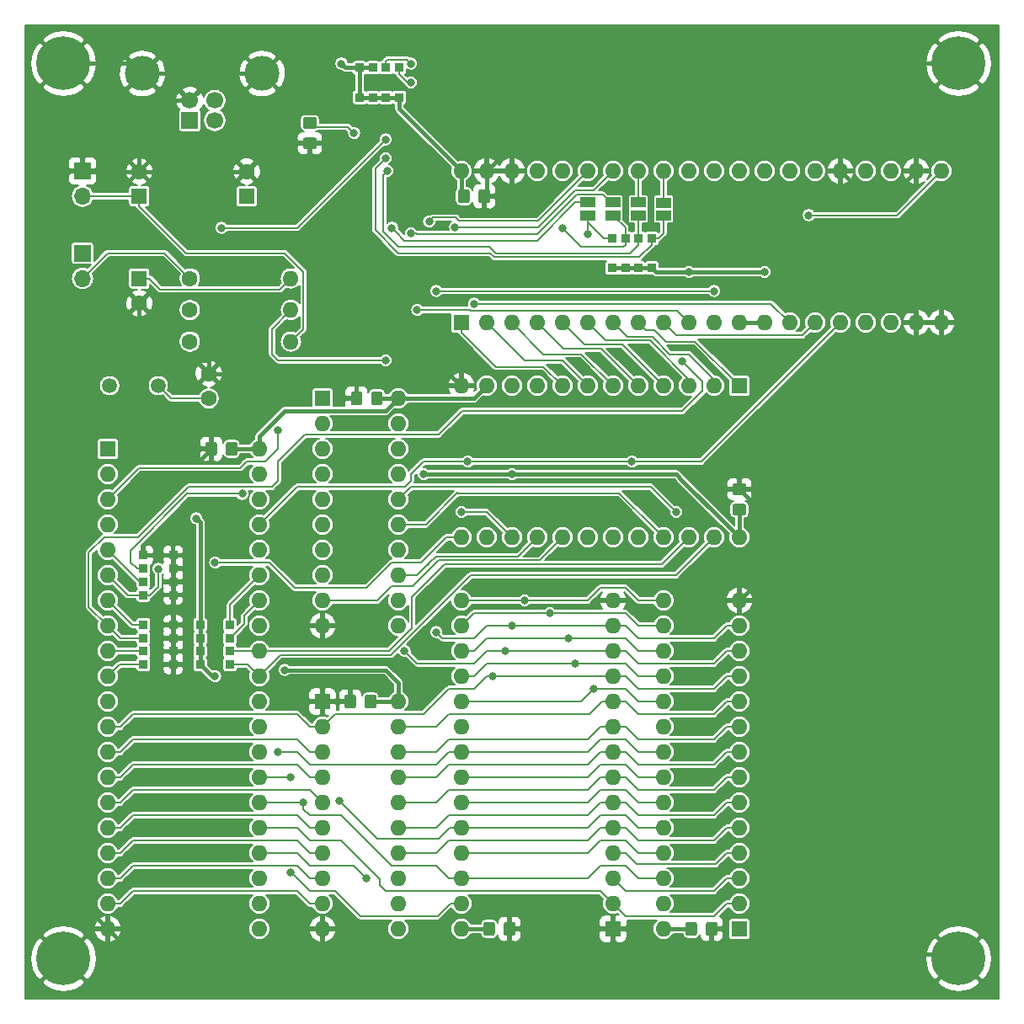
<source format=gbr>
G04 #@! TF.GenerationSoftware,KiCad,Pcbnew,(5.1.4)-1*
G04 #@! TF.CreationDate,2020-07-02T19:24:17-04:00*
G04 #@! TF.ProjectId,CPU8085,43505538-3038-4352-9e6b-696361645f70,A*
G04 #@! TF.SameCoordinates,Original*
G04 #@! TF.FileFunction,Copper,L2,Bot*
G04 #@! TF.FilePolarity,Positive*
%FSLAX46Y46*%
G04 Gerber Fmt 4.6, Leading zero omitted, Abs format (unit mm)*
G04 Created by KiCad (PCBNEW (5.1.4)-1) date 2020-07-02 19:24:17*
%MOMM*%
%LPD*%
G04 APERTURE LIST*
%ADD10C,3.500000*%
%ADD11C,1.700000*%
%ADD12R,1.700000X1.700000*%
%ADD13R,0.900000X0.900000*%
%ADD14C,1.600000*%
%ADD15O,1.600000X1.600000*%
%ADD16R,1.600000X1.600000*%
%ADD17O,1.700000X1.700000*%
%ADD18C,0.100000*%
%ADD19C,1.150000*%
%ADD20R,1.500000X1.000000*%
%ADD21C,5.400000*%
%ADD22C,1.500000*%
%ADD23C,0.800000*%
%ADD24C,0.400000*%
%ADD25C,0.200000*%
G04 APERTURE END LIST*
D10*
X59975000Y-41010000D03*
X47935000Y-41010000D03*
D11*
X52705000Y-43720000D03*
X55205000Y-43720000D03*
X55205000Y-45720000D03*
D12*
X52705000Y-45720000D03*
D13*
X69755000Y-40410000D03*
X73755000Y-40410000D03*
X71095000Y-40410000D03*
X72415000Y-40410000D03*
X71095000Y-43410000D03*
X69755000Y-43410000D03*
X73755000Y-43410000D03*
X72415000Y-43410000D03*
D14*
X52705000Y-67945000D03*
D15*
X62865000Y-67945000D03*
D14*
X52705000Y-64770000D03*
D15*
X62865000Y-64770000D03*
X62865000Y-61595000D03*
D14*
X52705000Y-61595000D03*
D15*
X73660000Y-104140000D03*
X66040000Y-127000000D03*
X73660000Y-106680000D03*
X66040000Y-124460000D03*
X73660000Y-109220000D03*
X66040000Y-121920000D03*
X73660000Y-111760000D03*
X66040000Y-119380000D03*
X73660000Y-114300000D03*
X66040000Y-116840000D03*
X73660000Y-116840000D03*
X66040000Y-114300000D03*
X73660000Y-119380000D03*
X66040000Y-111760000D03*
X73660000Y-121920000D03*
X66040000Y-109220000D03*
X73660000Y-124460000D03*
X66040000Y-106680000D03*
X73660000Y-127000000D03*
D16*
X66040000Y-104140000D03*
D15*
X80010000Y-127000000D03*
X95250000Y-93980000D03*
X80010000Y-124460000D03*
X95250000Y-96520000D03*
X80010000Y-121920000D03*
X95250000Y-99060000D03*
X80010000Y-119380000D03*
X95250000Y-101600000D03*
X80010000Y-116840000D03*
X95250000Y-104140000D03*
X80010000Y-114300000D03*
X95250000Y-106680000D03*
X80010000Y-111760000D03*
X95250000Y-109220000D03*
X80010000Y-109220000D03*
X95250000Y-111760000D03*
X80010000Y-106680000D03*
X95250000Y-114300000D03*
X80010000Y-104140000D03*
X95250000Y-116840000D03*
X80010000Y-101600000D03*
X95250000Y-119380000D03*
X80010000Y-99060000D03*
X95250000Y-121920000D03*
X80010000Y-96520000D03*
X95250000Y-124460000D03*
X80010000Y-93980000D03*
D16*
X95250000Y-127000000D03*
D17*
X41910000Y-61595000D03*
D12*
X41910000Y-59055000D03*
D14*
X47625000Y-64095000D03*
D16*
X47625000Y-61595000D03*
D13*
X95155000Y-57555000D03*
X99155000Y-57555000D03*
X96495000Y-57555000D03*
X97815000Y-57555000D03*
X96495000Y-60555000D03*
X95155000Y-60555000D03*
X99155000Y-60555000D03*
X97815000Y-60555000D03*
X51030000Y-89440000D03*
X51030000Y-93440000D03*
X51030000Y-90780000D03*
X51030000Y-92100000D03*
X48030000Y-90780000D03*
X48030000Y-89440000D03*
X48030000Y-93440000D03*
X48030000Y-92100000D03*
X48030000Y-99085000D03*
X48030000Y-100425000D03*
X48030000Y-96425000D03*
X48030000Y-97765000D03*
X51030000Y-99085000D03*
X51030000Y-97765000D03*
X51030000Y-100425000D03*
X51030000Y-96425000D03*
X56745000Y-96425000D03*
X56745000Y-100425000D03*
X56745000Y-97765000D03*
X56745000Y-99085000D03*
X53745000Y-97765000D03*
X53745000Y-96425000D03*
X53745000Y-100425000D03*
X53745000Y-99085000D03*
D18*
G36*
X80604505Y-52641204D02*
G01*
X80628773Y-52644804D01*
X80652572Y-52650765D01*
X80675671Y-52659030D01*
X80697850Y-52669520D01*
X80718893Y-52682132D01*
X80738599Y-52696747D01*
X80756777Y-52713223D01*
X80773253Y-52731401D01*
X80787868Y-52751107D01*
X80800480Y-52772150D01*
X80810970Y-52794329D01*
X80819235Y-52817428D01*
X80825196Y-52841227D01*
X80828796Y-52865495D01*
X80830000Y-52889999D01*
X80830000Y-53790001D01*
X80828796Y-53814505D01*
X80825196Y-53838773D01*
X80819235Y-53862572D01*
X80810970Y-53885671D01*
X80800480Y-53907850D01*
X80787868Y-53928893D01*
X80773253Y-53948599D01*
X80756777Y-53966777D01*
X80738599Y-53983253D01*
X80718893Y-53997868D01*
X80697850Y-54010480D01*
X80675671Y-54020970D01*
X80652572Y-54029235D01*
X80628773Y-54035196D01*
X80604505Y-54038796D01*
X80580001Y-54040000D01*
X79929999Y-54040000D01*
X79905495Y-54038796D01*
X79881227Y-54035196D01*
X79857428Y-54029235D01*
X79834329Y-54020970D01*
X79812150Y-54010480D01*
X79791107Y-53997868D01*
X79771401Y-53983253D01*
X79753223Y-53966777D01*
X79736747Y-53948599D01*
X79722132Y-53928893D01*
X79709520Y-53907850D01*
X79699030Y-53885671D01*
X79690765Y-53862572D01*
X79684804Y-53838773D01*
X79681204Y-53814505D01*
X79680000Y-53790001D01*
X79680000Y-52889999D01*
X79681204Y-52865495D01*
X79684804Y-52841227D01*
X79690765Y-52817428D01*
X79699030Y-52794329D01*
X79709520Y-52772150D01*
X79722132Y-52751107D01*
X79736747Y-52731401D01*
X79753223Y-52713223D01*
X79771401Y-52696747D01*
X79791107Y-52682132D01*
X79812150Y-52669520D01*
X79834329Y-52659030D01*
X79857428Y-52650765D01*
X79881227Y-52644804D01*
X79905495Y-52641204D01*
X79929999Y-52640000D01*
X80580001Y-52640000D01*
X80604505Y-52641204D01*
X80604505Y-52641204D01*
G37*
D19*
X80255000Y-53340000D03*
D18*
G36*
X82654505Y-52641204D02*
G01*
X82678773Y-52644804D01*
X82702572Y-52650765D01*
X82725671Y-52659030D01*
X82747850Y-52669520D01*
X82768893Y-52682132D01*
X82788599Y-52696747D01*
X82806777Y-52713223D01*
X82823253Y-52731401D01*
X82837868Y-52751107D01*
X82850480Y-52772150D01*
X82860970Y-52794329D01*
X82869235Y-52817428D01*
X82875196Y-52841227D01*
X82878796Y-52865495D01*
X82880000Y-52889999D01*
X82880000Y-53790001D01*
X82878796Y-53814505D01*
X82875196Y-53838773D01*
X82869235Y-53862572D01*
X82860970Y-53885671D01*
X82850480Y-53907850D01*
X82837868Y-53928893D01*
X82823253Y-53948599D01*
X82806777Y-53966777D01*
X82788599Y-53983253D01*
X82768893Y-53997868D01*
X82747850Y-54010480D01*
X82725671Y-54020970D01*
X82702572Y-54029235D01*
X82678773Y-54035196D01*
X82654505Y-54038796D01*
X82630001Y-54040000D01*
X81979999Y-54040000D01*
X81955495Y-54038796D01*
X81931227Y-54035196D01*
X81907428Y-54029235D01*
X81884329Y-54020970D01*
X81862150Y-54010480D01*
X81841107Y-53997868D01*
X81821401Y-53983253D01*
X81803223Y-53966777D01*
X81786747Y-53948599D01*
X81772132Y-53928893D01*
X81759520Y-53907850D01*
X81749030Y-53885671D01*
X81740765Y-53862572D01*
X81734804Y-53838773D01*
X81731204Y-53814505D01*
X81730000Y-53790001D01*
X81730000Y-52889999D01*
X81731204Y-52865495D01*
X81734804Y-52841227D01*
X81740765Y-52817428D01*
X81749030Y-52794329D01*
X81759520Y-52772150D01*
X81772132Y-52751107D01*
X81786747Y-52731401D01*
X81803223Y-52713223D01*
X81821401Y-52696747D01*
X81841107Y-52682132D01*
X81862150Y-52669520D01*
X81884329Y-52659030D01*
X81907428Y-52650765D01*
X81931227Y-52644804D01*
X81955495Y-52641204D01*
X81979999Y-52640000D01*
X82630001Y-52640000D01*
X82654505Y-52641204D01*
X82654505Y-52641204D01*
G37*
D19*
X82305000Y-53340000D03*
D18*
G36*
X85194505Y-126301204D02*
G01*
X85218773Y-126304804D01*
X85242572Y-126310765D01*
X85265671Y-126319030D01*
X85287850Y-126329520D01*
X85308893Y-126342132D01*
X85328599Y-126356747D01*
X85346777Y-126373223D01*
X85363253Y-126391401D01*
X85377868Y-126411107D01*
X85390480Y-126432150D01*
X85400970Y-126454329D01*
X85409235Y-126477428D01*
X85415196Y-126501227D01*
X85418796Y-126525495D01*
X85420000Y-126549999D01*
X85420000Y-127450001D01*
X85418796Y-127474505D01*
X85415196Y-127498773D01*
X85409235Y-127522572D01*
X85400970Y-127545671D01*
X85390480Y-127567850D01*
X85377868Y-127588893D01*
X85363253Y-127608599D01*
X85346777Y-127626777D01*
X85328599Y-127643253D01*
X85308893Y-127657868D01*
X85287850Y-127670480D01*
X85265671Y-127680970D01*
X85242572Y-127689235D01*
X85218773Y-127695196D01*
X85194505Y-127698796D01*
X85170001Y-127700000D01*
X84519999Y-127700000D01*
X84495495Y-127698796D01*
X84471227Y-127695196D01*
X84447428Y-127689235D01*
X84424329Y-127680970D01*
X84402150Y-127670480D01*
X84381107Y-127657868D01*
X84361401Y-127643253D01*
X84343223Y-127626777D01*
X84326747Y-127608599D01*
X84312132Y-127588893D01*
X84299520Y-127567850D01*
X84289030Y-127545671D01*
X84280765Y-127522572D01*
X84274804Y-127498773D01*
X84271204Y-127474505D01*
X84270000Y-127450001D01*
X84270000Y-126549999D01*
X84271204Y-126525495D01*
X84274804Y-126501227D01*
X84280765Y-126477428D01*
X84289030Y-126454329D01*
X84299520Y-126432150D01*
X84312132Y-126411107D01*
X84326747Y-126391401D01*
X84343223Y-126373223D01*
X84361401Y-126356747D01*
X84381107Y-126342132D01*
X84402150Y-126329520D01*
X84424329Y-126319030D01*
X84447428Y-126310765D01*
X84471227Y-126304804D01*
X84495495Y-126301204D01*
X84519999Y-126300000D01*
X85170001Y-126300000D01*
X85194505Y-126301204D01*
X85194505Y-126301204D01*
G37*
D19*
X84845000Y-127000000D03*
D18*
G36*
X83144505Y-126301204D02*
G01*
X83168773Y-126304804D01*
X83192572Y-126310765D01*
X83215671Y-126319030D01*
X83237850Y-126329520D01*
X83258893Y-126342132D01*
X83278599Y-126356747D01*
X83296777Y-126373223D01*
X83313253Y-126391401D01*
X83327868Y-126411107D01*
X83340480Y-126432150D01*
X83350970Y-126454329D01*
X83359235Y-126477428D01*
X83365196Y-126501227D01*
X83368796Y-126525495D01*
X83370000Y-126549999D01*
X83370000Y-127450001D01*
X83368796Y-127474505D01*
X83365196Y-127498773D01*
X83359235Y-127522572D01*
X83350970Y-127545671D01*
X83340480Y-127567850D01*
X83327868Y-127588893D01*
X83313253Y-127608599D01*
X83296777Y-127626777D01*
X83278599Y-127643253D01*
X83258893Y-127657868D01*
X83237850Y-127670480D01*
X83215671Y-127680970D01*
X83192572Y-127689235D01*
X83168773Y-127695196D01*
X83144505Y-127698796D01*
X83120001Y-127700000D01*
X82469999Y-127700000D01*
X82445495Y-127698796D01*
X82421227Y-127695196D01*
X82397428Y-127689235D01*
X82374329Y-127680970D01*
X82352150Y-127670480D01*
X82331107Y-127657868D01*
X82311401Y-127643253D01*
X82293223Y-127626777D01*
X82276747Y-127608599D01*
X82262132Y-127588893D01*
X82249520Y-127567850D01*
X82239030Y-127545671D01*
X82230765Y-127522572D01*
X82224804Y-127498773D01*
X82221204Y-127474505D01*
X82220000Y-127450001D01*
X82220000Y-126549999D01*
X82221204Y-126525495D01*
X82224804Y-126501227D01*
X82230765Y-126477428D01*
X82239030Y-126454329D01*
X82249520Y-126432150D01*
X82262132Y-126411107D01*
X82276747Y-126391401D01*
X82293223Y-126373223D01*
X82311401Y-126356747D01*
X82331107Y-126342132D01*
X82352150Y-126329520D01*
X82374329Y-126319030D01*
X82397428Y-126310765D01*
X82421227Y-126304804D01*
X82445495Y-126301204D01*
X82469999Y-126300000D01*
X83120001Y-126300000D01*
X83144505Y-126301204D01*
X83144505Y-126301204D01*
G37*
D19*
X82795000Y-127000000D03*
D18*
G36*
X103464505Y-126301204D02*
G01*
X103488773Y-126304804D01*
X103512572Y-126310765D01*
X103535671Y-126319030D01*
X103557850Y-126329520D01*
X103578893Y-126342132D01*
X103598599Y-126356747D01*
X103616777Y-126373223D01*
X103633253Y-126391401D01*
X103647868Y-126411107D01*
X103660480Y-126432150D01*
X103670970Y-126454329D01*
X103679235Y-126477428D01*
X103685196Y-126501227D01*
X103688796Y-126525495D01*
X103690000Y-126549999D01*
X103690000Y-127450001D01*
X103688796Y-127474505D01*
X103685196Y-127498773D01*
X103679235Y-127522572D01*
X103670970Y-127545671D01*
X103660480Y-127567850D01*
X103647868Y-127588893D01*
X103633253Y-127608599D01*
X103616777Y-127626777D01*
X103598599Y-127643253D01*
X103578893Y-127657868D01*
X103557850Y-127670480D01*
X103535671Y-127680970D01*
X103512572Y-127689235D01*
X103488773Y-127695196D01*
X103464505Y-127698796D01*
X103440001Y-127700000D01*
X102789999Y-127700000D01*
X102765495Y-127698796D01*
X102741227Y-127695196D01*
X102717428Y-127689235D01*
X102694329Y-127680970D01*
X102672150Y-127670480D01*
X102651107Y-127657868D01*
X102631401Y-127643253D01*
X102613223Y-127626777D01*
X102596747Y-127608599D01*
X102582132Y-127588893D01*
X102569520Y-127567850D01*
X102559030Y-127545671D01*
X102550765Y-127522572D01*
X102544804Y-127498773D01*
X102541204Y-127474505D01*
X102540000Y-127450001D01*
X102540000Y-126549999D01*
X102541204Y-126525495D01*
X102544804Y-126501227D01*
X102550765Y-126477428D01*
X102559030Y-126454329D01*
X102569520Y-126432150D01*
X102582132Y-126411107D01*
X102596747Y-126391401D01*
X102613223Y-126373223D01*
X102631401Y-126356747D01*
X102651107Y-126342132D01*
X102672150Y-126329520D01*
X102694329Y-126319030D01*
X102717428Y-126310765D01*
X102741227Y-126304804D01*
X102765495Y-126301204D01*
X102789999Y-126300000D01*
X103440001Y-126300000D01*
X103464505Y-126301204D01*
X103464505Y-126301204D01*
G37*
D19*
X103115000Y-127000000D03*
D18*
G36*
X105514505Y-126301204D02*
G01*
X105538773Y-126304804D01*
X105562572Y-126310765D01*
X105585671Y-126319030D01*
X105607850Y-126329520D01*
X105628893Y-126342132D01*
X105648599Y-126356747D01*
X105666777Y-126373223D01*
X105683253Y-126391401D01*
X105697868Y-126411107D01*
X105710480Y-126432150D01*
X105720970Y-126454329D01*
X105729235Y-126477428D01*
X105735196Y-126501227D01*
X105738796Y-126525495D01*
X105740000Y-126549999D01*
X105740000Y-127450001D01*
X105738796Y-127474505D01*
X105735196Y-127498773D01*
X105729235Y-127522572D01*
X105720970Y-127545671D01*
X105710480Y-127567850D01*
X105697868Y-127588893D01*
X105683253Y-127608599D01*
X105666777Y-127626777D01*
X105648599Y-127643253D01*
X105628893Y-127657868D01*
X105607850Y-127670480D01*
X105585671Y-127680970D01*
X105562572Y-127689235D01*
X105538773Y-127695196D01*
X105514505Y-127698796D01*
X105490001Y-127700000D01*
X104839999Y-127700000D01*
X104815495Y-127698796D01*
X104791227Y-127695196D01*
X104767428Y-127689235D01*
X104744329Y-127680970D01*
X104722150Y-127670480D01*
X104701107Y-127657868D01*
X104681401Y-127643253D01*
X104663223Y-127626777D01*
X104646747Y-127608599D01*
X104632132Y-127588893D01*
X104619520Y-127567850D01*
X104609030Y-127545671D01*
X104600765Y-127522572D01*
X104594804Y-127498773D01*
X104591204Y-127474505D01*
X104590000Y-127450001D01*
X104590000Y-126549999D01*
X104591204Y-126525495D01*
X104594804Y-126501227D01*
X104600765Y-126477428D01*
X104609030Y-126454329D01*
X104619520Y-126432150D01*
X104632132Y-126411107D01*
X104646747Y-126391401D01*
X104663223Y-126373223D01*
X104681401Y-126356747D01*
X104701107Y-126342132D01*
X104722150Y-126329520D01*
X104744329Y-126319030D01*
X104767428Y-126310765D01*
X104791227Y-126304804D01*
X104815495Y-126301204D01*
X104839999Y-126300000D01*
X105490001Y-126300000D01*
X105514505Y-126301204D01*
X105514505Y-126301204D01*
G37*
D19*
X105165000Y-127000000D03*
D18*
G36*
X69809505Y-72961204D02*
G01*
X69833773Y-72964804D01*
X69857572Y-72970765D01*
X69880671Y-72979030D01*
X69902850Y-72989520D01*
X69923893Y-73002132D01*
X69943599Y-73016747D01*
X69961777Y-73033223D01*
X69978253Y-73051401D01*
X69992868Y-73071107D01*
X70005480Y-73092150D01*
X70015970Y-73114329D01*
X70024235Y-73137428D01*
X70030196Y-73161227D01*
X70033796Y-73185495D01*
X70035000Y-73209999D01*
X70035000Y-74110001D01*
X70033796Y-74134505D01*
X70030196Y-74158773D01*
X70024235Y-74182572D01*
X70015970Y-74205671D01*
X70005480Y-74227850D01*
X69992868Y-74248893D01*
X69978253Y-74268599D01*
X69961777Y-74286777D01*
X69943599Y-74303253D01*
X69923893Y-74317868D01*
X69902850Y-74330480D01*
X69880671Y-74340970D01*
X69857572Y-74349235D01*
X69833773Y-74355196D01*
X69809505Y-74358796D01*
X69785001Y-74360000D01*
X69134999Y-74360000D01*
X69110495Y-74358796D01*
X69086227Y-74355196D01*
X69062428Y-74349235D01*
X69039329Y-74340970D01*
X69017150Y-74330480D01*
X68996107Y-74317868D01*
X68976401Y-74303253D01*
X68958223Y-74286777D01*
X68941747Y-74268599D01*
X68927132Y-74248893D01*
X68914520Y-74227850D01*
X68904030Y-74205671D01*
X68895765Y-74182572D01*
X68889804Y-74158773D01*
X68886204Y-74134505D01*
X68885000Y-74110001D01*
X68885000Y-73209999D01*
X68886204Y-73185495D01*
X68889804Y-73161227D01*
X68895765Y-73137428D01*
X68904030Y-73114329D01*
X68914520Y-73092150D01*
X68927132Y-73071107D01*
X68941747Y-73051401D01*
X68958223Y-73033223D01*
X68976401Y-73016747D01*
X68996107Y-73002132D01*
X69017150Y-72989520D01*
X69039329Y-72979030D01*
X69062428Y-72970765D01*
X69086227Y-72964804D01*
X69110495Y-72961204D01*
X69134999Y-72960000D01*
X69785001Y-72960000D01*
X69809505Y-72961204D01*
X69809505Y-72961204D01*
G37*
D19*
X69460000Y-73660000D03*
D18*
G36*
X71859505Y-72961204D02*
G01*
X71883773Y-72964804D01*
X71907572Y-72970765D01*
X71930671Y-72979030D01*
X71952850Y-72989520D01*
X71973893Y-73002132D01*
X71993599Y-73016747D01*
X72011777Y-73033223D01*
X72028253Y-73051401D01*
X72042868Y-73071107D01*
X72055480Y-73092150D01*
X72065970Y-73114329D01*
X72074235Y-73137428D01*
X72080196Y-73161227D01*
X72083796Y-73185495D01*
X72085000Y-73209999D01*
X72085000Y-74110001D01*
X72083796Y-74134505D01*
X72080196Y-74158773D01*
X72074235Y-74182572D01*
X72065970Y-74205671D01*
X72055480Y-74227850D01*
X72042868Y-74248893D01*
X72028253Y-74268599D01*
X72011777Y-74286777D01*
X71993599Y-74303253D01*
X71973893Y-74317868D01*
X71952850Y-74330480D01*
X71930671Y-74340970D01*
X71907572Y-74349235D01*
X71883773Y-74355196D01*
X71859505Y-74358796D01*
X71835001Y-74360000D01*
X71184999Y-74360000D01*
X71160495Y-74358796D01*
X71136227Y-74355196D01*
X71112428Y-74349235D01*
X71089329Y-74340970D01*
X71067150Y-74330480D01*
X71046107Y-74317868D01*
X71026401Y-74303253D01*
X71008223Y-74286777D01*
X70991747Y-74268599D01*
X70977132Y-74248893D01*
X70964520Y-74227850D01*
X70954030Y-74205671D01*
X70945765Y-74182572D01*
X70939804Y-74158773D01*
X70936204Y-74134505D01*
X70935000Y-74110001D01*
X70935000Y-73209999D01*
X70936204Y-73185495D01*
X70939804Y-73161227D01*
X70945765Y-73137428D01*
X70954030Y-73114329D01*
X70964520Y-73092150D01*
X70977132Y-73071107D01*
X70991747Y-73051401D01*
X71008223Y-73033223D01*
X71026401Y-73016747D01*
X71046107Y-73002132D01*
X71067150Y-72989520D01*
X71089329Y-72979030D01*
X71112428Y-72970765D01*
X71136227Y-72964804D01*
X71160495Y-72961204D01*
X71184999Y-72960000D01*
X71835001Y-72960000D01*
X71859505Y-72961204D01*
X71859505Y-72961204D01*
G37*
D19*
X71510000Y-73660000D03*
D18*
G36*
X71224505Y-103441204D02*
G01*
X71248773Y-103444804D01*
X71272572Y-103450765D01*
X71295671Y-103459030D01*
X71317850Y-103469520D01*
X71338893Y-103482132D01*
X71358599Y-103496747D01*
X71376777Y-103513223D01*
X71393253Y-103531401D01*
X71407868Y-103551107D01*
X71420480Y-103572150D01*
X71430970Y-103594329D01*
X71439235Y-103617428D01*
X71445196Y-103641227D01*
X71448796Y-103665495D01*
X71450000Y-103689999D01*
X71450000Y-104590001D01*
X71448796Y-104614505D01*
X71445196Y-104638773D01*
X71439235Y-104662572D01*
X71430970Y-104685671D01*
X71420480Y-104707850D01*
X71407868Y-104728893D01*
X71393253Y-104748599D01*
X71376777Y-104766777D01*
X71358599Y-104783253D01*
X71338893Y-104797868D01*
X71317850Y-104810480D01*
X71295671Y-104820970D01*
X71272572Y-104829235D01*
X71248773Y-104835196D01*
X71224505Y-104838796D01*
X71200001Y-104840000D01*
X70549999Y-104840000D01*
X70525495Y-104838796D01*
X70501227Y-104835196D01*
X70477428Y-104829235D01*
X70454329Y-104820970D01*
X70432150Y-104810480D01*
X70411107Y-104797868D01*
X70391401Y-104783253D01*
X70373223Y-104766777D01*
X70356747Y-104748599D01*
X70342132Y-104728893D01*
X70329520Y-104707850D01*
X70319030Y-104685671D01*
X70310765Y-104662572D01*
X70304804Y-104638773D01*
X70301204Y-104614505D01*
X70300000Y-104590001D01*
X70300000Y-103689999D01*
X70301204Y-103665495D01*
X70304804Y-103641227D01*
X70310765Y-103617428D01*
X70319030Y-103594329D01*
X70329520Y-103572150D01*
X70342132Y-103551107D01*
X70356747Y-103531401D01*
X70373223Y-103513223D01*
X70391401Y-103496747D01*
X70411107Y-103482132D01*
X70432150Y-103469520D01*
X70454329Y-103459030D01*
X70477428Y-103450765D01*
X70501227Y-103444804D01*
X70525495Y-103441204D01*
X70549999Y-103440000D01*
X71200001Y-103440000D01*
X71224505Y-103441204D01*
X71224505Y-103441204D01*
G37*
D19*
X70875000Y-104140000D03*
D18*
G36*
X69174505Y-103441204D02*
G01*
X69198773Y-103444804D01*
X69222572Y-103450765D01*
X69245671Y-103459030D01*
X69267850Y-103469520D01*
X69288893Y-103482132D01*
X69308599Y-103496747D01*
X69326777Y-103513223D01*
X69343253Y-103531401D01*
X69357868Y-103551107D01*
X69370480Y-103572150D01*
X69380970Y-103594329D01*
X69389235Y-103617428D01*
X69395196Y-103641227D01*
X69398796Y-103665495D01*
X69400000Y-103689999D01*
X69400000Y-104590001D01*
X69398796Y-104614505D01*
X69395196Y-104638773D01*
X69389235Y-104662572D01*
X69380970Y-104685671D01*
X69370480Y-104707850D01*
X69357868Y-104728893D01*
X69343253Y-104748599D01*
X69326777Y-104766777D01*
X69308599Y-104783253D01*
X69288893Y-104797868D01*
X69267850Y-104810480D01*
X69245671Y-104820970D01*
X69222572Y-104829235D01*
X69198773Y-104835196D01*
X69174505Y-104838796D01*
X69150001Y-104840000D01*
X68499999Y-104840000D01*
X68475495Y-104838796D01*
X68451227Y-104835196D01*
X68427428Y-104829235D01*
X68404329Y-104820970D01*
X68382150Y-104810480D01*
X68361107Y-104797868D01*
X68341401Y-104783253D01*
X68323223Y-104766777D01*
X68306747Y-104748599D01*
X68292132Y-104728893D01*
X68279520Y-104707850D01*
X68269030Y-104685671D01*
X68260765Y-104662572D01*
X68254804Y-104638773D01*
X68251204Y-104614505D01*
X68250000Y-104590001D01*
X68250000Y-103689999D01*
X68251204Y-103665495D01*
X68254804Y-103641227D01*
X68260765Y-103617428D01*
X68269030Y-103594329D01*
X68279520Y-103572150D01*
X68292132Y-103551107D01*
X68306747Y-103531401D01*
X68323223Y-103513223D01*
X68341401Y-103496747D01*
X68361107Y-103482132D01*
X68382150Y-103469520D01*
X68404329Y-103459030D01*
X68427428Y-103450765D01*
X68451227Y-103444804D01*
X68475495Y-103441204D01*
X68499999Y-103440000D01*
X69150001Y-103440000D01*
X69174505Y-103441204D01*
X69174505Y-103441204D01*
G37*
D19*
X68825000Y-104140000D03*
D18*
G36*
X108424505Y-82221204D02*
G01*
X108448773Y-82224804D01*
X108472572Y-82230765D01*
X108495671Y-82239030D01*
X108517850Y-82249520D01*
X108538893Y-82262132D01*
X108558599Y-82276747D01*
X108576777Y-82293223D01*
X108593253Y-82311401D01*
X108607868Y-82331107D01*
X108620480Y-82352150D01*
X108630970Y-82374329D01*
X108639235Y-82397428D01*
X108645196Y-82421227D01*
X108648796Y-82445495D01*
X108650000Y-82469999D01*
X108650000Y-83120001D01*
X108648796Y-83144505D01*
X108645196Y-83168773D01*
X108639235Y-83192572D01*
X108630970Y-83215671D01*
X108620480Y-83237850D01*
X108607868Y-83258893D01*
X108593253Y-83278599D01*
X108576777Y-83296777D01*
X108558599Y-83313253D01*
X108538893Y-83327868D01*
X108517850Y-83340480D01*
X108495671Y-83350970D01*
X108472572Y-83359235D01*
X108448773Y-83365196D01*
X108424505Y-83368796D01*
X108400001Y-83370000D01*
X107499999Y-83370000D01*
X107475495Y-83368796D01*
X107451227Y-83365196D01*
X107427428Y-83359235D01*
X107404329Y-83350970D01*
X107382150Y-83340480D01*
X107361107Y-83327868D01*
X107341401Y-83313253D01*
X107323223Y-83296777D01*
X107306747Y-83278599D01*
X107292132Y-83258893D01*
X107279520Y-83237850D01*
X107269030Y-83215671D01*
X107260765Y-83192572D01*
X107254804Y-83168773D01*
X107251204Y-83144505D01*
X107250000Y-83120001D01*
X107250000Y-82469999D01*
X107251204Y-82445495D01*
X107254804Y-82421227D01*
X107260765Y-82397428D01*
X107269030Y-82374329D01*
X107279520Y-82352150D01*
X107292132Y-82331107D01*
X107306747Y-82311401D01*
X107323223Y-82293223D01*
X107341401Y-82276747D01*
X107361107Y-82262132D01*
X107382150Y-82249520D01*
X107404329Y-82239030D01*
X107427428Y-82230765D01*
X107451227Y-82224804D01*
X107475495Y-82221204D01*
X107499999Y-82220000D01*
X108400001Y-82220000D01*
X108424505Y-82221204D01*
X108424505Y-82221204D01*
G37*
D19*
X107950000Y-82795000D03*
D18*
G36*
X108424505Y-84271204D02*
G01*
X108448773Y-84274804D01*
X108472572Y-84280765D01*
X108495671Y-84289030D01*
X108517850Y-84299520D01*
X108538893Y-84312132D01*
X108558599Y-84326747D01*
X108576777Y-84343223D01*
X108593253Y-84361401D01*
X108607868Y-84381107D01*
X108620480Y-84402150D01*
X108630970Y-84424329D01*
X108639235Y-84447428D01*
X108645196Y-84471227D01*
X108648796Y-84495495D01*
X108650000Y-84519999D01*
X108650000Y-85170001D01*
X108648796Y-85194505D01*
X108645196Y-85218773D01*
X108639235Y-85242572D01*
X108630970Y-85265671D01*
X108620480Y-85287850D01*
X108607868Y-85308893D01*
X108593253Y-85328599D01*
X108576777Y-85346777D01*
X108558599Y-85363253D01*
X108538893Y-85377868D01*
X108517850Y-85390480D01*
X108495671Y-85400970D01*
X108472572Y-85409235D01*
X108448773Y-85415196D01*
X108424505Y-85418796D01*
X108400001Y-85420000D01*
X107499999Y-85420000D01*
X107475495Y-85418796D01*
X107451227Y-85415196D01*
X107427428Y-85409235D01*
X107404329Y-85400970D01*
X107382150Y-85390480D01*
X107361107Y-85377868D01*
X107341401Y-85363253D01*
X107323223Y-85346777D01*
X107306747Y-85328599D01*
X107292132Y-85308893D01*
X107279520Y-85287850D01*
X107269030Y-85265671D01*
X107260765Y-85242572D01*
X107254804Y-85218773D01*
X107251204Y-85194505D01*
X107250000Y-85170001D01*
X107250000Y-84519999D01*
X107251204Y-84495495D01*
X107254804Y-84471227D01*
X107260765Y-84447428D01*
X107269030Y-84424329D01*
X107279520Y-84402150D01*
X107292132Y-84381107D01*
X107306747Y-84361401D01*
X107323223Y-84343223D01*
X107341401Y-84326747D01*
X107361107Y-84312132D01*
X107382150Y-84299520D01*
X107404329Y-84289030D01*
X107427428Y-84280765D01*
X107451227Y-84274804D01*
X107475495Y-84271204D01*
X107499999Y-84270000D01*
X108400001Y-84270000D01*
X108424505Y-84271204D01*
X108424505Y-84271204D01*
G37*
D19*
X107950000Y-84845000D03*
D18*
G36*
X57254505Y-78041204D02*
G01*
X57278773Y-78044804D01*
X57302572Y-78050765D01*
X57325671Y-78059030D01*
X57347850Y-78069520D01*
X57368893Y-78082132D01*
X57388599Y-78096747D01*
X57406777Y-78113223D01*
X57423253Y-78131401D01*
X57437868Y-78151107D01*
X57450480Y-78172150D01*
X57460970Y-78194329D01*
X57469235Y-78217428D01*
X57475196Y-78241227D01*
X57478796Y-78265495D01*
X57480000Y-78289999D01*
X57480000Y-79190001D01*
X57478796Y-79214505D01*
X57475196Y-79238773D01*
X57469235Y-79262572D01*
X57460970Y-79285671D01*
X57450480Y-79307850D01*
X57437868Y-79328893D01*
X57423253Y-79348599D01*
X57406777Y-79366777D01*
X57388599Y-79383253D01*
X57368893Y-79397868D01*
X57347850Y-79410480D01*
X57325671Y-79420970D01*
X57302572Y-79429235D01*
X57278773Y-79435196D01*
X57254505Y-79438796D01*
X57230001Y-79440000D01*
X56579999Y-79440000D01*
X56555495Y-79438796D01*
X56531227Y-79435196D01*
X56507428Y-79429235D01*
X56484329Y-79420970D01*
X56462150Y-79410480D01*
X56441107Y-79397868D01*
X56421401Y-79383253D01*
X56403223Y-79366777D01*
X56386747Y-79348599D01*
X56372132Y-79328893D01*
X56359520Y-79307850D01*
X56349030Y-79285671D01*
X56340765Y-79262572D01*
X56334804Y-79238773D01*
X56331204Y-79214505D01*
X56330000Y-79190001D01*
X56330000Y-78289999D01*
X56331204Y-78265495D01*
X56334804Y-78241227D01*
X56340765Y-78217428D01*
X56349030Y-78194329D01*
X56359520Y-78172150D01*
X56372132Y-78151107D01*
X56386747Y-78131401D01*
X56403223Y-78113223D01*
X56421401Y-78096747D01*
X56441107Y-78082132D01*
X56462150Y-78069520D01*
X56484329Y-78059030D01*
X56507428Y-78050765D01*
X56531227Y-78044804D01*
X56555495Y-78041204D01*
X56579999Y-78040000D01*
X57230001Y-78040000D01*
X57254505Y-78041204D01*
X57254505Y-78041204D01*
G37*
D19*
X56905000Y-78740000D03*
D18*
G36*
X55204505Y-78041204D02*
G01*
X55228773Y-78044804D01*
X55252572Y-78050765D01*
X55275671Y-78059030D01*
X55297850Y-78069520D01*
X55318893Y-78082132D01*
X55338599Y-78096747D01*
X55356777Y-78113223D01*
X55373253Y-78131401D01*
X55387868Y-78151107D01*
X55400480Y-78172150D01*
X55410970Y-78194329D01*
X55419235Y-78217428D01*
X55425196Y-78241227D01*
X55428796Y-78265495D01*
X55430000Y-78289999D01*
X55430000Y-79190001D01*
X55428796Y-79214505D01*
X55425196Y-79238773D01*
X55419235Y-79262572D01*
X55410970Y-79285671D01*
X55400480Y-79307850D01*
X55387868Y-79328893D01*
X55373253Y-79348599D01*
X55356777Y-79366777D01*
X55338599Y-79383253D01*
X55318893Y-79397868D01*
X55297850Y-79410480D01*
X55275671Y-79420970D01*
X55252572Y-79429235D01*
X55228773Y-79435196D01*
X55204505Y-79438796D01*
X55180001Y-79440000D01*
X54529999Y-79440000D01*
X54505495Y-79438796D01*
X54481227Y-79435196D01*
X54457428Y-79429235D01*
X54434329Y-79420970D01*
X54412150Y-79410480D01*
X54391107Y-79397868D01*
X54371401Y-79383253D01*
X54353223Y-79366777D01*
X54336747Y-79348599D01*
X54322132Y-79328893D01*
X54309520Y-79307850D01*
X54299030Y-79285671D01*
X54290765Y-79262572D01*
X54284804Y-79238773D01*
X54281204Y-79214505D01*
X54280000Y-79190001D01*
X54280000Y-78289999D01*
X54281204Y-78265495D01*
X54284804Y-78241227D01*
X54290765Y-78217428D01*
X54299030Y-78194329D01*
X54309520Y-78172150D01*
X54322132Y-78151107D01*
X54336747Y-78131401D01*
X54353223Y-78113223D01*
X54371401Y-78096747D01*
X54391107Y-78082132D01*
X54412150Y-78069520D01*
X54434329Y-78059030D01*
X54457428Y-78050765D01*
X54481227Y-78044804D01*
X54505495Y-78041204D01*
X54529999Y-78040000D01*
X55180001Y-78040000D01*
X55204505Y-78041204D01*
X55204505Y-78041204D01*
G37*
D19*
X54855000Y-78740000D03*
D18*
G36*
X65244505Y-45391204D02*
G01*
X65268773Y-45394804D01*
X65292572Y-45400765D01*
X65315671Y-45409030D01*
X65337850Y-45419520D01*
X65358893Y-45432132D01*
X65378599Y-45446747D01*
X65396777Y-45463223D01*
X65413253Y-45481401D01*
X65427868Y-45501107D01*
X65440480Y-45522150D01*
X65450970Y-45544329D01*
X65459235Y-45567428D01*
X65465196Y-45591227D01*
X65468796Y-45615495D01*
X65470000Y-45639999D01*
X65470000Y-46290001D01*
X65468796Y-46314505D01*
X65465196Y-46338773D01*
X65459235Y-46362572D01*
X65450970Y-46385671D01*
X65440480Y-46407850D01*
X65427868Y-46428893D01*
X65413253Y-46448599D01*
X65396777Y-46466777D01*
X65378599Y-46483253D01*
X65358893Y-46497868D01*
X65337850Y-46510480D01*
X65315671Y-46520970D01*
X65292572Y-46529235D01*
X65268773Y-46535196D01*
X65244505Y-46538796D01*
X65220001Y-46540000D01*
X64319999Y-46540000D01*
X64295495Y-46538796D01*
X64271227Y-46535196D01*
X64247428Y-46529235D01*
X64224329Y-46520970D01*
X64202150Y-46510480D01*
X64181107Y-46497868D01*
X64161401Y-46483253D01*
X64143223Y-46466777D01*
X64126747Y-46448599D01*
X64112132Y-46428893D01*
X64099520Y-46407850D01*
X64089030Y-46385671D01*
X64080765Y-46362572D01*
X64074804Y-46338773D01*
X64071204Y-46314505D01*
X64070000Y-46290001D01*
X64070000Y-45639999D01*
X64071204Y-45615495D01*
X64074804Y-45591227D01*
X64080765Y-45567428D01*
X64089030Y-45544329D01*
X64099520Y-45522150D01*
X64112132Y-45501107D01*
X64126747Y-45481401D01*
X64143223Y-45463223D01*
X64161401Y-45446747D01*
X64181107Y-45432132D01*
X64202150Y-45419520D01*
X64224329Y-45409030D01*
X64247428Y-45400765D01*
X64271227Y-45394804D01*
X64295495Y-45391204D01*
X64319999Y-45390000D01*
X65220001Y-45390000D01*
X65244505Y-45391204D01*
X65244505Y-45391204D01*
G37*
D19*
X64770000Y-45965000D03*
D18*
G36*
X65244505Y-47441204D02*
G01*
X65268773Y-47444804D01*
X65292572Y-47450765D01*
X65315671Y-47459030D01*
X65337850Y-47469520D01*
X65358893Y-47482132D01*
X65378599Y-47496747D01*
X65396777Y-47513223D01*
X65413253Y-47531401D01*
X65427868Y-47551107D01*
X65440480Y-47572150D01*
X65450970Y-47594329D01*
X65459235Y-47617428D01*
X65465196Y-47641227D01*
X65468796Y-47665495D01*
X65470000Y-47689999D01*
X65470000Y-48340001D01*
X65468796Y-48364505D01*
X65465196Y-48388773D01*
X65459235Y-48412572D01*
X65450970Y-48435671D01*
X65440480Y-48457850D01*
X65427868Y-48478893D01*
X65413253Y-48498599D01*
X65396777Y-48516777D01*
X65378599Y-48533253D01*
X65358893Y-48547868D01*
X65337850Y-48560480D01*
X65315671Y-48570970D01*
X65292572Y-48579235D01*
X65268773Y-48585196D01*
X65244505Y-48588796D01*
X65220001Y-48590000D01*
X64319999Y-48590000D01*
X64295495Y-48588796D01*
X64271227Y-48585196D01*
X64247428Y-48579235D01*
X64224329Y-48570970D01*
X64202150Y-48560480D01*
X64181107Y-48547868D01*
X64161401Y-48533253D01*
X64143223Y-48516777D01*
X64126747Y-48498599D01*
X64112132Y-48478893D01*
X64099520Y-48457850D01*
X64089030Y-48435671D01*
X64080765Y-48412572D01*
X64074804Y-48388773D01*
X64071204Y-48364505D01*
X64070000Y-48340001D01*
X64070000Y-47689999D01*
X64071204Y-47665495D01*
X64074804Y-47641227D01*
X64080765Y-47617428D01*
X64089030Y-47594329D01*
X64099520Y-47572150D01*
X64112132Y-47551107D01*
X64126747Y-47531401D01*
X64143223Y-47513223D01*
X64161401Y-47496747D01*
X64181107Y-47482132D01*
X64202150Y-47469520D01*
X64224329Y-47459030D01*
X64247428Y-47450765D01*
X64271227Y-47444804D01*
X64295495Y-47441204D01*
X64319999Y-47440000D01*
X65220001Y-47440000D01*
X65244505Y-47441204D01*
X65244505Y-47441204D01*
G37*
D19*
X64770000Y-48015000D03*
D16*
X58420000Y-53340000D03*
D14*
X58420000Y-50840000D03*
D20*
X97790000Y-53960000D03*
X97790000Y-55260000D03*
X95250000Y-53960000D03*
X95250000Y-55260000D03*
X100330000Y-53975000D03*
X100330000Y-55275000D03*
X92710000Y-53960000D03*
X92710000Y-55260000D03*
D15*
X107950000Y-87630000D03*
X80010000Y-72390000D03*
X105410000Y-87630000D03*
X82550000Y-72390000D03*
X102870000Y-87630000D03*
X85090000Y-72390000D03*
X100330000Y-87630000D03*
X87630000Y-72390000D03*
X97790000Y-87630000D03*
X90170000Y-72390000D03*
X95250000Y-87630000D03*
X92710000Y-72390000D03*
X92710000Y-87630000D03*
X95250000Y-72390000D03*
X90170000Y-87630000D03*
X97790000Y-72390000D03*
X87630000Y-87630000D03*
X100330000Y-72390000D03*
X85090000Y-87630000D03*
X102870000Y-72390000D03*
X82550000Y-87630000D03*
X105410000Y-72390000D03*
X80010000Y-87630000D03*
D16*
X107950000Y-72390000D03*
X80010000Y-66040000D03*
D15*
X128270000Y-50800000D03*
X82550000Y-66040000D03*
X125730000Y-50800000D03*
X85090000Y-66040000D03*
X123190000Y-50800000D03*
X87630000Y-66040000D03*
X120650000Y-50800000D03*
X90170000Y-66040000D03*
X118110000Y-50800000D03*
X92710000Y-66040000D03*
X115570000Y-50800000D03*
X95250000Y-66040000D03*
X113030000Y-50800000D03*
X97790000Y-66040000D03*
X110490000Y-50800000D03*
X100330000Y-66040000D03*
X107950000Y-50800000D03*
X102870000Y-66040000D03*
X105410000Y-50800000D03*
X105410000Y-66040000D03*
X102870000Y-50800000D03*
X107950000Y-66040000D03*
X100330000Y-50800000D03*
X110490000Y-66040000D03*
X97790000Y-50800000D03*
X113030000Y-66040000D03*
X95250000Y-50800000D03*
X115570000Y-66040000D03*
X92710000Y-50800000D03*
X118110000Y-66040000D03*
X90170000Y-50800000D03*
X120650000Y-66040000D03*
X87630000Y-50800000D03*
X123190000Y-66040000D03*
X85090000Y-50800000D03*
X125730000Y-66040000D03*
X82550000Y-50800000D03*
X128270000Y-66040000D03*
X80010000Y-50800000D03*
X59690000Y-78740000D03*
X44450000Y-127000000D03*
X59690000Y-81280000D03*
X44450000Y-124460000D03*
X59690000Y-83820000D03*
X44450000Y-121920000D03*
X59690000Y-86360000D03*
X44450000Y-119380000D03*
X59690000Y-88900000D03*
X44450000Y-116840000D03*
X59690000Y-91440000D03*
X44450000Y-114300000D03*
X59690000Y-93980000D03*
X44450000Y-111760000D03*
X59690000Y-96520000D03*
X44450000Y-109220000D03*
X59690000Y-99060000D03*
X44450000Y-106680000D03*
X59690000Y-101600000D03*
X44450000Y-104140000D03*
X59690000Y-104140000D03*
X44450000Y-101600000D03*
X59690000Y-106680000D03*
X44450000Y-99060000D03*
X59690000Y-109220000D03*
X44450000Y-96520000D03*
X59690000Y-111760000D03*
X44450000Y-93980000D03*
X59690000Y-114300000D03*
X44450000Y-91440000D03*
X59690000Y-116840000D03*
X44450000Y-88900000D03*
X59690000Y-119380000D03*
X44450000Y-86360000D03*
X59690000Y-121920000D03*
X44450000Y-83820000D03*
X59690000Y-124460000D03*
X44450000Y-81280000D03*
X59690000Y-127000000D03*
D16*
X44450000Y-78740000D03*
D21*
X130000000Y-130000000D03*
X40000000Y-130000000D03*
X130000000Y-40000000D03*
X40000000Y-40000000D03*
D14*
X47625000Y-50840000D03*
D16*
X47625000Y-53340000D03*
D14*
X54610000Y-71160000D03*
X54610000Y-73660000D03*
D16*
X66040000Y-73660000D03*
D15*
X73660000Y-96520000D03*
X66040000Y-76200000D03*
X73660000Y-93980000D03*
X66040000Y-78740000D03*
X73660000Y-91440000D03*
X66040000Y-81280000D03*
X73660000Y-88900000D03*
X66040000Y-83820000D03*
X73660000Y-86360000D03*
X66040000Y-86360000D03*
X73660000Y-83820000D03*
X66040000Y-88900000D03*
X73660000Y-81280000D03*
X66040000Y-91440000D03*
X73660000Y-78740000D03*
X66040000Y-93980000D03*
X73660000Y-76200000D03*
X66040000Y-96520000D03*
X73660000Y-73660000D03*
X100330000Y-127000000D03*
X107950000Y-93980000D03*
X100330000Y-124460000D03*
X107950000Y-96520000D03*
X100330000Y-121920000D03*
X107950000Y-99060000D03*
X100330000Y-119380000D03*
X107950000Y-101600000D03*
X100330000Y-116840000D03*
X107950000Y-104140000D03*
X100330000Y-114300000D03*
X107950000Y-106680000D03*
X100330000Y-111760000D03*
X107950000Y-109220000D03*
X100330000Y-109220000D03*
X107950000Y-111760000D03*
X100330000Y-106680000D03*
X107950000Y-114300000D03*
X100330000Y-104140000D03*
X107950000Y-116840000D03*
X100330000Y-101600000D03*
X107950000Y-119380000D03*
X100330000Y-99060000D03*
X107950000Y-121920000D03*
X100330000Y-96520000D03*
X107950000Y-124460000D03*
X100330000Y-93980000D03*
D16*
X107950000Y-127000000D03*
D22*
X44650000Y-72390000D03*
X49530000Y-72390000D03*
D17*
X41910000Y-53340000D03*
D12*
X41910000Y-50800000D03*
D23*
X110490000Y-60960000D03*
X102870000Y-60960010D03*
X53340000Y-85725000D03*
X55245000Y-101600000D03*
X62230000Y-100965000D03*
X76200000Y-81280000D03*
X85090000Y-81280000D03*
X67945000Y-40005000D03*
X61595000Y-54610000D03*
X67714978Y-114122525D03*
X76769990Y-55880004D03*
X61529990Y-76835000D03*
X61595000Y-109220000D03*
X70485000Y-121920000D03*
X83185000Y-101600006D03*
X74295000Y-99060000D03*
X84455000Y-99059992D03*
X77470000Y-97155000D03*
X85090010Y-96520000D03*
X86360000Y-93980000D03*
X88900008Y-95250000D03*
X90805000Y-97790000D03*
X91440000Y-100330000D03*
X93345000Y-102870000D03*
X90170000Y-56515000D03*
X72390008Y-49530000D03*
X97154992Y-80010000D03*
X80645000Y-80010000D03*
X114935000Y-55245000D03*
X57971646Y-83250000D03*
X49530000Y-90805000D03*
X55245000Y-90170000D03*
X79375000Y-56449990D03*
X81280000Y-64135002D03*
X64135000Y-114300000D03*
X62865000Y-111760000D03*
X62865000Y-121350000D03*
X101600000Y-85090000D03*
X102235000Y-69915010D03*
X75565000Y-64770004D03*
X105410000Y-62865004D03*
X77470000Y-62864992D03*
X80010000Y-85090002D03*
X72390000Y-69850000D03*
X72533228Y-50793001D03*
X92710000Y-57150000D03*
X73025000Y-56514992D03*
X74930000Y-57084990D03*
X72390000Y-47625000D03*
X55880000Y-56515000D03*
X69215000Y-46990000D03*
X74930000Y-41909998D03*
X74930000Y-40005006D03*
D24*
X107950000Y-66040000D02*
X110490000Y-66040000D01*
X80010000Y-53095000D02*
X80255000Y-53340000D01*
X80010000Y-50800000D02*
X80010000Y-53095000D01*
X59690000Y-78740000D02*
X56905000Y-78740000D01*
X53745000Y-100425000D02*
X53745000Y-99085000D01*
X53745000Y-99085000D02*
X53745000Y-97765000D01*
X53745000Y-97765000D02*
X53745000Y-96425000D01*
X95155000Y-60555000D02*
X96495000Y-60555000D01*
X96495000Y-60555000D02*
X97815000Y-60555000D01*
X97815000Y-60555000D02*
X99155000Y-60555000D01*
X110490000Y-60960000D02*
X102870010Y-60960000D01*
X102870010Y-60960000D02*
X102870000Y-60960010D01*
X99560010Y-60960010D02*
X99155000Y-60555000D01*
X102870000Y-60960010D02*
X99560010Y-60960010D01*
X70875000Y-104140000D02*
X73660000Y-104140000D01*
X53745000Y-86130000D02*
X53340000Y-85725000D01*
X53745000Y-96425000D02*
X53745000Y-86130000D01*
X80010000Y-127000000D02*
X82795000Y-127000000D01*
X54920000Y-101600000D02*
X53745000Y-100425000D01*
X55245000Y-101600000D02*
X54920000Y-101600000D01*
X107950000Y-84845000D02*
X107950000Y-87630000D01*
X71510000Y-73660000D02*
X73660000Y-73660000D01*
X73660000Y-73660000D02*
X81280000Y-73660000D01*
X81280000Y-73660000D02*
X81750001Y-73189999D01*
X81750001Y-73189999D02*
X82550000Y-72390000D01*
X59690000Y-78740000D02*
X59690000Y-77490988D01*
X59690000Y-77490988D02*
X62250988Y-74930000D01*
X100330000Y-127000000D02*
X103115000Y-127000000D01*
X107150001Y-86830001D02*
X102235000Y-81915000D01*
X107950000Y-87630000D02*
X107150001Y-86830001D01*
X105165000Y-84845000D02*
X102235000Y-81915000D01*
X72390000Y-74930000D02*
X70612000Y-74930000D01*
X73660000Y-73660000D02*
X72390000Y-74930000D01*
X62250988Y-74930000D02*
X70612000Y-74930000D01*
X70612000Y-74930000D02*
X71120000Y-74930000D01*
X73660000Y-104140000D02*
X73660000Y-102235000D01*
X72390000Y-100965000D02*
X66675000Y-100965000D01*
X73660000Y-102235000D02*
X72390000Y-100965000D01*
X67700000Y-100965000D02*
X66675000Y-100965000D01*
X66675000Y-100965000D02*
X62230000Y-100965000D01*
X69755000Y-43410000D02*
X73755000Y-43410000D01*
X73755000Y-44545000D02*
X80010000Y-50800000D01*
X73755000Y-43410000D02*
X73755000Y-44545000D01*
X69755000Y-43410000D02*
X69755000Y-40410000D01*
X69755000Y-40410000D02*
X71095000Y-40410000D01*
X69755000Y-40410000D02*
X68350000Y-40410000D01*
X68350000Y-40410000D02*
X67945000Y-40005000D01*
X76765685Y-81280000D02*
X76200000Y-81280000D01*
X102235000Y-81915000D02*
X101600000Y-81280000D01*
X101600000Y-81280000D02*
X76765685Y-81280000D01*
X128270000Y-66040000D02*
X125730000Y-66040000D01*
X49490000Y-50800000D02*
X49530000Y-50840000D01*
X44450000Y-127000000D02*
X46990000Y-129540000D01*
X128310000Y-66000000D02*
X128270000Y-66040000D01*
X82550000Y-50800000D02*
X85090000Y-50800000D01*
X129190000Y-130810000D02*
X130000000Y-130000000D01*
X43650001Y-126200001D02*
X44450000Y-127000000D01*
X42926000Y-102870000D02*
X41910000Y-103886000D01*
X41910000Y-103886000D02*
X41910000Y-124460000D01*
X41910000Y-124460000D02*
X43650001Y-126200001D01*
X126181624Y-40000000D02*
X130000000Y-40000000D01*
X47625000Y-50840000D02*
X58420000Y-50840000D01*
X41950000Y-50840000D02*
X41910000Y-50800000D01*
X47625000Y-50840000D02*
X41950000Y-50840000D01*
X82550000Y-53095000D02*
X82305000Y-53340000D01*
X82550000Y-50800000D02*
X82550000Y-53095000D01*
X53585000Y-80010000D02*
X39370000Y-80010000D01*
X54855000Y-78740000D02*
X53585000Y-80010000D01*
X51030000Y-100425000D02*
X51030000Y-99085000D01*
X51030000Y-99085000D02*
X51030000Y-97765000D01*
X51030000Y-97765000D02*
X51030000Y-96425000D01*
X51030000Y-96425000D02*
X51030000Y-93440000D01*
X51030000Y-93440000D02*
X51030000Y-92100000D01*
X51030000Y-92100000D02*
X51030000Y-90780000D01*
X51030000Y-90780000D02*
X51030000Y-89440000D01*
X51030000Y-89440000D02*
X48030000Y-89440000D01*
X51030000Y-102005000D02*
X50165000Y-102870000D01*
X51030000Y-100425000D02*
X51030000Y-102005000D01*
X61214000Y-102870000D02*
X50165000Y-102870000D01*
X50165000Y-102870000D02*
X42926000Y-102870000D01*
X125730000Y-50800000D02*
X124460000Y-52070000D01*
X119380000Y-52070000D02*
X124460000Y-52070000D01*
X118110000Y-50800000D02*
X119380000Y-52070000D01*
X62484000Y-104140000D02*
X66040000Y-104140000D01*
X61214000Y-102870000D02*
X62484000Y-104140000D01*
X66040000Y-104140000D02*
X68825000Y-104140000D01*
X66040000Y-127000000D02*
X66040000Y-129540000D01*
X46990000Y-129540000D02*
X66040000Y-129540000D01*
X93910000Y-129540000D02*
X85090000Y-129540000D01*
X95250000Y-128200000D02*
X93910000Y-129540000D01*
X84845000Y-129295000D02*
X85090000Y-129540000D01*
X84845000Y-127000000D02*
X84845000Y-129295000D01*
X66040000Y-129540000D02*
X85090000Y-129540000D01*
X40660000Y-50800000D02*
X41910000Y-50800000D01*
X39370000Y-52090000D02*
X40660000Y-50800000D01*
X39370000Y-69850000D02*
X39370000Y-52090000D01*
X54610000Y-71160000D02*
X54610000Y-69850000D01*
X54610000Y-69850000D02*
X39370000Y-69850000D01*
X47625000Y-64095000D02*
X47625000Y-69850000D01*
X58420000Y-50840000D02*
X61595000Y-54015000D01*
X61595000Y-54015000D02*
X61595000Y-54610000D01*
X69460000Y-71405000D02*
X69215000Y-71160000D01*
X69460000Y-73660000D02*
X69460000Y-71405000D01*
X54610000Y-71160000D02*
X69215000Y-71160000D01*
X95250000Y-127000000D02*
X95250000Y-128200000D01*
X108749999Y-93180001D02*
X107950000Y-93980000D01*
X109855000Y-92075000D02*
X108749999Y-93180001D01*
X109855000Y-84700000D02*
X109855000Y-92075000D01*
X107950000Y-82795000D02*
X109855000Y-84700000D01*
X78780000Y-71160000D02*
X80010000Y-72390000D01*
X69215000Y-71160000D02*
X78780000Y-71160000D01*
X106680000Y-93980000D02*
X107950000Y-93980000D01*
X105410000Y-95250000D02*
X106680000Y-93980000D01*
X97790000Y-95250000D02*
X105410000Y-95250000D01*
X95250000Y-93980000D02*
X96520000Y-93980000D01*
X96520000Y-93980000D02*
X97790000Y-95250000D01*
X105165000Y-128660000D02*
X106045000Y-129540000D01*
X105165000Y-127000000D02*
X105165000Y-128660000D01*
X129540000Y-129540000D02*
X130000000Y-130000000D01*
X95250000Y-128200000D02*
X96590000Y-129540000D01*
X96590000Y-129540000D02*
X129540000Y-129540000D01*
X61245000Y-48015000D02*
X58420000Y-50840000D01*
X64770000Y-48015000D02*
X61245000Y-48015000D01*
X121731624Y-44450000D02*
X123825000Y-42356624D01*
X88900000Y-44450000D02*
X121731624Y-44450000D01*
X82550000Y-50800000D02*
X88900000Y-44450000D01*
X123001624Y-43180000D02*
X123825000Y-42356624D01*
X123825000Y-42356624D02*
X126181624Y-40000000D01*
X107950000Y-78105000D02*
X107950000Y-82795000D01*
X125730000Y-66040000D02*
X125730000Y-64908630D01*
X125661369Y-64839999D02*
X119945001Y-64839999D01*
X125730000Y-64908630D02*
X125661369Y-64839999D01*
X119945001Y-64839999D02*
X119310001Y-65474999D01*
X119310001Y-65474999D02*
X119310001Y-66744999D01*
X119310001Y-66744999D02*
X107950000Y-78105000D01*
X39370000Y-69850000D02*
X39370000Y-80010000D01*
X47625000Y-47625000D02*
X47625000Y-50840000D01*
X40000000Y-40000000D02*
X47625000Y-47625000D01*
X46925000Y-40000000D02*
X47935000Y-41010000D01*
X40000000Y-40000000D02*
X46925000Y-40000000D01*
X50645000Y-43720000D02*
X52705000Y-43720000D01*
X47935000Y-41010000D02*
X50645000Y-43720000D01*
X59975000Y-41010000D02*
X47935000Y-41010000D01*
D25*
X97790000Y-119380000D02*
X100330000Y-119380000D01*
X96520000Y-118110000D02*
X97790000Y-119380000D01*
X93980000Y-118110000D02*
X96520000Y-118110000D01*
X80010000Y-119380000D02*
X92710000Y-119380000D01*
X92710000Y-119380000D02*
X93980000Y-118110000D01*
X97790000Y-116840000D02*
X100330000Y-116840000D01*
X96520000Y-115570000D02*
X97790000Y-116840000D01*
X93980000Y-115570000D02*
X96520000Y-115570000D01*
X80010000Y-116840000D02*
X92710000Y-116840000D01*
X92710000Y-116840000D02*
X93980000Y-115570000D01*
X77709299Y-117940001D02*
X78809300Y-116840000D01*
X78809300Y-116840000D02*
X80010000Y-116840000D01*
X71532454Y-117940001D02*
X77709299Y-117940001D01*
X67714978Y-114122525D02*
X71532454Y-117940001D01*
X61529990Y-78735695D02*
X61529990Y-76835000D01*
X47625000Y-80645000D02*
X57785000Y-80645000D01*
X57785000Y-80645000D02*
X58420000Y-80010000D01*
X44450000Y-83820000D02*
X47625000Y-80645000D01*
X58420000Y-80010000D02*
X60255685Y-80010000D01*
X60255685Y-80010000D02*
X61529990Y-78735695D01*
X77169989Y-55480005D02*
X76769990Y-55880004D01*
X79441019Y-55480005D02*
X77169989Y-55480005D01*
X79776005Y-55814991D02*
X79441019Y-55480005D01*
X92710000Y-50800000D02*
X87695009Y-55814991D01*
X87695009Y-55814991D02*
X79776005Y-55814991D01*
X97790000Y-109220000D02*
X100330000Y-109220000D01*
X96520000Y-107950000D02*
X97790000Y-109220000D01*
X93980000Y-107950000D02*
X96520000Y-107950000D01*
X80010000Y-109220000D02*
X92710000Y-109220000D01*
X92710000Y-109220000D02*
X93980000Y-107950000D01*
X78740000Y-109220000D02*
X80010000Y-109220000D01*
X77470000Y-110490000D02*
X78740000Y-109220000D01*
X64770000Y-110490000D02*
X77470000Y-110490000D01*
X61595000Y-109220000D02*
X63500000Y-109220000D01*
X63500000Y-109220000D02*
X64770000Y-110490000D01*
X97790000Y-114300000D02*
X100330000Y-114300000D01*
X96520000Y-113030000D02*
X97790000Y-114300000D01*
X93980000Y-113030000D02*
X96520000Y-113030000D01*
X80010000Y-114300000D02*
X92710000Y-114300000D01*
X92710000Y-114300000D02*
X93980000Y-113030000D01*
X69215000Y-120650000D02*
X70485000Y-121920000D01*
X64770000Y-120650000D02*
X69215000Y-120650000D01*
X59690000Y-119380000D02*
X63500000Y-119380000D01*
X63500000Y-119380000D02*
X64770000Y-120650000D01*
X106680000Y-124460000D02*
X107950000Y-124460000D01*
X105410000Y-125730000D02*
X106680000Y-124460000D01*
X95250000Y-124460000D02*
X96520000Y-125730000D01*
X96520000Y-125730000D02*
X105410000Y-125730000D01*
X63500000Y-116840000D02*
X59690000Y-116840000D01*
X64770000Y-118110000D02*
X63500000Y-116840000D01*
X93980000Y-123190000D02*
X72390000Y-123190000D01*
X95250000Y-124460000D02*
X93980000Y-123190000D01*
X72390000Y-123190000D02*
X71820001Y-122620001D01*
X71820001Y-122620001D02*
X71820001Y-121985001D01*
X71820001Y-121985001D02*
X67945000Y-118110000D01*
X67945000Y-118110000D02*
X64770000Y-118110000D01*
X80010000Y-67040000D02*
X80010000Y-66040000D01*
X83455000Y-70485000D02*
X80010000Y-67040000D01*
X90170000Y-72390000D02*
X88265000Y-70485000D01*
X88265000Y-70485000D02*
X83455000Y-70485000D01*
X106680000Y-101600000D02*
X107950000Y-101600000D01*
X105410000Y-102870000D02*
X106680000Y-101600000D01*
X97790000Y-102870000D02*
X105410000Y-102870000D01*
X95250000Y-101600000D02*
X96520000Y-101600000D01*
X96520000Y-101600000D02*
X97790000Y-102870000D01*
X64770000Y-106680000D02*
X66040000Y-106680000D01*
X63500000Y-105410000D02*
X64770000Y-106680000D01*
X46990000Y-105410000D02*
X63500000Y-105410000D01*
X44450000Y-106680000D02*
X45720000Y-106680000D01*
X45720000Y-106680000D02*
X46990000Y-105410000D01*
X66839999Y-105880001D02*
X66040000Y-106680000D01*
X82550000Y-101600000D02*
X81280000Y-102870000D01*
X95250000Y-101600000D02*
X82550000Y-101600000D01*
X81280000Y-102870000D02*
X78740000Y-102870000D01*
X78740000Y-102870000D02*
X76200000Y-105410000D01*
X76200000Y-105410000D02*
X67310000Y-105410000D01*
X67310000Y-105410000D02*
X66839999Y-105880001D01*
X92710000Y-72390000D02*
X90170000Y-69850000D01*
X90170000Y-69850000D02*
X86360000Y-69850000D01*
X106680000Y-99060000D02*
X107950000Y-99060000D01*
X105410000Y-100330000D02*
X106680000Y-99060000D01*
X97790000Y-100330000D02*
X105410000Y-100330000D01*
X95250000Y-99060000D02*
X96520000Y-99060000D01*
X96520000Y-99060000D02*
X97790000Y-100330000D01*
X84455008Y-99060000D02*
X84455000Y-99059992D01*
X95250000Y-99060000D02*
X84455008Y-99060000D01*
X82550008Y-99059992D02*
X84455000Y-99059992D01*
X81280000Y-100330000D02*
X82550008Y-99059992D01*
X74295000Y-99060000D02*
X75565000Y-100330000D01*
X75565000Y-100330000D02*
X81280000Y-100330000D01*
X64770000Y-109220000D02*
X66040000Y-109220000D01*
X63500000Y-107950000D02*
X64770000Y-109220000D01*
X46990000Y-107950000D02*
X63500000Y-107950000D01*
X44450000Y-109220000D02*
X45720000Y-109220000D01*
X45720000Y-109220000D02*
X46990000Y-107950000D01*
X82550000Y-66040000D02*
X86360000Y-69850000D01*
X106680000Y-96520000D02*
X107950000Y-96520000D01*
X105410000Y-97790000D02*
X106680000Y-96520000D01*
X97790000Y-97790000D02*
X105410000Y-97790000D01*
X95250000Y-96520000D02*
X96520000Y-96520000D01*
X96520000Y-96520000D02*
X97790000Y-97790000D01*
X78105000Y-97790000D02*
X77470000Y-97155000D01*
X81280000Y-97790000D02*
X78105000Y-97790000D01*
X95250000Y-96520000D02*
X82550000Y-96520000D01*
X82550000Y-96520000D02*
X81280000Y-97790000D01*
X64770000Y-111760000D02*
X66040000Y-111760000D01*
X63500000Y-110490000D02*
X64770000Y-111760000D01*
X46990000Y-110490000D02*
X63500000Y-110490000D01*
X44450000Y-111760000D02*
X45720000Y-111760000D01*
X45720000Y-111760000D02*
X46990000Y-110490000D01*
X88265000Y-69215000D02*
X85090000Y-66040000D01*
X95250000Y-72390000D02*
X92075000Y-69215000D01*
X92075000Y-69215000D02*
X88265000Y-69215000D01*
X94049964Y-68649964D02*
X90239964Y-68649964D01*
X97790000Y-72390000D02*
X94049964Y-68649964D01*
X80010000Y-93980000D02*
X86360000Y-93980000D01*
X92710000Y-93980000D02*
X86360000Y-93980000D01*
X93980000Y-92710000D02*
X92710000Y-93980000D01*
X96520000Y-92710000D02*
X93980000Y-92710000D01*
X100330000Y-93980000D02*
X97790000Y-93980000D01*
X97790000Y-93980000D02*
X96520000Y-92710000D01*
X65240001Y-113500001D02*
X66040000Y-114300000D01*
X64770000Y-113030000D02*
X65240001Y-113500001D01*
X46990000Y-113030000D02*
X64770000Y-113030000D01*
X44450000Y-114300000D02*
X45720000Y-114300000D01*
X45720000Y-114300000D02*
X46990000Y-113030000D01*
X87630000Y-66040000D02*
X90239967Y-68649967D01*
X96189955Y-68249955D02*
X92379955Y-68249955D01*
X100330000Y-72390000D02*
X96189955Y-68249955D01*
X96520000Y-95250000D02*
X88900008Y-95250000D01*
X81280000Y-95250000D02*
X88900008Y-95250000D01*
X80010000Y-96520000D02*
X81280000Y-95250000D01*
X97790000Y-96520000D02*
X96520000Y-95250000D01*
X100330000Y-96520000D02*
X97790000Y-96520000D01*
X64770000Y-116840000D02*
X66040000Y-116840000D01*
X63500000Y-115570000D02*
X64770000Y-116840000D01*
X46990000Y-115570000D02*
X63500000Y-115570000D01*
X44450000Y-116840000D02*
X45720000Y-116840000D01*
X45720000Y-116840000D02*
X46990000Y-115570000D01*
X92379955Y-68249955D02*
X90170000Y-66040000D01*
X96520000Y-97790000D02*
X90805000Y-97790000D01*
X97790000Y-99060000D02*
X96520000Y-97790000D01*
X100330000Y-99060000D02*
X97790000Y-99060000D01*
X82550000Y-97790000D02*
X90805000Y-97790000D01*
X80010000Y-99060000D02*
X81280000Y-99060000D01*
X81280000Y-99060000D02*
X82550000Y-97790000D01*
X64770000Y-119380000D02*
X66040000Y-119380000D01*
X63500000Y-118110000D02*
X64770000Y-119380000D01*
X46990000Y-118110000D02*
X63500000Y-118110000D01*
X44450000Y-119380000D02*
X45720000Y-119380000D01*
X45720000Y-119380000D02*
X46990000Y-118110000D01*
X94519945Y-67849945D02*
X92710000Y-66040000D01*
X98964945Y-67849945D02*
X94519945Y-67849945D01*
X102870000Y-72390000D02*
X102870000Y-71755000D01*
X102870000Y-71755000D02*
X98964945Y-67849945D01*
X96520000Y-100330000D02*
X91440000Y-100330000D01*
X100330000Y-101600000D02*
X97790000Y-101600000D01*
X97790000Y-101600000D02*
X96520000Y-100330000D01*
X82550000Y-100330000D02*
X91440000Y-100330000D01*
X80010000Y-101600000D02*
X81280000Y-101600000D01*
X81280000Y-101600000D02*
X82550000Y-100330000D01*
X64770000Y-121920000D02*
X66040000Y-121920000D01*
X63500000Y-120650000D02*
X64770000Y-121920000D01*
X46990000Y-120650000D02*
X63500000Y-120650000D01*
X44450000Y-121920000D02*
X45720000Y-121920000D01*
X45720000Y-121920000D02*
X46990000Y-120650000D01*
X100965000Y-69215000D02*
X99199934Y-67449934D01*
X105410000Y-71755000D02*
X102870000Y-69215000D01*
X105410000Y-72390000D02*
X105410000Y-71755000D01*
X102870000Y-69215000D02*
X100965000Y-69215000D01*
X99199934Y-67449934D02*
X96659934Y-67449934D01*
X96659934Y-67449934D02*
X95250000Y-66040000D01*
X102593002Y-67945000D02*
X102235000Y-67945000D01*
X98589999Y-66839999D02*
X97790000Y-66040000D01*
X99444199Y-66839999D02*
X98589999Y-66839999D01*
X102235000Y-67945000D02*
X100549200Y-67945000D01*
X100549200Y-67945000D02*
X99444199Y-66839999D01*
X103505000Y-67945000D02*
X102235000Y-67945000D01*
X107950000Y-72390000D02*
X103505000Y-67945000D01*
X80010000Y-104140000D02*
X92075000Y-104140000D01*
X92075000Y-104140000D02*
X93345000Y-102870000D01*
X96520000Y-102870000D02*
X93345000Y-102870000D01*
X100330000Y-104140000D02*
X97790000Y-104140000D01*
X97790000Y-104140000D02*
X96520000Y-102870000D01*
X45720000Y-124460000D02*
X44450000Y-124460000D01*
X46990000Y-123190000D02*
X45720000Y-124460000D01*
X63500000Y-123190000D02*
X46990000Y-123190000D01*
X66040000Y-124460000D02*
X64770000Y-124460000D01*
X64770000Y-124460000D02*
X63500000Y-123190000D01*
X95250000Y-55260000D02*
X95265000Y-55260000D01*
X96495000Y-56490000D02*
X96495000Y-57555000D01*
X95265000Y-55260000D02*
X96495000Y-56490000D01*
X92075000Y-58420000D02*
X90170000Y-56515000D01*
X96280000Y-58420000D02*
X92075000Y-58420000D01*
X96495000Y-57555000D02*
X96495000Y-58205000D01*
X96495000Y-58205000D02*
X96280000Y-58420000D01*
X99805000Y-57555000D02*
X99155000Y-57555000D01*
X100330000Y-57030000D02*
X99805000Y-57555000D01*
X100330000Y-55275000D02*
X100330000Y-57030000D01*
X71355001Y-50565007D02*
X72390008Y-49530000D01*
X71355001Y-56750001D02*
X71355001Y-50565007D01*
X99155000Y-58205000D02*
X97904990Y-59455010D01*
X99155000Y-57555000D02*
X99155000Y-58205000D01*
X97904990Y-59455010D02*
X83281389Y-59455011D01*
X83281389Y-59455011D02*
X82881378Y-59055000D01*
X82881378Y-59055000D02*
X73660000Y-59055000D01*
X73660000Y-59055000D02*
X71355001Y-56750001D01*
X106680000Y-121920000D02*
X107950000Y-121920000D01*
X105410000Y-123190000D02*
X106680000Y-121920000D01*
X95250000Y-121920000D02*
X96520000Y-123190000D01*
X96520000Y-123190000D02*
X105410000Y-123190000D01*
X106680000Y-119380000D02*
X107950000Y-119380000D01*
X105579999Y-120480001D02*
X106680000Y-119380000D01*
X97620001Y-120480001D02*
X105579999Y-120480001D01*
X95250000Y-119380000D02*
X96520000Y-119380000D01*
X96520000Y-119380000D02*
X97620001Y-120480001D01*
X106680000Y-116840000D02*
X107950000Y-116840000D01*
X105410000Y-118110000D02*
X106680000Y-116840000D01*
X97790000Y-118110000D02*
X105410000Y-118110000D01*
X95250000Y-116840000D02*
X96520000Y-116840000D01*
X96520000Y-116840000D02*
X97790000Y-118110000D01*
X93980000Y-116840000D02*
X95250000Y-116840000D01*
X92710000Y-118110000D02*
X93980000Y-116840000D01*
X78740000Y-118110000D02*
X92710000Y-118110000D01*
X73660000Y-119380000D02*
X77470000Y-119380000D01*
X77470000Y-119380000D02*
X78740000Y-118110000D01*
X106680000Y-114300000D02*
X107950000Y-114300000D01*
X105410000Y-115570000D02*
X106680000Y-114300000D01*
X97790000Y-115570000D02*
X105410000Y-115570000D01*
X95250000Y-114300000D02*
X96520000Y-114300000D01*
X96520000Y-114300000D02*
X97790000Y-115570000D01*
X93980000Y-114300000D02*
X95250000Y-114300000D01*
X92710000Y-115570000D02*
X93980000Y-114300000D01*
X78740000Y-115570000D02*
X92710000Y-115570000D01*
X73660000Y-116840000D02*
X77470000Y-116840000D01*
X77470000Y-116840000D02*
X78740000Y-115570000D01*
X106680000Y-111760000D02*
X107950000Y-111760000D01*
X105410000Y-113030000D02*
X106680000Y-111760000D01*
X97790000Y-113030000D02*
X105410000Y-113030000D01*
X95250000Y-111760000D02*
X96520000Y-111760000D01*
X96520000Y-111760000D02*
X97790000Y-113030000D01*
X93980000Y-111760000D02*
X95250000Y-111760000D01*
X92710000Y-113030000D02*
X93980000Y-111760000D01*
X78740000Y-113030000D02*
X92710000Y-113030000D01*
X73660000Y-114300000D02*
X77470000Y-114300000D01*
X77470000Y-114300000D02*
X78740000Y-113030000D01*
X94450001Y-109220000D02*
X95250000Y-109220000D01*
X93980000Y-109220000D02*
X94450001Y-109220000D01*
X92710000Y-110490000D02*
X93980000Y-109220000D01*
X78740000Y-110490000D02*
X92710000Y-110490000D01*
X73660000Y-111760000D02*
X77470000Y-111760000D01*
X77470000Y-111760000D02*
X78740000Y-110490000D01*
X106680000Y-109220000D02*
X107950000Y-109220000D01*
X105410000Y-110490000D02*
X106680000Y-109220000D01*
X97790000Y-110490000D02*
X105410000Y-110490000D01*
X95250000Y-109220000D02*
X96520000Y-109220000D01*
X96520000Y-109220000D02*
X97790000Y-110490000D01*
X106680000Y-106680000D02*
X107950000Y-106680000D01*
X105410000Y-107950000D02*
X106680000Y-106680000D01*
X97790000Y-107950000D02*
X105410000Y-107950000D01*
X95250000Y-106680000D02*
X96520000Y-106680000D01*
X96520000Y-106680000D02*
X97790000Y-107950000D01*
X93980000Y-106680000D02*
X95250000Y-106680000D01*
X92710000Y-107950000D02*
X93980000Y-106680000D01*
X78740000Y-107950000D02*
X92710000Y-107950000D01*
X73660000Y-109220000D02*
X77470000Y-109220000D01*
X77470000Y-109220000D02*
X78740000Y-107950000D01*
X94118630Y-104140000D02*
X95250000Y-104140000D01*
X92848630Y-105410000D02*
X94118630Y-104140000D01*
X78740000Y-105410000D02*
X92848630Y-105410000D01*
X73660000Y-106680000D02*
X77470000Y-106680000D01*
X77470000Y-106680000D02*
X78740000Y-105410000D01*
X106680000Y-104140000D02*
X107950000Y-104140000D01*
X105410000Y-105410000D02*
X106680000Y-104140000D01*
X97790000Y-105410000D02*
X105410000Y-105410000D01*
X95250000Y-104140000D02*
X96520000Y-104140000D01*
X96520000Y-104140000D02*
X97790000Y-105410000D01*
X58166000Y-95504000D02*
X59690000Y-93980000D01*
X56745000Y-97765000D02*
X58166000Y-96344000D01*
X58166000Y-96344000D02*
X58166000Y-95504000D01*
X118110000Y-66040000D02*
X104140000Y-80010000D01*
X104140000Y-80010000D02*
X97720677Y-80010000D01*
X97720677Y-80010000D02*
X97154992Y-80010000D01*
X97154992Y-80010000D02*
X80645000Y-80010000D01*
X59690000Y-86360000D02*
X63500000Y-82550000D01*
X80079315Y-80010000D02*
X80645000Y-80010000D01*
X74364301Y-82550000D02*
X74930000Y-81984301D01*
X74930000Y-81984301D02*
X74930000Y-81280000D01*
X63500000Y-82550000D02*
X74364301Y-82550000D01*
X74930000Y-81280000D02*
X76200000Y-80010000D01*
X76200000Y-80010000D02*
X80079315Y-80010000D01*
X56770000Y-99060000D02*
X56745000Y-99085000D01*
X59690000Y-99060000D02*
X56770000Y-99060000D01*
X123825000Y-55245000D02*
X114935000Y-55245000D01*
X128270000Y-50800000D02*
X123825000Y-55245000D01*
X102070001Y-88429999D02*
X102870000Y-87630000D01*
X72736298Y-99060000D02*
X75057000Y-96739298D01*
X59690000Y-99060000D02*
X72736298Y-99060000D01*
X75057000Y-96739298D02*
X75057000Y-93599000D01*
X75057000Y-93599000D02*
X78320978Y-90335022D01*
X78320978Y-90335022D02*
X100164978Y-90335022D01*
X100164978Y-90335022D02*
X102070001Y-88429999D01*
X97790000Y-111760000D02*
X100330000Y-111760000D01*
X96520000Y-110490000D02*
X97790000Y-111760000D01*
X93980000Y-110490000D02*
X96520000Y-110490000D01*
X80010000Y-111760000D02*
X92710000Y-111760000D01*
X92710000Y-111760000D02*
X93980000Y-110490000D01*
X58515000Y-100425000D02*
X59690000Y-101600000D01*
X56745000Y-100425000D02*
X58515000Y-100425000D01*
X101600000Y-91440000D02*
X104610001Y-88429999D01*
X104610001Y-88429999D02*
X105410000Y-87630000D01*
X72901987Y-99460011D02*
X80921998Y-91440000D01*
X80921998Y-91440000D02*
X101600000Y-91440000D01*
X59690000Y-101600000D02*
X61829989Y-99460011D01*
X61829989Y-99460011D02*
X72901987Y-99460011D01*
X52443700Y-83250000D02*
X57971646Y-83250000D01*
X46736000Y-88957700D02*
X52443700Y-83250000D01*
X46736000Y-90136000D02*
X46736000Y-88957700D01*
X48030000Y-90780000D02*
X47380000Y-90780000D01*
X47380000Y-90780000D02*
X46736000Y-90136000D01*
X47650000Y-92100000D02*
X48030000Y-92100000D01*
X44450000Y-88900000D02*
X47650000Y-92100000D01*
X46895000Y-96425000D02*
X48030000Y-96425000D01*
X44450000Y-93980000D02*
X46895000Y-96425000D01*
X48005000Y-99060000D02*
X48030000Y-99085000D01*
X44450000Y-99060000D02*
X48005000Y-99060000D01*
X45625000Y-100425000D02*
X48030000Y-100425000D01*
X44450000Y-101600000D02*
X45625000Y-100425000D01*
X46450000Y-93440000D02*
X48030000Y-93440000D01*
X44450000Y-91440000D02*
X46450000Y-93440000D01*
X49530000Y-92590000D02*
X49530000Y-90805000D01*
X48030000Y-93440000D02*
X48680000Y-93440000D01*
X48680000Y-93440000D02*
X49530000Y-92590000D01*
X78486000Y-87630000D02*
X80010000Y-87630000D01*
X60706000Y-90170000D02*
X63246000Y-92710000D01*
X55245000Y-90170000D02*
X60706000Y-90170000D01*
X63246000Y-92710000D02*
X70485000Y-92710000D01*
X70485000Y-92710000D02*
X73025000Y-90170000D01*
X73025000Y-90170000D02*
X75946000Y-90170000D01*
X75946000Y-90170000D02*
X78486000Y-87630000D01*
X79940685Y-56449990D02*
X79375000Y-56449990D01*
X87695010Y-56449990D02*
X79940685Y-56449990D01*
X91440000Y-52705000D02*
X87695010Y-56449990D01*
X95250000Y-50800000D02*
X93345000Y-52705000D01*
X93345000Y-52705000D02*
X91440000Y-52705000D01*
X76835000Y-90170000D02*
X76599999Y-90405001D01*
X75565000Y-91440000D02*
X76835000Y-90170000D01*
X73660000Y-91440000D02*
X75565000Y-91440000D01*
X77470000Y-89535000D02*
X76835000Y-90170000D01*
X87630000Y-87630000D02*
X85725000Y-89535000D01*
X85725000Y-89535000D02*
X77470000Y-89535000D01*
X89370001Y-88429999D02*
X90170000Y-87630000D01*
X87864989Y-89935011D02*
X89370001Y-88429999D01*
X75099999Y-92540001D02*
X77704989Y-89935011D01*
X77704989Y-89935011D02*
X87864989Y-89935011D01*
X71585001Y-93980000D02*
X73025000Y-92540001D01*
X66040000Y-93980000D02*
X71585001Y-93980000D01*
X73025000Y-92540001D02*
X75099999Y-92540001D01*
X111125002Y-64135002D02*
X81280000Y-64135002D01*
X113030000Y-66040000D02*
X111125002Y-64135002D01*
X59690000Y-114300000D02*
X64135000Y-114300000D01*
X59690000Y-114300000D02*
X64411998Y-114300000D01*
X64135000Y-114935000D02*
X64135000Y-114300000D01*
X78740000Y-121920000D02*
X77470000Y-120650000D01*
X80010000Y-121920000D02*
X78740000Y-121920000D01*
X77470000Y-120650000D02*
X73025000Y-120650000D01*
X67945000Y-115570000D02*
X64770000Y-115570000D01*
X73025000Y-120650000D02*
X67945000Y-115570000D01*
X64770000Y-115570000D02*
X64135000Y-114935000D01*
X97790000Y-121920000D02*
X100330000Y-121920000D01*
X96520000Y-120650000D02*
X97790000Y-121920000D01*
X93980000Y-120650000D02*
X96520000Y-120650000D01*
X80010000Y-121920000D02*
X92710000Y-121920000D01*
X92710000Y-121920000D02*
X93980000Y-120650000D01*
X59690000Y-111760000D02*
X62865000Y-111760000D01*
X62930000Y-121350000D02*
X62865000Y-121350000D01*
X80010000Y-124460000D02*
X78878630Y-124460000D01*
X77608630Y-125730000D02*
X69850000Y-125730000D01*
X69850000Y-125730000D02*
X67310000Y-123190000D01*
X67310000Y-123190000D02*
X64770000Y-123190000D01*
X78878630Y-124460000D02*
X77608630Y-125730000D01*
X64770000Y-123190000D02*
X62930000Y-121350000D01*
X99060000Y-82550000D02*
X101600000Y-85090000D01*
X74930000Y-82550000D02*
X99060000Y-82550000D01*
X73660000Y-83820000D02*
X74930000Y-82550000D01*
X99530001Y-86830001D02*
X100330000Y-87630000D01*
X95885000Y-83185000D02*
X99530001Y-86830001D01*
X79646000Y-83185000D02*
X95885000Y-83185000D01*
X79627498Y-83166498D02*
X79646000Y-83185000D01*
X73660000Y-86360000D02*
X76433996Y-86360000D01*
X76433996Y-86360000D02*
X79627498Y-83166498D01*
X45695000Y-97765000D02*
X48030000Y-97765000D01*
X44450000Y-96520000D02*
X45695000Y-97765000D01*
X104259963Y-71939973D02*
X102235000Y-69915010D01*
X104259963Y-72905037D02*
X104259963Y-71939973D01*
X102235000Y-74930000D02*
X104259963Y-72905037D01*
X77709300Y-77300001D02*
X80079301Y-74930000D01*
X64304999Y-77300001D02*
X77709300Y-77300001D01*
X61595000Y-80010000D02*
X64304999Y-77300001D01*
X80079301Y-74930000D02*
X102235000Y-74930000D01*
X60960000Y-82550000D02*
X61595000Y-81915000D01*
X42545000Y-94615000D02*
X42545000Y-89176998D01*
X44450000Y-96520000D02*
X42545000Y-94615000D01*
X42545000Y-89176998D02*
X44091998Y-87630000D01*
X44091998Y-87630000D02*
X47498000Y-87630000D01*
X47498000Y-87630000D02*
X52578000Y-82550000D01*
X61595000Y-81915000D02*
X61595000Y-80010000D01*
X52578000Y-82550000D02*
X60960000Y-82550000D01*
X41910000Y-53340000D02*
X47625000Y-53340000D01*
X63664999Y-67145001D02*
X62865000Y-67945000D01*
X47625000Y-54340000D02*
X52340000Y-59055000D01*
X47625000Y-53340000D02*
X47625000Y-54340000D01*
X52340000Y-59055000D02*
X62230000Y-59055000D01*
X62230000Y-59055000D02*
X64135000Y-60960000D01*
X64135000Y-60960000D02*
X64135000Y-66675000D01*
X64135000Y-66675000D02*
X63664999Y-67145001D01*
X50800000Y-73660000D02*
X49530000Y-72390000D01*
X54610000Y-73660000D02*
X50800000Y-73660000D01*
X114770001Y-66839999D02*
X115570000Y-66040000D01*
X114300000Y-67310000D02*
X114770001Y-66839999D01*
X101600000Y-67310000D02*
X114300000Y-67310000D01*
X100330000Y-66040000D02*
X101600000Y-67310000D01*
X102070001Y-65240001D02*
X102870000Y-66040000D01*
X102870000Y-66040000D02*
X101665002Y-64835002D01*
X101665002Y-64835002D02*
X80943998Y-64835002D01*
X80879000Y-64770004D02*
X75565000Y-64770004D01*
X80943998Y-64835002D02*
X80879000Y-64770004D01*
X77470012Y-62865004D02*
X77470000Y-62864992D01*
X105410000Y-62865004D02*
X77470012Y-62865004D01*
X82550002Y-85090002D02*
X80010000Y-85090002D01*
X85090000Y-87630000D02*
X82550002Y-85090002D01*
X50165000Y-59055000D02*
X52705000Y-61595000D01*
X41910000Y-61595000D02*
X44450000Y-59055000D01*
X44450000Y-59055000D02*
X50165000Y-59055000D01*
X62065001Y-62394999D02*
X62865000Y-61595000D01*
X61764999Y-62695001D02*
X62065001Y-62394999D01*
X49725001Y-62695001D02*
X61764999Y-62695001D01*
X48625000Y-61595000D02*
X49725001Y-62695001D01*
X47625000Y-61595000D02*
X48625000Y-61595000D01*
X61595000Y-69850000D02*
X72390000Y-69850000D01*
X60960000Y-66675000D02*
X60960000Y-69215000D01*
X60960000Y-69215000D02*
X61595000Y-69850000D01*
X62865000Y-64770000D02*
X60960000Y-66675000D01*
X97790000Y-57530000D02*
X97815000Y-57555000D01*
X97790000Y-55260000D02*
X97790000Y-57530000D01*
X72133229Y-51193000D02*
X72533228Y-50793001D01*
X72133229Y-56893229D02*
X72133229Y-51193000D01*
X97815000Y-57555000D02*
X97815000Y-58205000D01*
X96965000Y-59055000D02*
X83447078Y-59055000D01*
X83447078Y-59055000D02*
X82812078Y-58420000D01*
X97815000Y-58205000D02*
X96965000Y-59055000D01*
X82812078Y-58420000D02*
X73660000Y-58420000D01*
X73660000Y-58420000D02*
X72133229Y-56893229D01*
X94305000Y-57555000D02*
X95155000Y-57555000D01*
X92710000Y-55960000D02*
X94305000Y-57555000D01*
X92710000Y-55260000D02*
X92710000Y-55960000D01*
X92710000Y-55260000D02*
X92710000Y-57150000D01*
X97790000Y-50800000D02*
X97790000Y-53960000D01*
X100330000Y-50800000D02*
X100330000Y-53975000D01*
X73424999Y-56914991D02*
X73025000Y-56514992D01*
X74295008Y-57785000D02*
X73424999Y-56914991D01*
X87630000Y-57785000D02*
X74295008Y-57785000D01*
X92710000Y-53960000D02*
X91455000Y-53960000D01*
X91455000Y-53960000D02*
X87630000Y-57785000D01*
X75495685Y-57084990D02*
X74930000Y-57084990D01*
X95000000Y-53960000D02*
X94199999Y-53159999D01*
X95250000Y-53960000D02*
X95000000Y-53960000D01*
X94199999Y-53159999D02*
X91620001Y-53159999D01*
X91620001Y-53159999D02*
X87630000Y-57150000D01*
X87630000Y-57150000D02*
X75560695Y-57150000D01*
X75560695Y-57150000D02*
X75495685Y-57084990D01*
X56445685Y-56515000D02*
X55880000Y-56515000D01*
X72390000Y-47625000D02*
X63500000Y-56515000D01*
X63500000Y-56515000D02*
X56445685Y-56515000D01*
X65160000Y-46355000D02*
X64770000Y-45965000D01*
X69215000Y-46990000D02*
X68580000Y-46355000D01*
X68580000Y-46355000D02*
X65160000Y-46355000D01*
X56745000Y-96425000D02*
X56745000Y-95775000D01*
X56745000Y-94385000D02*
X59690000Y-91440000D01*
X56745000Y-96425000D02*
X56745000Y-94385000D01*
X73755000Y-40410000D02*
X73755000Y-41060000D01*
X73755000Y-41060000D02*
X74604998Y-41909998D01*
X74604998Y-41909998D02*
X74930000Y-41909998D01*
X74530001Y-39605007D02*
X74930000Y-40005006D01*
X72569993Y-39605007D02*
X74530001Y-39605007D01*
X72415000Y-39760000D02*
X72569993Y-39605007D01*
X72415000Y-40410000D02*
X72415000Y-39760000D01*
X55205000Y-43190000D02*
X55205000Y-43720000D01*
G36*
X134012000Y-134012000D02*
G01*
X36168000Y-134012000D01*
X36168000Y-132349196D01*
X37868593Y-132349196D01*
X38172885Y-132776809D01*
X38749721Y-133079906D01*
X39374605Y-133264644D01*
X40023523Y-133323924D01*
X40671536Y-133255467D01*
X41293742Y-133061904D01*
X41827115Y-132776809D01*
X42131407Y-132349196D01*
X127868593Y-132349196D01*
X128172885Y-132776809D01*
X128749721Y-133079906D01*
X129374605Y-133264644D01*
X130023523Y-133323924D01*
X130671536Y-133255467D01*
X131293742Y-133061904D01*
X131827115Y-132776809D01*
X132131407Y-132349196D01*
X130000000Y-130217789D01*
X127868593Y-132349196D01*
X42131407Y-132349196D01*
X40000000Y-130217789D01*
X37868593Y-132349196D01*
X36168000Y-132349196D01*
X36168000Y-130023523D01*
X36676076Y-130023523D01*
X36744533Y-130671536D01*
X36938096Y-131293742D01*
X37223191Y-131827115D01*
X37650804Y-132131407D01*
X39782211Y-130000000D01*
X40217789Y-130000000D01*
X42349196Y-132131407D01*
X42776809Y-131827115D01*
X43079906Y-131250279D01*
X43264644Y-130625395D01*
X43319626Y-130023523D01*
X126676076Y-130023523D01*
X126744533Y-130671536D01*
X126938096Y-131293742D01*
X127223191Y-131827115D01*
X127650804Y-132131407D01*
X129782211Y-130000000D01*
X130217789Y-130000000D01*
X132349196Y-132131407D01*
X132776809Y-131827115D01*
X133079906Y-131250279D01*
X133264644Y-130625395D01*
X133323924Y-129976477D01*
X133255467Y-129328464D01*
X133061904Y-128706258D01*
X132776809Y-128172885D01*
X132349196Y-127868593D01*
X130217789Y-130000000D01*
X129782211Y-130000000D01*
X127650804Y-127868593D01*
X127223191Y-128172885D01*
X126920094Y-128749721D01*
X126735356Y-129374605D01*
X126676076Y-130023523D01*
X43319626Y-130023523D01*
X43323924Y-129976477D01*
X43255467Y-129328464D01*
X43061904Y-128706258D01*
X42776809Y-128172885D01*
X42349196Y-127868593D01*
X40217789Y-130000000D01*
X39782211Y-130000000D01*
X37650804Y-127868593D01*
X37223191Y-128172885D01*
X36920094Y-128749721D01*
X36735356Y-129374605D01*
X36676076Y-130023523D01*
X36168000Y-130023523D01*
X36168000Y-127650804D01*
X37868593Y-127650804D01*
X40000000Y-129782211D01*
X42131407Y-127650804D01*
X41932327Y-127371042D01*
X43091769Y-127371042D01*
X43114527Y-127446085D01*
X43227215Y-127698051D01*
X43386894Y-127923192D01*
X43587427Y-128112855D01*
X43821108Y-128259752D01*
X44078957Y-128358237D01*
X44296000Y-128247559D01*
X44296000Y-127154000D01*
X44604000Y-127154000D01*
X44604000Y-128247559D01*
X44821043Y-128358237D01*
X45078892Y-128259752D01*
X45312573Y-128112855D01*
X45513106Y-127923192D01*
X45672785Y-127698051D01*
X45785473Y-127446085D01*
X45808231Y-127371042D01*
X45696523Y-127154000D01*
X44604000Y-127154000D01*
X44296000Y-127154000D01*
X43203477Y-127154000D01*
X43091769Y-127371042D01*
X41932327Y-127371042D01*
X41827115Y-127223191D01*
X41402352Y-127000000D01*
X58584678Y-127000000D01*
X58605916Y-127215638D01*
X58668816Y-127422988D01*
X58770958Y-127614084D01*
X58908419Y-127781581D01*
X59075916Y-127919042D01*
X59267012Y-128021184D01*
X59474362Y-128084084D01*
X59635964Y-128100000D01*
X59744036Y-128100000D01*
X59905638Y-128084084D01*
X60112988Y-128021184D01*
X60304084Y-127919042D01*
X60471581Y-127781581D01*
X60609042Y-127614084D01*
X60711184Y-127422988D01*
X60726941Y-127371042D01*
X64681769Y-127371042D01*
X64704527Y-127446085D01*
X64817215Y-127698051D01*
X64976894Y-127923192D01*
X65177427Y-128112855D01*
X65411108Y-128259752D01*
X65668957Y-128358237D01*
X65886000Y-128247559D01*
X65886000Y-127154000D01*
X66194000Y-127154000D01*
X66194000Y-128247559D01*
X66411043Y-128358237D01*
X66668892Y-128259752D01*
X66902573Y-128112855D01*
X67103106Y-127923192D01*
X67262785Y-127698051D01*
X67375473Y-127446085D01*
X67398231Y-127371042D01*
X67286523Y-127154000D01*
X66194000Y-127154000D01*
X65886000Y-127154000D01*
X64793477Y-127154000D01*
X64681769Y-127371042D01*
X60726941Y-127371042D01*
X60774084Y-127215638D01*
X60795322Y-127000000D01*
X60774084Y-126784362D01*
X60726942Y-126628958D01*
X64681769Y-126628958D01*
X64793477Y-126846000D01*
X65886000Y-126846000D01*
X65886000Y-125752441D01*
X66194000Y-125752441D01*
X66194000Y-126846000D01*
X67286523Y-126846000D01*
X67398231Y-126628958D01*
X67375473Y-126553915D01*
X67262785Y-126301949D01*
X67103106Y-126076808D01*
X66902573Y-125887145D01*
X66668892Y-125740248D01*
X66411043Y-125641763D01*
X66194000Y-125752441D01*
X65886000Y-125752441D01*
X65668957Y-125641763D01*
X65411108Y-125740248D01*
X65177427Y-125887145D01*
X64976894Y-126076808D01*
X64817215Y-126301949D01*
X64704527Y-126553915D01*
X64681769Y-126628958D01*
X60726942Y-126628958D01*
X60711184Y-126577012D01*
X60609042Y-126385916D01*
X60471581Y-126218419D01*
X60304084Y-126080958D01*
X60112988Y-125978816D01*
X59905638Y-125915916D01*
X59744036Y-125900000D01*
X59635964Y-125900000D01*
X59474362Y-125915916D01*
X59267012Y-125978816D01*
X59075916Y-126080958D01*
X58908419Y-126218419D01*
X58770958Y-126385916D01*
X58668816Y-126577012D01*
X58605916Y-126784362D01*
X58584678Y-127000000D01*
X41402352Y-127000000D01*
X41250279Y-126920094D01*
X40625395Y-126735356D01*
X39976477Y-126676076D01*
X39328464Y-126744533D01*
X38706258Y-126938096D01*
X38172885Y-127223191D01*
X37868593Y-127650804D01*
X36168000Y-127650804D01*
X36168000Y-126628958D01*
X43091769Y-126628958D01*
X43203477Y-126846000D01*
X44296000Y-126846000D01*
X44296000Y-125752441D01*
X44604000Y-125752441D01*
X44604000Y-126846000D01*
X45696523Y-126846000D01*
X45808231Y-126628958D01*
X45785473Y-126553915D01*
X45672785Y-126301949D01*
X45513106Y-126076808D01*
X45312573Y-125887145D01*
X45078892Y-125740248D01*
X44821043Y-125641763D01*
X44604000Y-125752441D01*
X44296000Y-125752441D01*
X44078957Y-125641763D01*
X43821108Y-125740248D01*
X43587427Y-125887145D01*
X43386894Y-126076808D01*
X43227215Y-126301949D01*
X43114527Y-126553915D01*
X43091769Y-126628958D01*
X36168000Y-126628958D01*
X36168000Y-106680000D01*
X43344678Y-106680000D01*
X43365916Y-106895638D01*
X43428816Y-107102988D01*
X43530958Y-107294084D01*
X43668419Y-107461581D01*
X43835916Y-107599042D01*
X44027012Y-107701184D01*
X44234362Y-107764084D01*
X44395964Y-107780000D01*
X44504036Y-107780000D01*
X44665638Y-107764084D01*
X44872988Y-107701184D01*
X45064084Y-107599042D01*
X45231581Y-107461581D01*
X45369042Y-107294084D01*
X45471184Y-107102988D01*
X45478157Y-107080000D01*
X45700354Y-107080000D01*
X45720000Y-107081935D01*
X45739646Y-107080000D01*
X45739647Y-107080000D01*
X45798414Y-107074212D01*
X45873814Y-107051340D01*
X45943303Y-107014197D01*
X46004211Y-106964211D01*
X46016737Y-106948948D01*
X47155686Y-105810000D01*
X59016158Y-105810000D01*
X58908419Y-105898419D01*
X58770958Y-106065916D01*
X58668816Y-106257012D01*
X58605916Y-106464362D01*
X58584678Y-106680000D01*
X58605916Y-106895638D01*
X58668816Y-107102988D01*
X58770958Y-107294084D01*
X58908419Y-107461581D01*
X59016158Y-107550000D01*
X47009635Y-107550000D01*
X46989999Y-107548066D01*
X46970363Y-107550000D01*
X46970353Y-107550000D01*
X46911586Y-107555788D01*
X46836186Y-107578660D01*
X46766697Y-107615803D01*
X46766695Y-107615804D01*
X46766696Y-107615804D01*
X46721049Y-107653265D01*
X46721047Y-107653267D01*
X46705789Y-107665789D01*
X46693267Y-107681047D01*
X45554315Y-108820000D01*
X45478157Y-108820000D01*
X45471184Y-108797012D01*
X45369042Y-108605916D01*
X45231581Y-108438419D01*
X45064084Y-108300958D01*
X44872988Y-108198816D01*
X44665638Y-108135916D01*
X44504036Y-108120000D01*
X44395964Y-108120000D01*
X44234362Y-108135916D01*
X44027012Y-108198816D01*
X43835916Y-108300958D01*
X43668419Y-108438419D01*
X43530958Y-108605916D01*
X43428816Y-108797012D01*
X43365916Y-109004362D01*
X43344678Y-109220000D01*
X43365916Y-109435638D01*
X43428816Y-109642988D01*
X43530958Y-109834084D01*
X43668419Y-110001581D01*
X43835916Y-110139042D01*
X44027012Y-110241184D01*
X44234362Y-110304084D01*
X44395964Y-110320000D01*
X44504036Y-110320000D01*
X44665638Y-110304084D01*
X44872988Y-110241184D01*
X45064084Y-110139042D01*
X45231581Y-110001581D01*
X45369042Y-109834084D01*
X45471184Y-109642988D01*
X45478157Y-109620000D01*
X45700354Y-109620000D01*
X45720000Y-109621935D01*
X45739646Y-109620000D01*
X45739647Y-109620000D01*
X45798414Y-109614212D01*
X45873814Y-109591340D01*
X45943303Y-109554197D01*
X46004211Y-109504211D01*
X46016737Y-109488948D01*
X47155686Y-108350000D01*
X59016158Y-108350000D01*
X58908419Y-108438419D01*
X58770958Y-108605916D01*
X58668816Y-108797012D01*
X58605916Y-109004362D01*
X58584678Y-109220000D01*
X58605916Y-109435638D01*
X58668816Y-109642988D01*
X58770958Y-109834084D01*
X58908419Y-110001581D01*
X59016158Y-110090000D01*
X47009635Y-110090000D01*
X46989999Y-110088066D01*
X46970363Y-110090000D01*
X46970353Y-110090000D01*
X46911586Y-110095788D01*
X46836186Y-110118660D01*
X46766697Y-110155803D01*
X46766695Y-110155804D01*
X46766696Y-110155804D01*
X46721049Y-110193265D01*
X46721047Y-110193267D01*
X46705789Y-110205789D01*
X46693267Y-110221047D01*
X45554315Y-111360000D01*
X45478157Y-111360000D01*
X45471184Y-111337012D01*
X45369042Y-111145916D01*
X45231581Y-110978419D01*
X45064084Y-110840958D01*
X44872988Y-110738816D01*
X44665638Y-110675916D01*
X44504036Y-110660000D01*
X44395964Y-110660000D01*
X44234362Y-110675916D01*
X44027012Y-110738816D01*
X43835916Y-110840958D01*
X43668419Y-110978419D01*
X43530958Y-111145916D01*
X43428816Y-111337012D01*
X43365916Y-111544362D01*
X43344678Y-111760000D01*
X43365916Y-111975638D01*
X43428816Y-112182988D01*
X43530958Y-112374084D01*
X43668419Y-112541581D01*
X43835916Y-112679042D01*
X44027012Y-112781184D01*
X44234362Y-112844084D01*
X44395964Y-112860000D01*
X44504036Y-112860000D01*
X44665638Y-112844084D01*
X44872988Y-112781184D01*
X45064084Y-112679042D01*
X45231581Y-112541581D01*
X45369042Y-112374084D01*
X45471184Y-112182988D01*
X45478157Y-112160000D01*
X45700354Y-112160000D01*
X45720000Y-112161935D01*
X45739646Y-112160000D01*
X45739647Y-112160000D01*
X45798414Y-112154212D01*
X45873814Y-112131340D01*
X45943303Y-112094197D01*
X46004211Y-112044211D01*
X46016737Y-112028948D01*
X47155686Y-110890000D01*
X59016158Y-110890000D01*
X58908419Y-110978419D01*
X58770958Y-111145916D01*
X58668816Y-111337012D01*
X58605916Y-111544362D01*
X58584678Y-111760000D01*
X58605916Y-111975638D01*
X58668816Y-112182988D01*
X58770958Y-112374084D01*
X58908419Y-112541581D01*
X59016158Y-112630000D01*
X47009635Y-112630000D01*
X46989999Y-112628066D01*
X46970363Y-112630000D01*
X46970353Y-112630000D01*
X46911586Y-112635788D01*
X46836186Y-112658660D01*
X46766697Y-112695803D01*
X46766695Y-112695804D01*
X46766696Y-112695804D01*
X46721049Y-112733265D01*
X46721047Y-112733267D01*
X46705789Y-112745789D01*
X46693267Y-112761047D01*
X45554315Y-113900000D01*
X45478157Y-113900000D01*
X45471184Y-113877012D01*
X45369042Y-113685916D01*
X45231581Y-113518419D01*
X45064084Y-113380958D01*
X44872988Y-113278816D01*
X44665638Y-113215916D01*
X44504036Y-113200000D01*
X44395964Y-113200000D01*
X44234362Y-113215916D01*
X44027012Y-113278816D01*
X43835916Y-113380958D01*
X43668419Y-113518419D01*
X43530958Y-113685916D01*
X43428816Y-113877012D01*
X43365916Y-114084362D01*
X43344678Y-114300000D01*
X43365916Y-114515638D01*
X43428816Y-114722988D01*
X43530958Y-114914084D01*
X43668419Y-115081581D01*
X43835916Y-115219042D01*
X44027012Y-115321184D01*
X44234362Y-115384084D01*
X44395964Y-115400000D01*
X44504036Y-115400000D01*
X44665638Y-115384084D01*
X44872988Y-115321184D01*
X45064084Y-115219042D01*
X45231581Y-115081581D01*
X45369042Y-114914084D01*
X45471184Y-114722988D01*
X45478157Y-114700000D01*
X45700354Y-114700000D01*
X45720000Y-114701935D01*
X45739646Y-114700000D01*
X45739647Y-114700000D01*
X45798414Y-114694212D01*
X45873814Y-114671340D01*
X45943303Y-114634197D01*
X46004211Y-114584211D01*
X46016737Y-114568948D01*
X47155686Y-113430000D01*
X59016158Y-113430000D01*
X58908419Y-113518419D01*
X58770958Y-113685916D01*
X58668816Y-113877012D01*
X58605916Y-114084362D01*
X58584678Y-114300000D01*
X58605916Y-114515638D01*
X58668816Y-114722988D01*
X58770958Y-114914084D01*
X58908419Y-115081581D01*
X59016158Y-115170000D01*
X47009635Y-115170000D01*
X46989999Y-115168066D01*
X46970363Y-115170000D01*
X46970353Y-115170000D01*
X46911586Y-115175788D01*
X46836186Y-115198660D01*
X46766697Y-115235803D01*
X46766695Y-115235804D01*
X46766696Y-115235804D01*
X46721049Y-115273265D01*
X46721047Y-115273267D01*
X46705789Y-115285789D01*
X46693267Y-115301047D01*
X45554315Y-116440000D01*
X45478157Y-116440000D01*
X45471184Y-116417012D01*
X45369042Y-116225916D01*
X45231581Y-116058419D01*
X45064084Y-115920958D01*
X44872988Y-115818816D01*
X44665638Y-115755916D01*
X44504036Y-115740000D01*
X44395964Y-115740000D01*
X44234362Y-115755916D01*
X44027012Y-115818816D01*
X43835916Y-115920958D01*
X43668419Y-116058419D01*
X43530958Y-116225916D01*
X43428816Y-116417012D01*
X43365916Y-116624362D01*
X43344678Y-116840000D01*
X43365916Y-117055638D01*
X43428816Y-117262988D01*
X43530958Y-117454084D01*
X43668419Y-117621581D01*
X43835916Y-117759042D01*
X44027012Y-117861184D01*
X44234362Y-117924084D01*
X44395964Y-117940000D01*
X44504036Y-117940000D01*
X44665638Y-117924084D01*
X44872988Y-117861184D01*
X45064084Y-117759042D01*
X45231581Y-117621581D01*
X45369042Y-117454084D01*
X45471184Y-117262988D01*
X45478157Y-117240000D01*
X45700354Y-117240000D01*
X45720000Y-117241935D01*
X45739646Y-117240000D01*
X45739647Y-117240000D01*
X45798414Y-117234212D01*
X45873814Y-117211340D01*
X45943303Y-117174197D01*
X46004211Y-117124211D01*
X46016737Y-117108948D01*
X47155686Y-115970000D01*
X59016158Y-115970000D01*
X58908419Y-116058419D01*
X58770958Y-116225916D01*
X58668816Y-116417012D01*
X58605916Y-116624362D01*
X58584678Y-116840000D01*
X58605916Y-117055638D01*
X58668816Y-117262988D01*
X58770958Y-117454084D01*
X58908419Y-117621581D01*
X59016158Y-117710000D01*
X47009635Y-117710000D01*
X46989999Y-117708066D01*
X46970363Y-117710000D01*
X46970353Y-117710000D01*
X46911586Y-117715788D01*
X46836186Y-117738660D01*
X46766697Y-117775803D01*
X46766695Y-117775804D01*
X46766696Y-117775804D01*
X46721049Y-117813265D01*
X46721047Y-117813267D01*
X46705789Y-117825789D01*
X46693267Y-117841047D01*
X45554315Y-118980000D01*
X45478157Y-118980000D01*
X45471184Y-118957012D01*
X45369042Y-118765916D01*
X45231581Y-118598419D01*
X45064084Y-118460958D01*
X44872988Y-118358816D01*
X44665638Y-118295916D01*
X44504036Y-118280000D01*
X44395964Y-118280000D01*
X44234362Y-118295916D01*
X44027012Y-118358816D01*
X43835916Y-118460958D01*
X43668419Y-118598419D01*
X43530958Y-118765916D01*
X43428816Y-118957012D01*
X43365916Y-119164362D01*
X43344678Y-119380000D01*
X43365916Y-119595638D01*
X43428816Y-119802988D01*
X43530958Y-119994084D01*
X43668419Y-120161581D01*
X43835916Y-120299042D01*
X44027012Y-120401184D01*
X44234362Y-120464084D01*
X44395964Y-120480000D01*
X44504036Y-120480000D01*
X44665638Y-120464084D01*
X44872988Y-120401184D01*
X45064084Y-120299042D01*
X45231581Y-120161581D01*
X45369042Y-119994084D01*
X45471184Y-119802988D01*
X45478157Y-119780000D01*
X45700354Y-119780000D01*
X45720000Y-119781935D01*
X45739646Y-119780000D01*
X45739647Y-119780000D01*
X45798414Y-119774212D01*
X45873814Y-119751340D01*
X45943303Y-119714197D01*
X46004211Y-119664211D01*
X46016737Y-119648948D01*
X47155686Y-118510000D01*
X59016158Y-118510000D01*
X58908419Y-118598419D01*
X58770958Y-118765916D01*
X58668816Y-118957012D01*
X58605916Y-119164362D01*
X58584678Y-119380000D01*
X58605916Y-119595638D01*
X58668816Y-119802988D01*
X58770958Y-119994084D01*
X58908419Y-120161581D01*
X59016158Y-120250000D01*
X47009635Y-120250000D01*
X46989999Y-120248066D01*
X46970363Y-120250000D01*
X46970353Y-120250000D01*
X46911586Y-120255788D01*
X46836186Y-120278660D01*
X46766697Y-120315803D01*
X46766695Y-120315804D01*
X46766696Y-120315804D01*
X46721049Y-120353265D01*
X46721047Y-120353267D01*
X46705789Y-120365789D01*
X46693267Y-120381047D01*
X45554315Y-121520000D01*
X45478157Y-121520000D01*
X45471184Y-121497012D01*
X45369042Y-121305916D01*
X45231581Y-121138419D01*
X45064084Y-121000958D01*
X44872988Y-120898816D01*
X44665638Y-120835916D01*
X44504036Y-120820000D01*
X44395964Y-120820000D01*
X44234362Y-120835916D01*
X44027012Y-120898816D01*
X43835916Y-121000958D01*
X43668419Y-121138419D01*
X43530958Y-121305916D01*
X43428816Y-121497012D01*
X43365916Y-121704362D01*
X43344678Y-121920000D01*
X43365916Y-122135638D01*
X43428816Y-122342988D01*
X43530958Y-122534084D01*
X43668419Y-122701581D01*
X43835916Y-122839042D01*
X44027012Y-122941184D01*
X44234362Y-123004084D01*
X44395964Y-123020000D01*
X44504036Y-123020000D01*
X44665638Y-123004084D01*
X44872988Y-122941184D01*
X45064084Y-122839042D01*
X45231581Y-122701581D01*
X45369042Y-122534084D01*
X45471184Y-122342988D01*
X45478157Y-122320000D01*
X45700354Y-122320000D01*
X45720000Y-122321935D01*
X45739646Y-122320000D01*
X45739647Y-122320000D01*
X45798414Y-122314212D01*
X45873814Y-122291340D01*
X45943303Y-122254197D01*
X46004211Y-122204211D01*
X46016737Y-122188948D01*
X47155686Y-121050000D01*
X59016158Y-121050000D01*
X58908419Y-121138419D01*
X58770958Y-121305916D01*
X58668816Y-121497012D01*
X58605916Y-121704362D01*
X58584678Y-121920000D01*
X58605916Y-122135638D01*
X58668816Y-122342988D01*
X58770958Y-122534084D01*
X58908419Y-122701581D01*
X59016158Y-122790000D01*
X47009635Y-122790000D01*
X46989999Y-122788066D01*
X46970363Y-122790000D01*
X46970353Y-122790000D01*
X46911586Y-122795788D01*
X46836186Y-122818660D01*
X46766697Y-122855803D01*
X46766695Y-122855804D01*
X46766696Y-122855804D01*
X46721049Y-122893265D01*
X46721047Y-122893267D01*
X46705789Y-122905789D01*
X46693267Y-122921047D01*
X45554315Y-124060000D01*
X45478157Y-124060000D01*
X45471184Y-124037012D01*
X45369042Y-123845916D01*
X45231581Y-123678419D01*
X45064084Y-123540958D01*
X44872988Y-123438816D01*
X44665638Y-123375916D01*
X44504036Y-123360000D01*
X44395964Y-123360000D01*
X44234362Y-123375916D01*
X44027012Y-123438816D01*
X43835916Y-123540958D01*
X43668419Y-123678419D01*
X43530958Y-123845916D01*
X43428816Y-124037012D01*
X43365916Y-124244362D01*
X43344678Y-124460000D01*
X43365916Y-124675638D01*
X43428816Y-124882988D01*
X43530958Y-125074084D01*
X43668419Y-125241581D01*
X43835916Y-125379042D01*
X44027012Y-125481184D01*
X44234362Y-125544084D01*
X44395964Y-125560000D01*
X44504036Y-125560000D01*
X44665638Y-125544084D01*
X44872988Y-125481184D01*
X45064084Y-125379042D01*
X45231581Y-125241581D01*
X45369042Y-125074084D01*
X45471184Y-124882988D01*
X45478157Y-124860000D01*
X45700354Y-124860000D01*
X45720000Y-124861935D01*
X45739646Y-124860000D01*
X45739647Y-124860000D01*
X45798414Y-124854212D01*
X45873814Y-124831340D01*
X45943303Y-124794197D01*
X46004211Y-124744211D01*
X46016737Y-124728948D01*
X47155686Y-123590000D01*
X59016158Y-123590000D01*
X58908419Y-123678419D01*
X58770958Y-123845916D01*
X58668816Y-124037012D01*
X58605916Y-124244362D01*
X58584678Y-124460000D01*
X58605916Y-124675638D01*
X58668816Y-124882988D01*
X58770958Y-125074084D01*
X58908419Y-125241581D01*
X59075916Y-125379042D01*
X59267012Y-125481184D01*
X59474362Y-125544084D01*
X59635964Y-125560000D01*
X59744036Y-125560000D01*
X59905638Y-125544084D01*
X60112988Y-125481184D01*
X60304084Y-125379042D01*
X60471581Y-125241581D01*
X60609042Y-125074084D01*
X60711184Y-124882988D01*
X60774084Y-124675638D01*
X60795322Y-124460000D01*
X60774084Y-124244362D01*
X60711184Y-124037012D01*
X60609042Y-123845916D01*
X60471581Y-123678419D01*
X60363842Y-123590000D01*
X63334315Y-123590000D01*
X64473265Y-124728951D01*
X64485789Y-124744211D01*
X64501047Y-124756733D01*
X64501049Y-124756735D01*
X64532982Y-124782941D01*
X64546697Y-124794197D01*
X64616186Y-124831340D01*
X64691586Y-124854212D01*
X64750353Y-124860000D01*
X64750363Y-124860000D01*
X64769999Y-124861934D01*
X64789635Y-124860000D01*
X65011843Y-124860000D01*
X65018816Y-124882988D01*
X65120958Y-125074084D01*
X65258419Y-125241581D01*
X65425916Y-125379042D01*
X65617012Y-125481184D01*
X65824362Y-125544084D01*
X65985964Y-125560000D01*
X66094036Y-125560000D01*
X66255638Y-125544084D01*
X66462988Y-125481184D01*
X66654084Y-125379042D01*
X66821581Y-125241581D01*
X66959042Y-125074084D01*
X67061184Y-124882988D01*
X67124084Y-124675638D01*
X67145322Y-124460000D01*
X67124084Y-124244362D01*
X67061184Y-124037012D01*
X66959042Y-123845916D01*
X66821581Y-123678419D01*
X66713842Y-123590000D01*
X67144315Y-123590000D01*
X69553263Y-125998948D01*
X69565789Y-126014211D01*
X69626697Y-126064197D01*
X69696186Y-126101340D01*
X69771586Y-126124212D01*
X69830353Y-126130000D01*
X69830363Y-126130000D01*
X69849999Y-126131934D01*
X69869635Y-126130000D01*
X72986158Y-126130000D01*
X72878419Y-126218419D01*
X72740958Y-126385916D01*
X72638816Y-126577012D01*
X72575916Y-126784362D01*
X72554678Y-127000000D01*
X72575916Y-127215638D01*
X72638816Y-127422988D01*
X72740958Y-127614084D01*
X72878419Y-127781581D01*
X73045916Y-127919042D01*
X73237012Y-128021184D01*
X73444362Y-128084084D01*
X73605964Y-128100000D01*
X73714036Y-128100000D01*
X73875638Y-128084084D01*
X74082988Y-128021184D01*
X74274084Y-127919042D01*
X74441581Y-127781581D01*
X74579042Y-127614084D01*
X74681184Y-127422988D01*
X74744084Y-127215638D01*
X74765322Y-127000000D01*
X78904678Y-127000000D01*
X78925916Y-127215638D01*
X78988816Y-127422988D01*
X79090958Y-127614084D01*
X79228419Y-127781581D01*
X79395916Y-127919042D01*
X79587012Y-128021184D01*
X79794362Y-128084084D01*
X79955964Y-128100000D01*
X80064036Y-128100000D01*
X80225638Y-128084084D01*
X80432988Y-128021184D01*
X80624084Y-127919042D01*
X80791581Y-127781581D01*
X80929042Y-127614084D01*
X80990021Y-127500000D01*
X81923473Y-127500000D01*
X81929145Y-127557584D01*
X81960526Y-127661032D01*
X82011485Y-127756370D01*
X82080065Y-127839935D01*
X82163630Y-127908515D01*
X82258968Y-127959474D01*
X82362416Y-127990855D01*
X82469999Y-128001451D01*
X83120001Y-128001451D01*
X83227584Y-127990855D01*
X83331032Y-127959474D01*
X83426370Y-127908515D01*
X83509935Y-127839935D01*
X83578515Y-127756370D01*
X83629474Y-127661032D01*
X83660103Y-127560063D01*
X83659058Y-127700000D01*
X83670797Y-127819189D01*
X83705563Y-127933797D01*
X83762020Y-128039421D01*
X83837999Y-128132001D01*
X83930579Y-128207980D01*
X84036203Y-128264437D01*
X84150811Y-128299203D01*
X84270000Y-128310942D01*
X84539000Y-128308000D01*
X84691000Y-128156000D01*
X84691000Y-127154000D01*
X84999000Y-127154000D01*
X84999000Y-128156000D01*
X85151000Y-128308000D01*
X85420000Y-128310942D01*
X85539189Y-128299203D01*
X85653797Y-128264437D01*
X85759421Y-128207980D01*
X85852001Y-128132001D01*
X85927980Y-128039421D01*
X85984437Y-127933797D01*
X86019203Y-127819189D01*
X86021092Y-127800000D01*
X93839058Y-127800000D01*
X93850797Y-127919189D01*
X93885563Y-128033797D01*
X93942020Y-128139421D01*
X94017999Y-128232001D01*
X94110579Y-128307980D01*
X94216203Y-128364437D01*
X94330811Y-128399203D01*
X94450000Y-128410942D01*
X94944000Y-128408000D01*
X95096000Y-128256000D01*
X95096000Y-127154000D01*
X95404000Y-127154000D01*
X95404000Y-128256000D01*
X95556000Y-128408000D01*
X96050000Y-128410942D01*
X96169189Y-128399203D01*
X96283797Y-128364437D01*
X96389421Y-128307980D01*
X96482001Y-128232001D01*
X96557980Y-128139421D01*
X96614437Y-128033797D01*
X96649203Y-127919189D01*
X96660942Y-127800000D01*
X96658000Y-127306000D01*
X96506000Y-127154000D01*
X95404000Y-127154000D01*
X95096000Y-127154000D01*
X93994000Y-127154000D01*
X93842000Y-127306000D01*
X93839058Y-127800000D01*
X86021092Y-127800000D01*
X86030942Y-127700000D01*
X86028000Y-127306000D01*
X85876000Y-127154000D01*
X84999000Y-127154000D01*
X84691000Y-127154000D01*
X84671000Y-127154000D01*
X84671000Y-126846000D01*
X84691000Y-126846000D01*
X84691000Y-125844000D01*
X84999000Y-125844000D01*
X84999000Y-126846000D01*
X85876000Y-126846000D01*
X86028000Y-126694000D01*
X86030942Y-126300000D01*
X86021093Y-126200000D01*
X93839058Y-126200000D01*
X93842000Y-126694000D01*
X93994000Y-126846000D01*
X95096000Y-126846000D01*
X95096000Y-125744000D01*
X94944000Y-125592000D01*
X94450000Y-125589058D01*
X94330811Y-125600797D01*
X94216203Y-125635563D01*
X94110579Y-125692020D01*
X94017999Y-125767999D01*
X93942020Y-125860579D01*
X93885563Y-125966203D01*
X93850797Y-126080811D01*
X93839058Y-126200000D01*
X86021093Y-126200000D01*
X86019203Y-126180811D01*
X85984437Y-126066203D01*
X85927980Y-125960579D01*
X85852001Y-125867999D01*
X85759421Y-125792020D01*
X85653797Y-125735563D01*
X85539189Y-125700797D01*
X85420000Y-125689058D01*
X85151000Y-125692000D01*
X84999000Y-125844000D01*
X84691000Y-125844000D01*
X84539000Y-125692000D01*
X84270000Y-125689058D01*
X84150811Y-125700797D01*
X84036203Y-125735563D01*
X83930579Y-125792020D01*
X83837999Y-125867999D01*
X83762020Y-125960579D01*
X83705563Y-126066203D01*
X83670797Y-126180811D01*
X83659058Y-126300000D01*
X83660103Y-126439937D01*
X83629474Y-126338968D01*
X83578515Y-126243630D01*
X83509935Y-126160065D01*
X83426370Y-126091485D01*
X83331032Y-126040526D01*
X83227584Y-126009145D01*
X83120001Y-125998549D01*
X82469999Y-125998549D01*
X82362416Y-126009145D01*
X82258968Y-126040526D01*
X82163630Y-126091485D01*
X82080065Y-126160065D01*
X82011485Y-126243630D01*
X81960526Y-126338968D01*
X81929145Y-126442416D01*
X81923473Y-126500000D01*
X80990021Y-126500000D01*
X80929042Y-126385916D01*
X80791581Y-126218419D01*
X80624084Y-126080958D01*
X80432988Y-125978816D01*
X80225638Y-125915916D01*
X80064036Y-125900000D01*
X79955964Y-125900000D01*
X79794362Y-125915916D01*
X79587012Y-125978816D01*
X79395916Y-126080958D01*
X79228419Y-126218419D01*
X79090958Y-126385916D01*
X78988816Y-126577012D01*
X78925916Y-126784362D01*
X78904678Y-127000000D01*
X74765322Y-127000000D01*
X74744084Y-126784362D01*
X74681184Y-126577012D01*
X74579042Y-126385916D01*
X74441581Y-126218419D01*
X74333842Y-126130000D01*
X77588984Y-126130000D01*
X77608630Y-126131935D01*
X77628276Y-126130000D01*
X77628277Y-126130000D01*
X77687044Y-126124212D01*
X77762444Y-126101340D01*
X77831933Y-126064197D01*
X77892841Y-126014211D01*
X77905367Y-125998948D01*
X79000141Y-124904175D01*
X79090958Y-125074084D01*
X79228419Y-125241581D01*
X79395916Y-125379042D01*
X79587012Y-125481184D01*
X79794362Y-125544084D01*
X79955964Y-125560000D01*
X80064036Y-125560000D01*
X80225638Y-125544084D01*
X80432988Y-125481184D01*
X80624084Y-125379042D01*
X80791581Y-125241581D01*
X80929042Y-125074084D01*
X81031184Y-124882988D01*
X81094084Y-124675638D01*
X81115322Y-124460000D01*
X81094084Y-124244362D01*
X81031184Y-124037012D01*
X80929042Y-123845916D01*
X80791581Y-123678419D01*
X80683842Y-123590000D01*
X93814315Y-123590000D01*
X94240140Y-124015826D01*
X94228816Y-124037012D01*
X94165916Y-124244362D01*
X94144678Y-124460000D01*
X94165916Y-124675638D01*
X94228816Y-124882988D01*
X94330958Y-125074084D01*
X94468419Y-125241581D01*
X94635916Y-125379042D01*
X94827012Y-125481184D01*
X95034362Y-125544084D01*
X95195964Y-125560000D01*
X95304036Y-125560000D01*
X95465638Y-125544084D01*
X95672988Y-125481184D01*
X95694174Y-125469860D01*
X95814773Y-125590459D01*
X95556000Y-125592000D01*
X95404000Y-125744000D01*
X95404000Y-126846000D01*
X96506000Y-126846000D01*
X96658000Y-126694000D01*
X96660942Y-126200000D01*
X96654048Y-126130000D01*
X99656158Y-126130000D01*
X99548419Y-126218419D01*
X99410958Y-126385916D01*
X99308816Y-126577012D01*
X99245916Y-126784362D01*
X99224678Y-127000000D01*
X99245916Y-127215638D01*
X99308816Y-127422988D01*
X99410958Y-127614084D01*
X99548419Y-127781581D01*
X99715916Y-127919042D01*
X99907012Y-128021184D01*
X100114362Y-128084084D01*
X100275964Y-128100000D01*
X100384036Y-128100000D01*
X100545638Y-128084084D01*
X100752988Y-128021184D01*
X100944084Y-127919042D01*
X101111581Y-127781581D01*
X101249042Y-127614084D01*
X101310021Y-127500000D01*
X102243473Y-127500000D01*
X102249145Y-127557584D01*
X102280526Y-127661032D01*
X102331485Y-127756370D01*
X102400065Y-127839935D01*
X102483630Y-127908515D01*
X102578968Y-127959474D01*
X102682416Y-127990855D01*
X102789999Y-128001451D01*
X103440001Y-128001451D01*
X103547584Y-127990855D01*
X103651032Y-127959474D01*
X103746370Y-127908515D01*
X103829935Y-127839935D01*
X103898515Y-127756370D01*
X103949474Y-127661032D01*
X103980103Y-127560063D01*
X103979058Y-127700000D01*
X103990797Y-127819189D01*
X104025563Y-127933797D01*
X104082020Y-128039421D01*
X104157999Y-128132001D01*
X104250579Y-128207980D01*
X104356203Y-128264437D01*
X104470811Y-128299203D01*
X104590000Y-128310942D01*
X104859000Y-128308000D01*
X105011000Y-128156000D01*
X105011000Y-127154000D01*
X105319000Y-127154000D01*
X105319000Y-128156000D01*
X105471000Y-128308000D01*
X105740000Y-128310942D01*
X105859189Y-128299203D01*
X105973797Y-128264437D01*
X106079421Y-128207980D01*
X106172001Y-128132001D01*
X106247980Y-128039421D01*
X106304437Y-127933797D01*
X106339203Y-127819189D01*
X106350942Y-127700000D01*
X106348000Y-127306000D01*
X106196000Y-127154000D01*
X105319000Y-127154000D01*
X105011000Y-127154000D01*
X104991000Y-127154000D01*
X104991000Y-126846000D01*
X105011000Y-126846000D01*
X105011000Y-126826000D01*
X105319000Y-126826000D01*
X105319000Y-126846000D01*
X106196000Y-126846000D01*
X106348000Y-126694000D01*
X106350942Y-126300000D01*
X106341093Y-126200000D01*
X106848549Y-126200000D01*
X106848549Y-127800000D01*
X106854341Y-127858810D01*
X106871496Y-127915360D01*
X106899353Y-127967477D01*
X106936842Y-128013158D01*
X106982523Y-128050647D01*
X107034640Y-128078504D01*
X107091190Y-128095659D01*
X107150000Y-128101451D01*
X108750000Y-128101451D01*
X108808810Y-128095659D01*
X108865360Y-128078504D01*
X108917477Y-128050647D01*
X108963158Y-128013158D01*
X109000647Y-127967477D01*
X109028504Y-127915360D01*
X109045659Y-127858810D01*
X109051451Y-127800000D01*
X109051451Y-127650804D01*
X127868593Y-127650804D01*
X130000000Y-129782211D01*
X132131407Y-127650804D01*
X131827115Y-127223191D01*
X131250279Y-126920094D01*
X130625395Y-126735356D01*
X129976477Y-126676076D01*
X129328464Y-126744533D01*
X128706258Y-126938096D01*
X128172885Y-127223191D01*
X127868593Y-127650804D01*
X109051451Y-127650804D01*
X109051451Y-126200000D01*
X109045659Y-126141190D01*
X109028504Y-126084640D01*
X109000647Y-126032523D01*
X108963158Y-125986842D01*
X108917477Y-125949353D01*
X108865360Y-125921496D01*
X108808810Y-125904341D01*
X108750000Y-125898549D01*
X107150000Y-125898549D01*
X107091190Y-125904341D01*
X107034640Y-125921496D01*
X106982523Y-125949353D01*
X106936842Y-125986842D01*
X106899353Y-126032523D01*
X106871496Y-126084640D01*
X106854341Y-126141190D01*
X106848549Y-126200000D01*
X106341093Y-126200000D01*
X106339203Y-126180811D01*
X106304437Y-126066203D01*
X106247980Y-125960579D01*
X106172001Y-125867999D01*
X106079421Y-125792020D01*
X105973797Y-125735563D01*
X105970978Y-125734708D01*
X106845686Y-124860000D01*
X106921843Y-124860000D01*
X106928816Y-124882988D01*
X107030958Y-125074084D01*
X107168419Y-125241581D01*
X107335916Y-125379042D01*
X107527012Y-125481184D01*
X107734362Y-125544084D01*
X107895964Y-125560000D01*
X108004036Y-125560000D01*
X108165638Y-125544084D01*
X108372988Y-125481184D01*
X108564084Y-125379042D01*
X108731581Y-125241581D01*
X108869042Y-125074084D01*
X108971184Y-124882988D01*
X109034084Y-124675638D01*
X109055322Y-124460000D01*
X109034084Y-124244362D01*
X108971184Y-124037012D01*
X108869042Y-123845916D01*
X108731581Y-123678419D01*
X108564084Y-123540958D01*
X108372988Y-123438816D01*
X108165638Y-123375916D01*
X108004036Y-123360000D01*
X107895964Y-123360000D01*
X107734362Y-123375916D01*
X107527012Y-123438816D01*
X107335916Y-123540958D01*
X107168419Y-123678419D01*
X107030958Y-123845916D01*
X106928816Y-124037012D01*
X106921843Y-124060000D01*
X106699635Y-124060000D01*
X106679999Y-124058066D01*
X106660363Y-124060000D01*
X106660353Y-124060000D01*
X106601586Y-124065788D01*
X106526186Y-124088660D01*
X106456697Y-124125803D01*
X106456695Y-124125804D01*
X106456696Y-124125804D01*
X106411049Y-124163265D01*
X106411047Y-124163267D01*
X106395789Y-124175789D01*
X106383267Y-124191047D01*
X105244315Y-125330000D01*
X101003842Y-125330000D01*
X101111581Y-125241581D01*
X101249042Y-125074084D01*
X101351184Y-124882988D01*
X101414084Y-124675638D01*
X101435322Y-124460000D01*
X101414084Y-124244362D01*
X101351184Y-124037012D01*
X101249042Y-123845916D01*
X101111581Y-123678419D01*
X101003842Y-123590000D01*
X105390354Y-123590000D01*
X105410000Y-123591935D01*
X105429646Y-123590000D01*
X105429647Y-123590000D01*
X105488414Y-123584212D01*
X105563814Y-123561340D01*
X105633303Y-123524197D01*
X105694211Y-123474211D01*
X105706737Y-123458948D01*
X106845686Y-122320000D01*
X106921843Y-122320000D01*
X106928816Y-122342988D01*
X107030958Y-122534084D01*
X107168419Y-122701581D01*
X107335916Y-122839042D01*
X107527012Y-122941184D01*
X107734362Y-123004084D01*
X107895964Y-123020000D01*
X108004036Y-123020000D01*
X108165638Y-123004084D01*
X108372988Y-122941184D01*
X108564084Y-122839042D01*
X108731581Y-122701581D01*
X108869042Y-122534084D01*
X108971184Y-122342988D01*
X109034084Y-122135638D01*
X109055322Y-121920000D01*
X109034084Y-121704362D01*
X108971184Y-121497012D01*
X108869042Y-121305916D01*
X108731581Y-121138419D01*
X108564084Y-121000958D01*
X108372988Y-120898816D01*
X108165638Y-120835916D01*
X108004036Y-120820000D01*
X107895964Y-120820000D01*
X107734362Y-120835916D01*
X107527012Y-120898816D01*
X107335916Y-121000958D01*
X107168419Y-121138419D01*
X107030958Y-121305916D01*
X106928816Y-121497012D01*
X106921843Y-121520000D01*
X106699635Y-121520000D01*
X106679999Y-121518066D01*
X106660363Y-121520000D01*
X106660353Y-121520000D01*
X106601586Y-121525788D01*
X106526186Y-121548660D01*
X106456697Y-121585803D01*
X106456695Y-121585804D01*
X106456696Y-121585804D01*
X106411049Y-121623265D01*
X106411047Y-121623267D01*
X106395789Y-121635789D01*
X106383267Y-121651047D01*
X105244315Y-122790000D01*
X101003842Y-122790000D01*
X101111581Y-122701581D01*
X101249042Y-122534084D01*
X101351184Y-122342988D01*
X101414084Y-122135638D01*
X101435322Y-121920000D01*
X101414084Y-121704362D01*
X101351184Y-121497012D01*
X101249042Y-121305916D01*
X101111581Y-121138419D01*
X100944084Y-121000958D01*
X100752988Y-120898816D01*
X100690964Y-120880001D01*
X105560353Y-120880001D01*
X105579999Y-120881936D01*
X105599645Y-120880001D01*
X105599646Y-120880001D01*
X105658413Y-120874213D01*
X105733813Y-120851341D01*
X105803302Y-120814198D01*
X105864210Y-120764212D01*
X105876736Y-120748949D01*
X106845686Y-119780000D01*
X106921843Y-119780000D01*
X106928816Y-119802988D01*
X107030958Y-119994084D01*
X107168419Y-120161581D01*
X107335916Y-120299042D01*
X107527012Y-120401184D01*
X107734362Y-120464084D01*
X107895964Y-120480000D01*
X108004036Y-120480000D01*
X108165638Y-120464084D01*
X108372988Y-120401184D01*
X108564084Y-120299042D01*
X108731581Y-120161581D01*
X108869042Y-119994084D01*
X108971184Y-119802988D01*
X109034084Y-119595638D01*
X109055322Y-119380000D01*
X109034084Y-119164362D01*
X108971184Y-118957012D01*
X108869042Y-118765916D01*
X108731581Y-118598419D01*
X108564084Y-118460958D01*
X108372988Y-118358816D01*
X108165638Y-118295916D01*
X108004036Y-118280000D01*
X107895964Y-118280000D01*
X107734362Y-118295916D01*
X107527012Y-118358816D01*
X107335916Y-118460958D01*
X107168419Y-118598419D01*
X107030958Y-118765916D01*
X106928816Y-118957012D01*
X106921843Y-118980000D01*
X106699635Y-118980000D01*
X106679999Y-118978066D01*
X106660363Y-118980000D01*
X106660353Y-118980000D01*
X106601586Y-118985788D01*
X106526186Y-119008660D01*
X106456697Y-119045803D01*
X106456695Y-119045804D01*
X106456696Y-119045804D01*
X106411049Y-119083265D01*
X106411047Y-119083267D01*
X106395789Y-119095789D01*
X106383267Y-119111047D01*
X105414314Y-120080001D01*
X101178532Y-120080001D01*
X101249042Y-119994084D01*
X101351184Y-119802988D01*
X101414084Y-119595638D01*
X101435322Y-119380000D01*
X101414084Y-119164362D01*
X101351184Y-118957012D01*
X101249042Y-118765916D01*
X101111581Y-118598419D01*
X101003842Y-118510000D01*
X105390354Y-118510000D01*
X105410000Y-118511935D01*
X105429646Y-118510000D01*
X105429647Y-118510000D01*
X105488414Y-118504212D01*
X105563814Y-118481340D01*
X105633303Y-118444197D01*
X105694211Y-118394211D01*
X105706737Y-118378948D01*
X106845686Y-117240000D01*
X106921843Y-117240000D01*
X106928816Y-117262988D01*
X107030958Y-117454084D01*
X107168419Y-117621581D01*
X107335916Y-117759042D01*
X107527012Y-117861184D01*
X107734362Y-117924084D01*
X107895964Y-117940000D01*
X108004036Y-117940000D01*
X108165638Y-117924084D01*
X108372988Y-117861184D01*
X108564084Y-117759042D01*
X108731581Y-117621581D01*
X108869042Y-117454084D01*
X108971184Y-117262988D01*
X109034084Y-117055638D01*
X109055322Y-116840000D01*
X109034084Y-116624362D01*
X108971184Y-116417012D01*
X108869042Y-116225916D01*
X108731581Y-116058419D01*
X108564084Y-115920958D01*
X108372988Y-115818816D01*
X108165638Y-115755916D01*
X108004036Y-115740000D01*
X107895964Y-115740000D01*
X107734362Y-115755916D01*
X107527012Y-115818816D01*
X107335916Y-115920958D01*
X107168419Y-116058419D01*
X107030958Y-116225916D01*
X106928816Y-116417012D01*
X106921843Y-116440000D01*
X106699635Y-116440000D01*
X106679999Y-116438066D01*
X106660363Y-116440000D01*
X106660353Y-116440000D01*
X106601586Y-116445788D01*
X106526186Y-116468660D01*
X106456697Y-116505803D01*
X106456695Y-116505804D01*
X106456696Y-116505804D01*
X106411049Y-116543265D01*
X106411047Y-116543267D01*
X106395789Y-116555789D01*
X106383267Y-116571047D01*
X105244315Y-117710000D01*
X101003842Y-117710000D01*
X101111581Y-117621581D01*
X101249042Y-117454084D01*
X101351184Y-117262988D01*
X101414084Y-117055638D01*
X101435322Y-116840000D01*
X101414084Y-116624362D01*
X101351184Y-116417012D01*
X101249042Y-116225916D01*
X101111581Y-116058419D01*
X101003842Y-115970000D01*
X105390354Y-115970000D01*
X105410000Y-115971935D01*
X105429646Y-115970000D01*
X105429647Y-115970000D01*
X105488414Y-115964212D01*
X105563814Y-115941340D01*
X105633303Y-115904197D01*
X105694211Y-115854211D01*
X105706737Y-115838948D01*
X106845686Y-114700000D01*
X106921843Y-114700000D01*
X106928816Y-114722988D01*
X107030958Y-114914084D01*
X107168419Y-115081581D01*
X107335916Y-115219042D01*
X107527012Y-115321184D01*
X107734362Y-115384084D01*
X107895964Y-115400000D01*
X108004036Y-115400000D01*
X108165638Y-115384084D01*
X108372988Y-115321184D01*
X108564084Y-115219042D01*
X108731581Y-115081581D01*
X108869042Y-114914084D01*
X108971184Y-114722988D01*
X109034084Y-114515638D01*
X109055322Y-114300000D01*
X109034084Y-114084362D01*
X108971184Y-113877012D01*
X108869042Y-113685916D01*
X108731581Y-113518419D01*
X108564084Y-113380958D01*
X108372988Y-113278816D01*
X108165638Y-113215916D01*
X108004036Y-113200000D01*
X107895964Y-113200000D01*
X107734362Y-113215916D01*
X107527012Y-113278816D01*
X107335916Y-113380958D01*
X107168419Y-113518419D01*
X107030958Y-113685916D01*
X106928816Y-113877012D01*
X106921843Y-113900000D01*
X106699635Y-113900000D01*
X106679999Y-113898066D01*
X106660363Y-113900000D01*
X106660353Y-113900000D01*
X106601586Y-113905788D01*
X106526186Y-113928660D01*
X106456697Y-113965803D01*
X106456695Y-113965804D01*
X106456696Y-113965804D01*
X106411049Y-114003265D01*
X106411047Y-114003267D01*
X106395789Y-114015789D01*
X106383267Y-114031047D01*
X105244315Y-115170000D01*
X101003842Y-115170000D01*
X101111581Y-115081581D01*
X101249042Y-114914084D01*
X101351184Y-114722988D01*
X101414084Y-114515638D01*
X101435322Y-114300000D01*
X101414084Y-114084362D01*
X101351184Y-113877012D01*
X101249042Y-113685916D01*
X101111581Y-113518419D01*
X101003842Y-113430000D01*
X105390354Y-113430000D01*
X105410000Y-113431935D01*
X105429646Y-113430000D01*
X105429647Y-113430000D01*
X105488414Y-113424212D01*
X105563814Y-113401340D01*
X105633303Y-113364197D01*
X105694211Y-113314211D01*
X105706737Y-113298948D01*
X106845686Y-112160000D01*
X106921843Y-112160000D01*
X106928816Y-112182988D01*
X107030958Y-112374084D01*
X107168419Y-112541581D01*
X107335916Y-112679042D01*
X107527012Y-112781184D01*
X107734362Y-112844084D01*
X107895964Y-112860000D01*
X108004036Y-112860000D01*
X108165638Y-112844084D01*
X108372988Y-112781184D01*
X108564084Y-112679042D01*
X108731581Y-112541581D01*
X108869042Y-112374084D01*
X108971184Y-112182988D01*
X109034084Y-111975638D01*
X109055322Y-111760000D01*
X109034084Y-111544362D01*
X108971184Y-111337012D01*
X108869042Y-111145916D01*
X108731581Y-110978419D01*
X108564084Y-110840958D01*
X108372988Y-110738816D01*
X108165638Y-110675916D01*
X108004036Y-110660000D01*
X107895964Y-110660000D01*
X107734362Y-110675916D01*
X107527012Y-110738816D01*
X107335916Y-110840958D01*
X107168419Y-110978419D01*
X107030958Y-111145916D01*
X106928816Y-111337012D01*
X106921843Y-111360000D01*
X106699635Y-111360000D01*
X106679999Y-111358066D01*
X106660363Y-111360000D01*
X106660353Y-111360000D01*
X106601586Y-111365788D01*
X106526186Y-111388660D01*
X106456697Y-111425803D01*
X106456695Y-111425804D01*
X106456696Y-111425804D01*
X106411049Y-111463265D01*
X106411047Y-111463267D01*
X106395789Y-111475789D01*
X106383267Y-111491047D01*
X105244315Y-112630000D01*
X101003842Y-112630000D01*
X101111581Y-112541581D01*
X101249042Y-112374084D01*
X101351184Y-112182988D01*
X101414084Y-111975638D01*
X101435322Y-111760000D01*
X101414084Y-111544362D01*
X101351184Y-111337012D01*
X101249042Y-111145916D01*
X101111581Y-110978419D01*
X101003842Y-110890000D01*
X105390354Y-110890000D01*
X105410000Y-110891935D01*
X105429646Y-110890000D01*
X105429647Y-110890000D01*
X105488414Y-110884212D01*
X105563814Y-110861340D01*
X105633303Y-110824197D01*
X105694211Y-110774211D01*
X105706737Y-110758948D01*
X106845686Y-109620000D01*
X106921843Y-109620000D01*
X106928816Y-109642988D01*
X107030958Y-109834084D01*
X107168419Y-110001581D01*
X107335916Y-110139042D01*
X107527012Y-110241184D01*
X107734362Y-110304084D01*
X107895964Y-110320000D01*
X108004036Y-110320000D01*
X108165638Y-110304084D01*
X108372988Y-110241184D01*
X108564084Y-110139042D01*
X108731581Y-110001581D01*
X108869042Y-109834084D01*
X108971184Y-109642988D01*
X109034084Y-109435638D01*
X109055322Y-109220000D01*
X109034084Y-109004362D01*
X108971184Y-108797012D01*
X108869042Y-108605916D01*
X108731581Y-108438419D01*
X108564084Y-108300958D01*
X108372988Y-108198816D01*
X108165638Y-108135916D01*
X108004036Y-108120000D01*
X107895964Y-108120000D01*
X107734362Y-108135916D01*
X107527012Y-108198816D01*
X107335916Y-108300958D01*
X107168419Y-108438419D01*
X107030958Y-108605916D01*
X106928816Y-108797012D01*
X106921843Y-108820000D01*
X106699635Y-108820000D01*
X106679999Y-108818066D01*
X106660363Y-108820000D01*
X106660353Y-108820000D01*
X106601586Y-108825788D01*
X106526186Y-108848660D01*
X106456697Y-108885803D01*
X106456695Y-108885804D01*
X106456696Y-108885804D01*
X106411049Y-108923265D01*
X106411047Y-108923267D01*
X106395789Y-108935789D01*
X106383267Y-108951047D01*
X105244315Y-110090000D01*
X101003842Y-110090000D01*
X101111581Y-110001581D01*
X101249042Y-109834084D01*
X101351184Y-109642988D01*
X101414084Y-109435638D01*
X101435322Y-109220000D01*
X101414084Y-109004362D01*
X101351184Y-108797012D01*
X101249042Y-108605916D01*
X101111581Y-108438419D01*
X101003842Y-108350000D01*
X105390354Y-108350000D01*
X105410000Y-108351935D01*
X105429646Y-108350000D01*
X105429647Y-108350000D01*
X105488414Y-108344212D01*
X105563814Y-108321340D01*
X105633303Y-108284197D01*
X105694211Y-108234211D01*
X105706737Y-108218948D01*
X106845686Y-107080000D01*
X106921843Y-107080000D01*
X106928816Y-107102988D01*
X107030958Y-107294084D01*
X107168419Y-107461581D01*
X107335916Y-107599042D01*
X107527012Y-107701184D01*
X107734362Y-107764084D01*
X107895964Y-107780000D01*
X108004036Y-107780000D01*
X108165638Y-107764084D01*
X108372988Y-107701184D01*
X108564084Y-107599042D01*
X108731581Y-107461581D01*
X108869042Y-107294084D01*
X108971184Y-107102988D01*
X109034084Y-106895638D01*
X109055322Y-106680000D01*
X109034084Y-106464362D01*
X108971184Y-106257012D01*
X108869042Y-106065916D01*
X108731581Y-105898419D01*
X108564084Y-105760958D01*
X108372988Y-105658816D01*
X108165638Y-105595916D01*
X108004036Y-105580000D01*
X107895964Y-105580000D01*
X107734362Y-105595916D01*
X107527012Y-105658816D01*
X107335916Y-105760958D01*
X107168419Y-105898419D01*
X107030958Y-106065916D01*
X106928816Y-106257012D01*
X106921843Y-106280000D01*
X106699635Y-106280000D01*
X106679999Y-106278066D01*
X106660363Y-106280000D01*
X106660353Y-106280000D01*
X106601586Y-106285788D01*
X106526186Y-106308660D01*
X106456697Y-106345803D01*
X106456695Y-106345804D01*
X106456696Y-106345804D01*
X106411049Y-106383265D01*
X106411047Y-106383267D01*
X106395789Y-106395789D01*
X106383267Y-106411047D01*
X105244315Y-107550000D01*
X101003842Y-107550000D01*
X101111581Y-107461581D01*
X101249042Y-107294084D01*
X101351184Y-107102988D01*
X101414084Y-106895638D01*
X101435322Y-106680000D01*
X101414084Y-106464362D01*
X101351184Y-106257012D01*
X101249042Y-106065916D01*
X101111581Y-105898419D01*
X101003842Y-105810000D01*
X105390354Y-105810000D01*
X105410000Y-105811935D01*
X105429646Y-105810000D01*
X105429647Y-105810000D01*
X105488414Y-105804212D01*
X105563814Y-105781340D01*
X105633303Y-105744197D01*
X105694211Y-105694211D01*
X105706737Y-105678948D01*
X106845686Y-104540000D01*
X106921843Y-104540000D01*
X106928816Y-104562988D01*
X107030958Y-104754084D01*
X107168419Y-104921581D01*
X107335916Y-105059042D01*
X107527012Y-105161184D01*
X107734362Y-105224084D01*
X107895964Y-105240000D01*
X108004036Y-105240000D01*
X108165638Y-105224084D01*
X108372988Y-105161184D01*
X108564084Y-105059042D01*
X108731581Y-104921581D01*
X108869042Y-104754084D01*
X108971184Y-104562988D01*
X109034084Y-104355638D01*
X109055322Y-104140000D01*
X109034084Y-103924362D01*
X108971184Y-103717012D01*
X108869042Y-103525916D01*
X108731581Y-103358419D01*
X108564084Y-103220958D01*
X108372988Y-103118816D01*
X108165638Y-103055916D01*
X108004036Y-103040000D01*
X107895964Y-103040000D01*
X107734362Y-103055916D01*
X107527012Y-103118816D01*
X107335916Y-103220958D01*
X107168419Y-103358419D01*
X107030958Y-103525916D01*
X106928816Y-103717012D01*
X106921843Y-103740000D01*
X106699635Y-103740000D01*
X106679999Y-103738066D01*
X106660363Y-103740000D01*
X106660353Y-103740000D01*
X106601586Y-103745788D01*
X106526186Y-103768660D01*
X106456697Y-103805803D01*
X106456695Y-103805804D01*
X106456696Y-103805804D01*
X106411049Y-103843265D01*
X106411047Y-103843267D01*
X106395789Y-103855789D01*
X106383267Y-103871047D01*
X105244315Y-105010000D01*
X101003842Y-105010000D01*
X101111581Y-104921581D01*
X101249042Y-104754084D01*
X101351184Y-104562988D01*
X101414084Y-104355638D01*
X101435322Y-104140000D01*
X101414084Y-103924362D01*
X101351184Y-103717012D01*
X101249042Y-103525916D01*
X101111581Y-103358419D01*
X101003842Y-103270000D01*
X105390354Y-103270000D01*
X105410000Y-103271935D01*
X105429646Y-103270000D01*
X105429647Y-103270000D01*
X105488414Y-103264212D01*
X105563814Y-103241340D01*
X105633303Y-103204197D01*
X105694211Y-103154211D01*
X105706737Y-103138948D01*
X106845686Y-102000000D01*
X106921843Y-102000000D01*
X106928816Y-102022988D01*
X107030958Y-102214084D01*
X107168419Y-102381581D01*
X107335916Y-102519042D01*
X107527012Y-102621184D01*
X107734362Y-102684084D01*
X107895964Y-102700000D01*
X108004036Y-102700000D01*
X108165638Y-102684084D01*
X108372988Y-102621184D01*
X108564084Y-102519042D01*
X108731581Y-102381581D01*
X108869042Y-102214084D01*
X108971184Y-102022988D01*
X109034084Y-101815638D01*
X109055322Y-101600000D01*
X109034084Y-101384362D01*
X108971184Y-101177012D01*
X108869042Y-100985916D01*
X108731581Y-100818419D01*
X108564084Y-100680958D01*
X108372988Y-100578816D01*
X108165638Y-100515916D01*
X108004036Y-100500000D01*
X107895964Y-100500000D01*
X107734362Y-100515916D01*
X107527012Y-100578816D01*
X107335916Y-100680958D01*
X107168419Y-100818419D01*
X107030958Y-100985916D01*
X106928816Y-101177012D01*
X106921843Y-101200000D01*
X106699635Y-101200000D01*
X106679999Y-101198066D01*
X106660363Y-101200000D01*
X106660353Y-101200000D01*
X106601586Y-101205788D01*
X106526186Y-101228660D01*
X106456697Y-101265803D01*
X106456695Y-101265804D01*
X106456696Y-101265804D01*
X106411049Y-101303265D01*
X106411047Y-101303267D01*
X106395789Y-101315789D01*
X106383267Y-101331047D01*
X105244315Y-102470000D01*
X101003842Y-102470000D01*
X101111581Y-102381581D01*
X101249042Y-102214084D01*
X101351184Y-102022988D01*
X101414084Y-101815638D01*
X101435322Y-101600000D01*
X101414084Y-101384362D01*
X101351184Y-101177012D01*
X101249042Y-100985916D01*
X101111581Y-100818419D01*
X101003842Y-100730000D01*
X105390354Y-100730000D01*
X105410000Y-100731935D01*
X105429646Y-100730000D01*
X105429647Y-100730000D01*
X105488414Y-100724212D01*
X105563814Y-100701340D01*
X105633303Y-100664197D01*
X105694211Y-100614211D01*
X105706737Y-100598948D01*
X106845686Y-99460000D01*
X106921843Y-99460000D01*
X106928816Y-99482988D01*
X107030958Y-99674084D01*
X107168419Y-99841581D01*
X107335916Y-99979042D01*
X107527012Y-100081184D01*
X107734362Y-100144084D01*
X107895964Y-100160000D01*
X108004036Y-100160000D01*
X108165638Y-100144084D01*
X108372988Y-100081184D01*
X108564084Y-99979042D01*
X108731581Y-99841581D01*
X108869042Y-99674084D01*
X108971184Y-99482988D01*
X109034084Y-99275638D01*
X109055322Y-99060000D01*
X109034084Y-98844362D01*
X108971184Y-98637012D01*
X108869042Y-98445916D01*
X108731581Y-98278419D01*
X108564084Y-98140958D01*
X108372988Y-98038816D01*
X108165638Y-97975916D01*
X108004036Y-97960000D01*
X107895964Y-97960000D01*
X107734362Y-97975916D01*
X107527012Y-98038816D01*
X107335916Y-98140958D01*
X107168419Y-98278419D01*
X107030958Y-98445916D01*
X106928816Y-98637012D01*
X106921843Y-98660000D01*
X106699635Y-98660000D01*
X106679999Y-98658066D01*
X106660363Y-98660000D01*
X106660353Y-98660000D01*
X106601586Y-98665788D01*
X106526186Y-98688660D01*
X106456697Y-98725803D01*
X106456695Y-98725804D01*
X106456696Y-98725804D01*
X106411049Y-98763265D01*
X106411048Y-98763266D01*
X106395789Y-98775789D01*
X106383267Y-98791047D01*
X105244315Y-99930000D01*
X101003842Y-99930000D01*
X101111581Y-99841581D01*
X101249042Y-99674084D01*
X101351184Y-99482988D01*
X101414084Y-99275638D01*
X101435322Y-99060000D01*
X101414084Y-98844362D01*
X101351184Y-98637012D01*
X101249042Y-98445916D01*
X101111581Y-98278419D01*
X101003842Y-98190000D01*
X105390354Y-98190000D01*
X105410000Y-98191935D01*
X105429646Y-98190000D01*
X105429647Y-98190000D01*
X105488414Y-98184212D01*
X105563814Y-98161340D01*
X105633303Y-98124197D01*
X105694211Y-98074211D01*
X105706737Y-98058948D01*
X106845686Y-96920000D01*
X106921843Y-96920000D01*
X106928816Y-96942988D01*
X107030958Y-97134084D01*
X107168419Y-97301581D01*
X107335916Y-97439042D01*
X107527012Y-97541184D01*
X107734362Y-97604084D01*
X107895964Y-97620000D01*
X108004036Y-97620000D01*
X108165638Y-97604084D01*
X108372988Y-97541184D01*
X108564084Y-97439042D01*
X108731581Y-97301581D01*
X108869042Y-97134084D01*
X108971184Y-96942988D01*
X109034084Y-96735638D01*
X109055322Y-96520000D01*
X109034084Y-96304362D01*
X108971184Y-96097012D01*
X108869042Y-95905916D01*
X108731581Y-95738419D01*
X108564084Y-95600958D01*
X108372988Y-95498816D01*
X108165638Y-95435916D01*
X108004036Y-95420000D01*
X107895964Y-95420000D01*
X107734362Y-95435916D01*
X107527012Y-95498816D01*
X107335916Y-95600958D01*
X107168419Y-95738419D01*
X107030958Y-95905916D01*
X106928816Y-96097012D01*
X106921843Y-96120000D01*
X106699635Y-96120000D01*
X106679999Y-96118066D01*
X106660363Y-96120000D01*
X106660353Y-96120000D01*
X106601586Y-96125788D01*
X106526186Y-96148660D01*
X106456697Y-96185803D01*
X106456695Y-96185804D01*
X106456696Y-96185804D01*
X106411049Y-96223265D01*
X106411047Y-96223267D01*
X106395789Y-96235789D01*
X106383267Y-96251047D01*
X105244315Y-97390000D01*
X101003842Y-97390000D01*
X101111581Y-97301581D01*
X101249042Y-97134084D01*
X101351184Y-96942988D01*
X101414084Y-96735638D01*
X101435322Y-96520000D01*
X101414084Y-96304362D01*
X101351184Y-96097012D01*
X101249042Y-95905916D01*
X101111581Y-95738419D01*
X100944084Y-95600958D01*
X100752988Y-95498816D01*
X100545638Y-95435916D01*
X100384036Y-95420000D01*
X100275964Y-95420000D01*
X100114362Y-95435916D01*
X99907012Y-95498816D01*
X99715916Y-95600958D01*
X99548419Y-95738419D01*
X99410958Y-95905916D01*
X99308816Y-96097012D01*
X99301843Y-96120000D01*
X97955686Y-96120000D01*
X96816737Y-94981052D01*
X96804211Y-94965789D01*
X96743303Y-94915803D01*
X96673814Y-94878660D01*
X96598414Y-94855788D01*
X96539647Y-94850000D01*
X96539646Y-94850000D01*
X96520000Y-94848065D01*
X96500354Y-94850000D01*
X96350832Y-94850000D01*
X96472785Y-94678051D01*
X96585473Y-94426085D01*
X96608231Y-94351042D01*
X96496523Y-94134000D01*
X95404000Y-94134000D01*
X95404000Y-94154000D01*
X95096000Y-94154000D01*
X95096000Y-94134000D01*
X94003477Y-94134000D01*
X93891769Y-94351042D01*
X93914527Y-94426085D01*
X94027215Y-94678051D01*
X94149168Y-94850000D01*
X89474620Y-94850000D01*
X89443734Y-94803776D01*
X89346232Y-94706274D01*
X89231582Y-94629668D01*
X89104190Y-94576901D01*
X88968952Y-94550000D01*
X88831064Y-94550000D01*
X88695826Y-94576901D01*
X88568434Y-94629668D01*
X88453784Y-94706274D01*
X88356282Y-94803776D01*
X88325396Y-94850000D01*
X81299635Y-94850000D01*
X81279999Y-94848066D01*
X81260363Y-94850000D01*
X81260353Y-94850000D01*
X81201586Y-94855788D01*
X81126186Y-94878660D01*
X81056697Y-94915803D01*
X81056695Y-94915804D01*
X81056696Y-94915804D01*
X81011049Y-94953265D01*
X81011047Y-94953267D01*
X80995789Y-94965789D01*
X80983267Y-94981047D01*
X80454174Y-95510140D01*
X80432988Y-95498816D01*
X80225638Y-95435916D01*
X80064036Y-95420000D01*
X79955964Y-95420000D01*
X79794362Y-95435916D01*
X79587012Y-95498816D01*
X79395916Y-95600958D01*
X79228419Y-95738419D01*
X79090958Y-95905916D01*
X78988816Y-96097012D01*
X78925916Y-96304362D01*
X78904678Y-96520000D01*
X78925916Y-96735638D01*
X78988816Y-96942988D01*
X79090958Y-97134084D01*
X79228419Y-97301581D01*
X79336158Y-97390000D01*
X78270685Y-97390000D01*
X78159154Y-97278469D01*
X78170000Y-97223944D01*
X78170000Y-97086056D01*
X78143099Y-96950818D01*
X78090332Y-96823426D01*
X78013726Y-96708776D01*
X77916224Y-96611274D01*
X77801574Y-96534668D01*
X77674182Y-96481901D01*
X77538944Y-96455000D01*
X77401056Y-96455000D01*
X77265818Y-96481901D01*
X77138426Y-96534668D01*
X77023776Y-96611274D01*
X76926274Y-96708776D01*
X76849668Y-96823426D01*
X76796901Y-96950818D01*
X76770000Y-97086056D01*
X76770000Y-97223944D01*
X76796901Y-97359182D01*
X76849668Y-97486574D01*
X76926274Y-97601224D01*
X77023776Y-97698726D01*
X77138426Y-97775332D01*
X77265818Y-97828099D01*
X77401056Y-97855000D01*
X77538944Y-97855000D01*
X77593469Y-97844154D01*
X77808263Y-98058948D01*
X77820789Y-98074211D01*
X77876905Y-98120264D01*
X77881697Y-98124197D01*
X77951186Y-98161340D01*
X78026586Y-98184212D01*
X78105000Y-98191935D01*
X78124647Y-98190000D01*
X79336158Y-98190000D01*
X79228419Y-98278419D01*
X79090958Y-98445916D01*
X78988816Y-98637012D01*
X78925916Y-98844362D01*
X78904678Y-99060000D01*
X78925916Y-99275638D01*
X78988816Y-99482988D01*
X79090958Y-99674084D01*
X79228419Y-99841581D01*
X79336158Y-99930000D01*
X75730686Y-99930000D01*
X74984154Y-99183469D01*
X74995000Y-99128944D01*
X74995000Y-98991056D01*
X74968099Y-98855818D01*
X74915332Y-98728426D01*
X74838726Y-98613776D01*
X74741224Y-98516274D01*
X74626574Y-98439668D01*
X74528598Y-98399085D01*
X78908534Y-94019150D01*
X78925916Y-94195638D01*
X78988816Y-94402988D01*
X79090958Y-94594084D01*
X79228419Y-94761581D01*
X79395916Y-94899042D01*
X79587012Y-95001184D01*
X79794362Y-95064084D01*
X79955964Y-95080000D01*
X80064036Y-95080000D01*
X80225638Y-95064084D01*
X80432988Y-95001184D01*
X80624084Y-94899042D01*
X80791581Y-94761581D01*
X80929042Y-94594084D01*
X81031184Y-94402988D01*
X81038157Y-94380000D01*
X85785388Y-94380000D01*
X85816274Y-94426224D01*
X85913776Y-94523726D01*
X86028426Y-94600332D01*
X86155818Y-94653099D01*
X86291056Y-94680000D01*
X86428944Y-94680000D01*
X86564182Y-94653099D01*
X86691574Y-94600332D01*
X86806224Y-94523726D01*
X86903726Y-94426224D01*
X86934612Y-94380000D01*
X92690354Y-94380000D01*
X92710000Y-94381935D01*
X92729646Y-94380000D01*
X92729647Y-94380000D01*
X92788414Y-94374212D01*
X92863814Y-94351340D01*
X92933303Y-94314197D01*
X92994211Y-94264211D01*
X93006737Y-94248948D01*
X94145686Y-93110000D01*
X94149168Y-93110000D01*
X94027215Y-93281949D01*
X93914527Y-93533915D01*
X93891769Y-93608958D01*
X94003477Y-93826000D01*
X95096000Y-93826000D01*
X95096000Y-93806000D01*
X95404000Y-93806000D01*
X95404000Y-93826000D01*
X96496523Y-93826000D01*
X96608231Y-93608958D01*
X96585473Y-93533915D01*
X96472785Y-93281949D01*
X96350832Y-93110000D01*
X96354315Y-93110000D01*
X97493265Y-94248951D01*
X97505789Y-94264211D01*
X97521047Y-94276733D01*
X97521049Y-94276735D01*
X97526006Y-94280803D01*
X97566697Y-94314197D01*
X97636186Y-94351340D01*
X97711586Y-94374212D01*
X97770353Y-94380000D01*
X97770363Y-94380000D01*
X97789999Y-94381934D01*
X97809635Y-94380000D01*
X99301843Y-94380000D01*
X99308816Y-94402988D01*
X99410958Y-94594084D01*
X99548419Y-94761581D01*
X99715916Y-94899042D01*
X99907012Y-95001184D01*
X100114362Y-95064084D01*
X100275964Y-95080000D01*
X100384036Y-95080000D01*
X100545638Y-95064084D01*
X100752988Y-95001184D01*
X100944084Y-94899042D01*
X101111581Y-94761581D01*
X101249042Y-94594084D01*
X101351184Y-94402988D01*
X101366941Y-94351042D01*
X106591769Y-94351042D01*
X106614527Y-94426085D01*
X106727215Y-94678051D01*
X106886894Y-94903192D01*
X107087427Y-95092855D01*
X107321108Y-95239752D01*
X107578957Y-95338237D01*
X107796000Y-95227559D01*
X107796000Y-94134000D01*
X108104000Y-94134000D01*
X108104000Y-95227559D01*
X108321043Y-95338237D01*
X108578892Y-95239752D01*
X108812573Y-95092855D01*
X109013106Y-94903192D01*
X109172785Y-94678051D01*
X109285473Y-94426085D01*
X109308231Y-94351042D01*
X109196523Y-94134000D01*
X108104000Y-94134000D01*
X107796000Y-94134000D01*
X106703477Y-94134000D01*
X106591769Y-94351042D01*
X101366941Y-94351042D01*
X101414084Y-94195638D01*
X101435322Y-93980000D01*
X101414084Y-93764362D01*
X101366942Y-93608958D01*
X106591769Y-93608958D01*
X106703477Y-93826000D01*
X107796000Y-93826000D01*
X107796000Y-92732441D01*
X108104000Y-92732441D01*
X108104000Y-93826000D01*
X109196523Y-93826000D01*
X109308231Y-93608958D01*
X109285473Y-93533915D01*
X109172785Y-93281949D01*
X109013106Y-93056808D01*
X108812573Y-92867145D01*
X108578892Y-92720248D01*
X108321043Y-92621763D01*
X108104000Y-92732441D01*
X107796000Y-92732441D01*
X107578957Y-92621763D01*
X107321108Y-92720248D01*
X107087427Y-92867145D01*
X106886894Y-93056808D01*
X106727215Y-93281949D01*
X106614527Y-93533915D01*
X106591769Y-93608958D01*
X101366942Y-93608958D01*
X101351184Y-93557012D01*
X101249042Y-93365916D01*
X101111581Y-93198419D01*
X100944084Y-93060958D01*
X100752988Y-92958816D01*
X100545638Y-92895916D01*
X100384036Y-92880000D01*
X100275964Y-92880000D01*
X100114362Y-92895916D01*
X99907012Y-92958816D01*
X99715916Y-93060958D01*
X99548419Y-93198419D01*
X99410958Y-93365916D01*
X99308816Y-93557012D01*
X99301843Y-93580000D01*
X97955686Y-93580000D01*
X96816735Y-92441050D01*
X96804211Y-92425789D01*
X96743303Y-92375803D01*
X96673814Y-92338660D01*
X96598414Y-92315788D01*
X96539647Y-92310000D01*
X96539646Y-92310000D01*
X96520000Y-92308065D01*
X96500354Y-92310000D01*
X93999635Y-92310000D01*
X93979999Y-92308066D01*
X93960363Y-92310000D01*
X93960353Y-92310000D01*
X93901586Y-92315788D01*
X93826186Y-92338660D01*
X93756697Y-92375803D01*
X93756695Y-92375804D01*
X93756696Y-92375804D01*
X93711049Y-92413265D01*
X93711047Y-92413267D01*
X93695789Y-92425789D01*
X93683267Y-92441047D01*
X92544315Y-93580000D01*
X86934612Y-93580000D01*
X86903726Y-93533776D01*
X86806224Y-93436274D01*
X86691574Y-93359668D01*
X86564182Y-93306901D01*
X86428944Y-93280000D01*
X86291056Y-93280000D01*
X86155818Y-93306901D01*
X86028426Y-93359668D01*
X85913776Y-93436274D01*
X85816274Y-93533776D01*
X85785388Y-93580000D01*
X81038157Y-93580000D01*
X81031184Y-93557012D01*
X80929042Y-93365916D01*
X80791581Y-93198419D01*
X80624084Y-93060958D01*
X80432988Y-92958816D01*
X80225638Y-92895916D01*
X80064036Y-92880000D01*
X80047684Y-92880000D01*
X81087684Y-91840000D01*
X101580354Y-91840000D01*
X101600000Y-91841935D01*
X101619646Y-91840000D01*
X101619647Y-91840000D01*
X101678414Y-91834212D01*
X101753814Y-91811340D01*
X101823303Y-91774197D01*
X101884211Y-91724211D01*
X101896737Y-91708948D01*
X104906736Y-88698950D01*
X104906741Y-88698944D01*
X104965825Y-88639860D01*
X104987012Y-88651184D01*
X105194362Y-88714084D01*
X105355964Y-88730000D01*
X105464036Y-88730000D01*
X105625638Y-88714084D01*
X105832988Y-88651184D01*
X106024084Y-88549042D01*
X106191581Y-88411581D01*
X106329042Y-88244084D01*
X106431184Y-88052988D01*
X106494084Y-87845638D01*
X106515322Y-87630000D01*
X106494084Y-87414362D01*
X106431184Y-87207012D01*
X106329042Y-87015916D01*
X106191581Y-86848419D01*
X106024084Y-86710958D01*
X105832988Y-86608816D01*
X105625638Y-86545916D01*
X105464036Y-86530000D01*
X105355964Y-86530000D01*
X105194362Y-86545916D01*
X104987012Y-86608816D01*
X104795916Y-86710958D01*
X104628419Y-86848419D01*
X104490958Y-87015916D01*
X104388816Y-87207012D01*
X104325916Y-87414362D01*
X104304678Y-87630000D01*
X104325916Y-87845638D01*
X104388816Y-88052988D01*
X104400140Y-88074175D01*
X104341056Y-88133259D01*
X104341050Y-88133264D01*
X101434315Y-91040000D01*
X80941633Y-91040000D01*
X80921997Y-91038066D01*
X80902361Y-91040000D01*
X80902351Y-91040000D01*
X80843584Y-91045788D01*
X80768184Y-91068660D01*
X80698695Y-91105803D01*
X80698693Y-91105804D01*
X80698694Y-91105804D01*
X80653047Y-91143265D01*
X80653045Y-91143267D01*
X80637787Y-91155789D01*
X80625265Y-91171047D01*
X75457000Y-96339313D01*
X75457000Y-93764685D01*
X78486664Y-90735022D01*
X100145332Y-90735022D01*
X100164978Y-90736957D01*
X100184624Y-90735022D01*
X100184625Y-90735022D01*
X100243392Y-90729234D01*
X100318792Y-90706362D01*
X100388281Y-90669219D01*
X100449189Y-90619233D01*
X100461715Y-90603970D01*
X102425825Y-88639860D01*
X102447012Y-88651184D01*
X102654362Y-88714084D01*
X102815964Y-88730000D01*
X102924036Y-88730000D01*
X103085638Y-88714084D01*
X103292988Y-88651184D01*
X103484084Y-88549042D01*
X103651581Y-88411581D01*
X103789042Y-88244084D01*
X103891184Y-88052988D01*
X103954084Y-87845638D01*
X103975322Y-87630000D01*
X103954084Y-87414362D01*
X103891184Y-87207012D01*
X103789042Y-87015916D01*
X103651581Y-86848419D01*
X103484084Y-86710958D01*
X103292988Y-86608816D01*
X103085638Y-86545916D01*
X102924036Y-86530000D01*
X102815964Y-86530000D01*
X102654362Y-86545916D01*
X102447012Y-86608816D01*
X102255916Y-86710958D01*
X102088419Y-86848419D01*
X101950958Y-87015916D01*
X101848816Y-87207012D01*
X101785916Y-87414362D01*
X101764678Y-87630000D01*
X101785916Y-87845638D01*
X101848816Y-88052988D01*
X101860140Y-88074175D01*
X99999293Y-89935022D01*
X88430663Y-89935022D01*
X89725825Y-88639860D01*
X89747012Y-88651184D01*
X89954362Y-88714084D01*
X90115964Y-88730000D01*
X90224036Y-88730000D01*
X90385638Y-88714084D01*
X90592988Y-88651184D01*
X90784084Y-88549042D01*
X90951581Y-88411581D01*
X91089042Y-88244084D01*
X91191184Y-88052988D01*
X91254084Y-87845638D01*
X91275322Y-87630000D01*
X91604678Y-87630000D01*
X91625916Y-87845638D01*
X91688816Y-88052988D01*
X91790958Y-88244084D01*
X91928419Y-88411581D01*
X92095916Y-88549042D01*
X92287012Y-88651184D01*
X92494362Y-88714084D01*
X92655964Y-88730000D01*
X92764036Y-88730000D01*
X92925638Y-88714084D01*
X93132988Y-88651184D01*
X93324084Y-88549042D01*
X93491581Y-88411581D01*
X93629042Y-88244084D01*
X93731184Y-88052988D01*
X93794084Y-87845638D01*
X93815322Y-87630000D01*
X94144678Y-87630000D01*
X94165916Y-87845638D01*
X94228816Y-88052988D01*
X94330958Y-88244084D01*
X94468419Y-88411581D01*
X94635916Y-88549042D01*
X94827012Y-88651184D01*
X95034362Y-88714084D01*
X95195964Y-88730000D01*
X95304036Y-88730000D01*
X95465638Y-88714084D01*
X95672988Y-88651184D01*
X95864084Y-88549042D01*
X96031581Y-88411581D01*
X96169042Y-88244084D01*
X96271184Y-88052988D01*
X96334084Y-87845638D01*
X96355322Y-87630000D01*
X96684678Y-87630000D01*
X96705916Y-87845638D01*
X96768816Y-88052988D01*
X96870958Y-88244084D01*
X97008419Y-88411581D01*
X97175916Y-88549042D01*
X97367012Y-88651184D01*
X97574362Y-88714084D01*
X97735964Y-88730000D01*
X97844036Y-88730000D01*
X98005638Y-88714084D01*
X98212988Y-88651184D01*
X98404084Y-88549042D01*
X98571581Y-88411581D01*
X98709042Y-88244084D01*
X98811184Y-88052988D01*
X98874084Y-87845638D01*
X98895322Y-87630000D01*
X98874084Y-87414362D01*
X98811184Y-87207012D01*
X98709042Y-87015916D01*
X98571581Y-86848419D01*
X98404084Y-86710958D01*
X98212988Y-86608816D01*
X98005638Y-86545916D01*
X97844036Y-86530000D01*
X97735964Y-86530000D01*
X97574362Y-86545916D01*
X97367012Y-86608816D01*
X97175916Y-86710958D01*
X97008419Y-86848419D01*
X96870958Y-87015916D01*
X96768816Y-87207012D01*
X96705916Y-87414362D01*
X96684678Y-87630000D01*
X96355322Y-87630000D01*
X96334084Y-87414362D01*
X96271184Y-87207012D01*
X96169042Y-87015916D01*
X96031581Y-86848419D01*
X95864084Y-86710958D01*
X95672988Y-86608816D01*
X95465638Y-86545916D01*
X95304036Y-86530000D01*
X95195964Y-86530000D01*
X95034362Y-86545916D01*
X94827012Y-86608816D01*
X94635916Y-86710958D01*
X94468419Y-86848419D01*
X94330958Y-87015916D01*
X94228816Y-87207012D01*
X94165916Y-87414362D01*
X94144678Y-87630000D01*
X93815322Y-87630000D01*
X93794084Y-87414362D01*
X93731184Y-87207012D01*
X93629042Y-87015916D01*
X93491581Y-86848419D01*
X93324084Y-86710958D01*
X93132988Y-86608816D01*
X92925638Y-86545916D01*
X92764036Y-86530000D01*
X92655964Y-86530000D01*
X92494362Y-86545916D01*
X92287012Y-86608816D01*
X92095916Y-86710958D01*
X91928419Y-86848419D01*
X91790958Y-87015916D01*
X91688816Y-87207012D01*
X91625916Y-87414362D01*
X91604678Y-87630000D01*
X91275322Y-87630000D01*
X91254084Y-87414362D01*
X91191184Y-87207012D01*
X91089042Y-87015916D01*
X90951581Y-86848419D01*
X90784084Y-86710958D01*
X90592988Y-86608816D01*
X90385638Y-86545916D01*
X90224036Y-86530000D01*
X90115964Y-86530000D01*
X89954362Y-86545916D01*
X89747012Y-86608816D01*
X89555916Y-86710958D01*
X89388419Y-86848419D01*
X89250958Y-87015916D01*
X89148816Y-87207012D01*
X89085916Y-87414362D01*
X89064678Y-87630000D01*
X89085916Y-87845638D01*
X89148816Y-88052988D01*
X89160140Y-88074175D01*
X87699304Y-89535011D01*
X86290674Y-89535011D01*
X87185826Y-88639860D01*
X87207012Y-88651184D01*
X87414362Y-88714084D01*
X87575964Y-88730000D01*
X87684036Y-88730000D01*
X87845638Y-88714084D01*
X88052988Y-88651184D01*
X88244084Y-88549042D01*
X88411581Y-88411581D01*
X88549042Y-88244084D01*
X88651184Y-88052988D01*
X88714084Y-87845638D01*
X88735322Y-87630000D01*
X88714084Y-87414362D01*
X88651184Y-87207012D01*
X88549042Y-87015916D01*
X88411581Y-86848419D01*
X88244084Y-86710958D01*
X88052988Y-86608816D01*
X87845638Y-86545916D01*
X87684036Y-86530000D01*
X87575964Y-86530000D01*
X87414362Y-86545916D01*
X87207012Y-86608816D01*
X87015916Y-86710958D01*
X86848419Y-86848419D01*
X86710958Y-87015916D01*
X86608816Y-87207012D01*
X86545916Y-87414362D01*
X86524678Y-87630000D01*
X86545916Y-87845638D01*
X86608816Y-88052988D01*
X86620140Y-88074174D01*
X85559315Y-89135000D01*
X77546685Y-89135000D01*
X78651685Y-88030000D01*
X78981843Y-88030000D01*
X78988816Y-88052988D01*
X79090958Y-88244084D01*
X79228419Y-88411581D01*
X79395916Y-88549042D01*
X79587012Y-88651184D01*
X79794362Y-88714084D01*
X79955964Y-88730000D01*
X80064036Y-88730000D01*
X80225638Y-88714084D01*
X80432988Y-88651184D01*
X80624084Y-88549042D01*
X80791581Y-88411581D01*
X80929042Y-88244084D01*
X81031184Y-88052988D01*
X81094084Y-87845638D01*
X81115322Y-87630000D01*
X81444678Y-87630000D01*
X81465916Y-87845638D01*
X81528816Y-88052988D01*
X81630958Y-88244084D01*
X81768419Y-88411581D01*
X81935916Y-88549042D01*
X82127012Y-88651184D01*
X82334362Y-88714084D01*
X82495964Y-88730000D01*
X82604036Y-88730000D01*
X82765638Y-88714084D01*
X82972988Y-88651184D01*
X83164084Y-88549042D01*
X83331581Y-88411581D01*
X83469042Y-88244084D01*
X83571184Y-88052988D01*
X83634084Y-87845638D01*
X83655322Y-87630000D01*
X83634084Y-87414362D01*
X83571184Y-87207012D01*
X83469042Y-87015916D01*
X83331581Y-86848419D01*
X83164084Y-86710958D01*
X82972988Y-86608816D01*
X82765638Y-86545916D01*
X82604036Y-86530000D01*
X82495964Y-86530000D01*
X82334362Y-86545916D01*
X82127012Y-86608816D01*
X81935916Y-86710958D01*
X81768419Y-86848419D01*
X81630958Y-87015916D01*
X81528816Y-87207012D01*
X81465916Y-87414362D01*
X81444678Y-87630000D01*
X81115322Y-87630000D01*
X81094084Y-87414362D01*
X81031184Y-87207012D01*
X80929042Y-87015916D01*
X80791581Y-86848419D01*
X80624084Y-86710958D01*
X80432988Y-86608816D01*
X80225638Y-86545916D01*
X80064036Y-86530000D01*
X79955964Y-86530000D01*
X79794362Y-86545916D01*
X79587012Y-86608816D01*
X79395916Y-86710958D01*
X79228419Y-86848419D01*
X79090958Y-87015916D01*
X78988816Y-87207012D01*
X78981843Y-87230000D01*
X78505635Y-87230000D01*
X78485999Y-87228066D01*
X78466363Y-87230000D01*
X78466353Y-87230000D01*
X78407586Y-87235788D01*
X78332186Y-87258660D01*
X78262697Y-87295803D01*
X78201789Y-87345789D01*
X78189265Y-87361050D01*
X75780315Y-89770000D01*
X74333842Y-89770000D01*
X74441581Y-89681581D01*
X74579042Y-89514084D01*
X74681184Y-89322988D01*
X74744084Y-89115638D01*
X74765322Y-88900000D01*
X74744084Y-88684362D01*
X74681184Y-88477012D01*
X74579042Y-88285916D01*
X74441581Y-88118419D01*
X74274084Y-87980958D01*
X74082988Y-87878816D01*
X73875638Y-87815916D01*
X73714036Y-87800000D01*
X73605964Y-87800000D01*
X73444362Y-87815916D01*
X73237012Y-87878816D01*
X73045916Y-87980958D01*
X72878419Y-88118419D01*
X72740958Y-88285916D01*
X72638816Y-88477012D01*
X72575916Y-88684362D01*
X72554678Y-88900000D01*
X72575916Y-89115638D01*
X72638816Y-89322988D01*
X72740958Y-89514084D01*
X72878419Y-89681581D01*
X72988215Y-89771688D01*
X72946586Y-89775788D01*
X72871186Y-89798660D01*
X72801697Y-89835803D01*
X72740789Y-89885789D01*
X72728265Y-89901050D01*
X70319315Y-92310000D01*
X66713842Y-92310000D01*
X66821581Y-92221581D01*
X66959042Y-92054084D01*
X67061184Y-91862988D01*
X67124084Y-91655638D01*
X67145322Y-91440000D01*
X67124084Y-91224362D01*
X67061184Y-91017012D01*
X66959042Y-90825916D01*
X66821581Y-90658419D01*
X66654084Y-90520958D01*
X66462988Y-90418816D01*
X66255638Y-90355916D01*
X66094036Y-90340000D01*
X65985964Y-90340000D01*
X65824362Y-90355916D01*
X65617012Y-90418816D01*
X65425916Y-90520958D01*
X65258419Y-90658419D01*
X65120958Y-90825916D01*
X65018816Y-91017012D01*
X64955916Y-91224362D01*
X64934678Y-91440000D01*
X64955916Y-91655638D01*
X65018816Y-91862988D01*
X65120958Y-92054084D01*
X65258419Y-92221581D01*
X65366158Y-92310000D01*
X63411685Y-92310000D01*
X61002735Y-89901050D01*
X60990211Y-89885789D01*
X60929303Y-89835803D01*
X60859814Y-89798660D01*
X60784414Y-89775788D01*
X60725647Y-89770000D01*
X60725646Y-89770000D01*
X60706000Y-89768065D01*
X60686354Y-89770000D01*
X60363842Y-89770000D01*
X60471581Y-89681581D01*
X60609042Y-89514084D01*
X60711184Y-89322988D01*
X60774084Y-89115638D01*
X60795322Y-88900000D01*
X64934678Y-88900000D01*
X64955916Y-89115638D01*
X65018816Y-89322988D01*
X65120958Y-89514084D01*
X65258419Y-89681581D01*
X65425916Y-89819042D01*
X65617012Y-89921184D01*
X65824362Y-89984084D01*
X65985964Y-90000000D01*
X66094036Y-90000000D01*
X66255638Y-89984084D01*
X66462988Y-89921184D01*
X66654084Y-89819042D01*
X66821581Y-89681581D01*
X66959042Y-89514084D01*
X67061184Y-89322988D01*
X67124084Y-89115638D01*
X67145322Y-88900000D01*
X67124084Y-88684362D01*
X67061184Y-88477012D01*
X66959042Y-88285916D01*
X66821581Y-88118419D01*
X66654084Y-87980958D01*
X66462988Y-87878816D01*
X66255638Y-87815916D01*
X66094036Y-87800000D01*
X65985964Y-87800000D01*
X65824362Y-87815916D01*
X65617012Y-87878816D01*
X65425916Y-87980958D01*
X65258419Y-88118419D01*
X65120958Y-88285916D01*
X65018816Y-88477012D01*
X64955916Y-88684362D01*
X64934678Y-88900000D01*
X60795322Y-88900000D01*
X60774084Y-88684362D01*
X60711184Y-88477012D01*
X60609042Y-88285916D01*
X60471581Y-88118419D01*
X60304084Y-87980958D01*
X60112988Y-87878816D01*
X59905638Y-87815916D01*
X59744036Y-87800000D01*
X59635964Y-87800000D01*
X59474362Y-87815916D01*
X59267012Y-87878816D01*
X59075916Y-87980958D01*
X58908419Y-88118419D01*
X58770958Y-88285916D01*
X58668816Y-88477012D01*
X58605916Y-88684362D01*
X58584678Y-88900000D01*
X58605916Y-89115638D01*
X58668816Y-89322988D01*
X58770958Y-89514084D01*
X58908419Y-89681581D01*
X59016158Y-89770000D01*
X55819612Y-89770000D01*
X55788726Y-89723776D01*
X55691224Y-89626274D01*
X55576574Y-89549668D01*
X55449182Y-89496901D01*
X55313944Y-89470000D01*
X55176056Y-89470000D01*
X55040818Y-89496901D01*
X54913426Y-89549668D01*
X54798776Y-89626274D01*
X54701274Y-89723776D01*
X54624668Y-89838426D01*
X54571901Y-89965818D01*
X54545000Y-90101056D01*
X54545000Y-90238944D01*
X54571901Y-90374182D01*
X54624668Y-90501574D01*
X54701274Y-90616224D01*
X54798776Y-90713726D01*
X54913426Y-90790332D01*
X55040818Y-90843099D01*
X55176056Y-90870000D01*
X55313944Y-90870000D01*
X55449182Y-90843099D01*
X55576574Y-90790332D01*
X55691224Y-90713726D01*
X55788726Y-90616224D01*
X55819612Y-90570000D01*
X59016158Y-90570000D01*
X58908419Y-90658419D01*
X58770958Y-90825916D01*
X58668816Y-91017012D01*
X58605916Y-91224362D01*
X58584678Y-91440000D01*
X58605916Y-91655638D01*
X58668816Y-91862988D01*
X58680140Y-91884174D01*
X56476048Y-94088267D01*
X56460790Y-94100789D01*
X56448268Y-94116047D01*
X56448265Y-94116050D01*
X56410803Y-94161698D01*
X56373661Y-94231186D01*
X56350788Y-94306587D01*
X56343065Y-94385000D01*
X56345001Y-94404656D01*
X56345000Y-95673549D01*
X56295000Y-95673549D01*
X56236190Y-95679341D01*
X56179640Y-95696496D01*
X56127523Y-95724353D01*
X56081842Y-95761842D01*
X56044353Y-95807523D01*
X56016496Y-95859640D01*
X55999341Y-95916190D01*
X55993549Y-95975000D01*
X55993549Y-96875000D01*
X55999341Y-96933810D01*
X56016496Y-96990360D01*
X56044353Y-97042477D01*
X56081842Y-97088158D01*
X56090179Y-97095000D01*
X56081842Y-97101842D01*
X56044353Y-97147523D01*
X56016496Y-97199640D01*
X55999341Y-97256190D01*
X55993549Y-97315000D01*
X55993549Y-98215000D01*
X55999341Y-98273810D01*
X56016496Y-98330360D01*
X56044353Y-98382477D01*
X56079250Y-98425000D01*
X56044353Y-98467523D01*
X56016496Y-98519640D01*
X55999341Y-98576190D01*
X55993549Y-98635000D01*
X55993549Y-99535000D01*
X55999341Y-99593810D01*
X56016496Y-99650360D01*
X56044353Y-99702477D01*
X56081842Y-99748158D01*
X56090179Y-99755000D01*
X56081842Y-99761842D01*
X56044353Y-99807523D01*
X56016496Y-99859640D01*
X55999341Y-99916190D01*
X55993549Y-99975000D01*
X55993549Y-100875000D01*
X55999341Y-100933810D01*
X56016496Y-100990360D01*
X56044353Y-101042477D01*
X56081842Y-101088158D01*
X56127523Y-101125647D01*
X56179640Y-101153504D01*
X56236190Y-101170659D01*
X56295000Y-101176451D01*
X57195000Y-101176451D01*
X57253810Y-101170659D01*
X57310360Y-101153504D01*
X57362477Y-101125647D01*
X57408158Y-101088158D01*
X57445647Y-101042477D01*
X57473504Y-100990360D01*
X57490659Y-100933810D01*
X57496451Y-100875000D01*
X57496451Y-100825000D01*
X58349315Y-100825000D01*
X58680140Y-101155826D01*
X58668816Y-101177012D01*
X58605916Y-101384362D01*
X58584678Y-101600000D01*
X58605916Y-101815638D01*
X58668816Y-102022988D01*
X58770958Y-102214084D01*
X58908419Y-102381581D01*
X59075916Y-102519042D01*
X59267012Y-102621184D01*
X59474362Y-102684084D01*
X59635964Y-102700000D01*
X59744036Y-102700000D01*
X59905638Y-102684084D01*
X60112988Y-102621184D01*
X60304084Y-102519042D01*
X60471581Y-102381581D01*
X60609042Y-102214084D01*
X60711184Y-102022988D01*
X60774084Y-101815638D01*
X60795322Y-101600000D01*
X60774084Y-101384362D01*
X60711184Y-101177012D01*
X60699860Y-101155825D01*
X61995674Y-99860011D01*
X72882341Y-99860011D01*
X72901987Y-99861946D01*
X72921633Y-99860011D01*
X72921634Y-99860011D01*
X72980401Y-99854223D01*
X73055801Y-99831351D01*
X73125290Y-99794208D01*
X73186198Y-99744222D01*
X73198724Y-99728959D01*
X73634085Y-99293598D01*
X73674668Y-99391574D01*
X73751274Y-99506224D01*
X73848776Y-99603726D01*
X73963426Y-99680332D01*
X74090818Y-99733099D01*
X74226056Y-99760000D01*
X74363944Y-99760000D01*
X74418469Y-99749154D01*
X75268265Y-100598951D01*
X75280789Y-100614211D01*
X75296047Y-100626733D01*
X75296049Y-100626735D01*
X75322329Y-100648302D01*
X75341697Y-100664197D01*
X75411186Y-100701340D01*
X75486586Y-100724212D01*
X75545353Y-100730000D01*
X75545363Y-100730000D01*
X75564999Y-100731934D01*
X75584635Y-100730000D01*
X79336158Y-100730000D01*
X79228419Y-100818419D01*
X79090958Y-100985916D01*
X78988816Y-101177012D01*
X78925916Y-101384362D01*
X78904678Y-101600000D01*
X78925916Y-101815638D01*
X78988816Y-102022988D01*
X79090958Y-102214084D01*
X79228419Y-102381581D01*
X79336158Y-102470000D01*
X78759635Y-102470000D01*
X78739999Y-102468066D01*
X78720363Y-102470000D01*
X78720353Y-102470000D01*
X78661586Y-102475788D01*
X78586186Y-102498660D01*
X78516697Y-102535803D01*
X78455789Y-102585789D01*
X78443265Y-102601050D01*
X76034315Y-105010000D01*
X74333842Y-105010000D01*
X74441581Y-104921581D01*
X74579042Y-104754084D01*
X74681184Y-104562988D01*
X74744084Y-104355638D01*
X74765322Y-104140000D01*
X74744084Y-103924362D01*
X74681184Y-103717012D01*
X74579042Y-103525916D01*
X74441581Y-103358419D01*
X74274084Y-103220958D01*
X74160000Y-103159979D01*
X74160000Y-102259557D01*
X74162419Y-102234999D01*
X74160000Y-102210440D01*
X74152765Y-102136983D01*
X74124175Y-102042733D01*
X74077746Y-101955871D01*
X74015264Y-101879736D01*
X73996187Y-101864080D01*
X72760929Y-100628824D01*
X72745264Y-100609736D01*
X72669129Y-100547254D01*
X72582267Y-100500825D01*
X72488017Y-100472235D01*
X72414560Y-100465000D01*
X72390000Y-100462581D01*
X72365440Y-100465000D01*
X62719950Y-100465000D01*
X62676224Y-100421274D01*
X62561574Y-100344668D01*
X62434182Y-100291901D01*
X62298944Y-100265000D01*
X62161056Y-100265000D01*
X62025818Y-100291901D01*
X61898426Y-100344668D01*
X61783776Y-100421274D01*
X61686274Y-100518776D01*
X61609668Y-100633426D01*
X61556901Y-100760818D01*
X61530000Y-100896056D01*
X61530000Y-101033944D01*
X61556901Y-101169182D01*
X61609668Y-101296574D01*
X61686274Y-101411224D01*
X61783776Y-101508726D01*
X61898426Y-101585332D01*
X62025818Y-101638099D01*
X62161056Y-101665000D01*
X62298944Y-101665000D01*
X62434182Y-101638099D01*
X62561574Y-101585332D01*
X62676224Y-101508726D01*
X62719950Y-101465000D01*
X72182895Y-101465000D01*
X73160001Y-102442108D01*
X73160001Y-103159979D01*
X73045916Y-103220958D01*
X72878419Y-103358419D01*
X72740958Y-103525916D01*
X72679979Y-103640000D01*
X71746527Y-103640000D01*
X71740855Y-103582416D01*
X71709474Y-103478968D01*
X71658515Y-103383630D01*
X71589935Y-103300065D01*
X71506370Y-103231485D01*
X71411032Y-103180526D01*
X71307584Y-103149145D01*
X71200001Y-103138549D01*
X70549999Y-103138549D01*
X70442416Y-103149145D01*
X70338968Y-103180526D01*
X70243630Y-103231485D01*
X70160065Y-103300065D01*
X70091485Y-103383630D01*
X70040526Y-103478968D01*
X70009897Y-103579937D01*
X70010942Y-103440000D01*
X69999203Y-103320811D01*
X69964437Y-103206203D01*
X69907980Y-103100579D01*
X69832001Y-103007999D01*
X69739421Y-102932020D01*
X69633797Y-102875563D01*
X69519189Y-102840797D01*
X69400000Y-102829058D01*
X69131000Y-102832000D01*
X68979000Y-102984000D01*
X68979000Y-103986000D01*
X68999000Y-103986000D01*
X68999000Y-104294000D01*
X68979000Y-104294000D01*
X68979000Y-104314000D01*
X68671000Y-104314000D01*
X68671000Y-104294000D01*
X67794000Y-104294000D01*
X67642000Y-104446000D01*
X67639058Y-104840000D01*
X67650797Y-104959189D01*
X67666210Y-105010000D01*
X67444048Y-105010000D01*
X67450942Y-104940000D01*
X67448000Y-104446000D01*
X67296000Y-104294000D01*
X66194000Y-104294000D01*
X66194000Y-105396000D01*
X66346000Y-105548000D01*
X66604774Y-105549541D01*
X66484175Y-105670140D01*
X66462988Y-105658816D01*
X66255638Y-105595916D01*
X66094036Y-105580000D01*
X65985964Y-105580000D01*
X65824362Y-105595916D01*
X65617012Y-105658816D01*
X65425916Y-105760958D01*
X65258419Y-105898419D01*
X65120958Y-106065916D01*
X65018816Y-106257012D01*
X65011843Y-106280000D01*
X64935686Y-106280000D01*
X63796735Y-105141050D01*
X63784211Y-105125789D01*
X63723303Y-105075803D01*
X63653814Y-105038660D01*
X63578414Y-105015788D01*
X63519647Y-105010000D01*
X63519646Y-105010000D01*
X63500000Y-105008065D01*
X63480354Y-105010000D01*
X60363842Y-105010000D01*
X60449137Y-104940000D01*
X64629058Y-104940000D01*
X64640797Y-105059189D01*
X64675563Y-105173797D01*
X64732020Y-105279421D01*
X64807999Y-105372001D01*
X64900579Y-105447980D01*
X65006203Y-105504437D01*
X65120811Y-105539203D01*
X65240000Y-105550942D01*
X65734000Y-105548000D01*
X65886000Y-105396000D01*
X65886000Y-104294000D01*
X64784000Y-104294000D01*
X64632000Y-104446000D01*
X64629058Y-104940000D01*
X60449137Y-104940000D01*
X60471581Y-104921581D01*
X60609042Y-104754084D01*
X60711184Y-104562988D01*
X60774084Y-104355638D01*
X60795322Y-104140000D01*
X60774084Y-103924362D01*
X60711184Y-103717012D01*
X60609042Y-103525916D01*
X60471581Y-103358419D01*
X60449138Y-103340000D01*
X64629058Y-103340000D01*
X64632000Y-103834000D01*
X64784000Y-103986000D01*
X65886000Y-103986000D01*
X65886000Y-102884000D01*
X66194000Y-102884000D01*
X66194000Y-103986000D01*
X67296000Y-103986000D01*
X67448000Y-103834000D01*
X67450346Y-103440000D01*
X67639058Y-103440000D01*
X67642000Y-103834000D01*
X67794000Y-103986000D01*
X68671000Y-103986000D01*
X68671000Y-102984000D01*
X68519000Y-102832000D01*
X68250000Y-102829058D01*
X68130811Y-102840797D01*
X68016203Y-102875563D01*
X67910579Y-102932020D01*
X67817999Y-103007999D01*
X67742020Y-103100579D01*
X67685563Y-103206203D01*
X67650797Y-103320811D01*
X67639058Y-103440000D01*
X67450346Y-103440000D01*
X67450942Y-103340000D01*
X67439203Y-103220811D01*
X67404437Y-103106203D01*
X67347980Y-103000579D01*
X67272001Y-102907999D01*
X67179421Y-102832020D01*
X67073797Y-102775563D01*
X66959189Y-102740797D01*
X66840000Y-102729058D01*
X66346000Y-102732000D01*
X66194000Y-102884000D01*
X65886000Y-102884000D01*
X65734000Y-102732000D01*
X65240000Y-102729058D01*
X65120811Y-102740797D01*
X65006203Y-102775563D01*
X64900579Y-102832020D01*
X64807999Y-102907999D01*
X64732020Y-103000579D01*
X64675563Y-103106203D01*
X64640797Y-103220811D01*
X64629058Y-103340000D01*
X60449138Y-103340000D01*
X60304084Y-103220958D01*
X60112988Y-103118816D01*
X59905638Y-103055916D01*
X59744036Y-103040000D01*
X59635964Y-103040000D01*
X59474362Y-103055916D01*
X59267012Y-103118816D01*
X59075916Y-103220958D01*
X58908419Y-103358419D01*
X58770958Y-103525916D01*
X58668816Y-103717012D01*
X58605916Y-103924362D01*
X58584678Y-104140000D01*
X58605916Y-104355638D01*
X58668816Y-104562988D01*
X58770958Y-104754084D01*
X58908419Y-104921581D01*
X59016158Y-105010000D01*
X47009635Y-105010000D01*
X46989999Y-105008066D01*
X46970363Y-105010000D01*
X46970353Y-105010000D01*
X46911586Y-105015788D01*
X46836186Y-105038660D01*
X46766697Y-105075803D01*
X46766695Y-105075804D01*
X46766696Y-105075804D01*
X46721049Y-105113265D01*
X46721047Y-105113267D01*
X46705789Y-105125789D01*
X46693267Y-105141047D01*
X45554315Y-106280000D01*
X45478157Y-106280000D01*
X45471184Y-106257012D01*
X45369042Y-106065916D01*
X45231581Y-105898419D01*
X45064084Y-105760958D01*
X44872988Y-105658816D01*
X44665638Y-105595916D01*
X44504036Y-105580000D01*
X44395964Y-105580000D01*
X44234362Y-105595916D01*
X44027012Y-105658816D01*
X43835916Y-105760958D01*
X43668419Y-105898419D01*
X43530958Y-106065916D01*
X43428816Y-106257012D01*
X43365916Y-106464362D01*
X43344678Y-106680000D01*
X36168000Y-106680000D01*
X36168000Y-104140000D01*
X43344678Y-104140000D01*
X43365916Y-104355638D01*
X43428816Y-104562988D01*
X43530958Y-104754084D01*
X43668419Y-104921581D01*
X43835916Y-105059042D01*
X44027012Y-105161184D01*
X44234362Y-105224084D01*
X44395964Y-105240000D01*
X44504036Y-105240000D01*
X44665638Y-105224084D01*
X44872988Y-105161184D01*
X45064084Y-105059042D01*
X45231581Y-104921581D01*
X45369042Y-104754084D01*
X45471184Y-104562988D01*
X45534084Y-104355638D01*
X45555322Y-104140000D01*
X45534084Y-103924362D01*
X45471184Y-103717012D01*
X45369042Y-103525916D01*
X45231581Y-103358419D01*
X45064084Y-103220958D01*
X44872988Y-103118816D01*
X44665638Y-103055916D01*
X44504036Y-103040000D01*
X44395964Y-103040000D01*
X44234362Y-103055916D01*
X44027012Y-103118816D01*
X43835916Y-103220958D01*
X43668419Y-103358419D01*
X43530958Y-103525916D01*
X43428816Y-103717012D01*
X43365916Y-103924362D01*
X43344678Y-104140000D01*
X36168000Y-104140000D01*
X36168000Y-89176998D01*
X42143065Y-89176998D01*
X42145001Y-89196654D01*
X42145000Y-94595354D01*
X42143065Y-94615000D01*
X42145000Y-94634646D01*
X42150788Y-94693413D01*
X42173660Y-94768813D01*
X42210803Y-94838302D01*
X42260789Y-94899211D01*
X42276052Y-94911737D01*
X43440140Y-96075826D01*
X43428816Y-96097012D01*
X43365916Y-96304362D01*
X43344678Y-96520000D01*
X43365916Y-96735638D01*
X43428816Y-96942988D01*
X43530958Y-97134084D01*
X43668419Y-97301581D01*
X43835916Y-97439042D01*
X44027012Y-97541184D01*
X44234362Y-97604084D01*
X44395964Y-97620000D01*
X44504036Y-97620000D01*
X44665638Y-97604084D01*
X44872988Y-97541184D01*
X44894174Y-97529860D01*
X45398267Y-98033953D01*
X45410789Y-98049211D01*
X45426047Y-98061733D01*
X45426049Y-98061735D01*
X45471697Y-98099197D01*
X45541185Y-98136340D01*
X45616586Y-98159212D01*
X45695000Y-98166935D01*
X45714646Y-98165000D01*
X47278549Y-98165000D01*
X47278549Y-98215000D01*
X47284341Y-98273810D01*
X47301496Y-98330360D01*
X47329353Y-98382477D01*
X47364250Y-98425000D01*
X47329353Y-98467523D01*
X47301496Y-98519640D01*
X47284341Y-98576190D01*
X47278549Y-98635000D01*
X47278549Y-98660000D01*
X45478157Y-98660000D01*
X45471184Y-98637012D01*
X45369042Y-98445916D01*
X45231581Y-98278419D01*
X45064084Y-98140958D01*
X44872988Y-98038816D01*
X44665638Y-97975916D01*
X44504036Y-97960000D01*
X44395964Y-97960000D01*
X44234362Y-97975916D01*
X44027012Y-98038816D01*
X43835916Y-98140958D01*
X43668419Y-98278419D01*
X43530958Y-98445916D01*
X43428816Y-98637012D01*
X43365916Y-98844362D01*
X43344678Y-99060000D01*
X43365916Y-99275638D01*
X43428816Y-99482988D01*
X43530958Y-99674084D01*
X43668419Y-99841581D01*
X43835916Y-99979042D01*
X44027012Y-100081184D01*
X44234362Y-100144084D01*
X44395964Y-100160000D01*
X44504036Y-100160000D01*
X44665638Y-100144084D01*
X44872988Y-100081184D01*
X45064084Y-99979042D01*
X45231581Y-99841581D01*
X45369042Y-99674084D01*
X45471184Y-99482988D01*
X45478157Y-99460000D01*
X47278549Y-99460000D01*
X47278549Y-99535000D01*
X47284341Y-99593810D01*
X47301496Y-99650360D01*
X47329353Y-99702477D01*
X47366842Y-99748158D01*
X47375179Y-99755000D01*
X47366842Y-99761842D01*
X47329353Y-99807523D01*
X47301496Y-99859640D01*
X47284341Y-99916190D01*
X47278549Y-99975000D01*
X47278549Y-100025000D01*
X45644646Y-100025000D01*
X45625000Y-100023065D01*
X45605353Y-100025000D01*
X45546586Y-100030788D01*
X45471186Y-100053660D01*
X45419693Y-100081184D01*
X45401697Y-100090803D01*
X45356049Y-100128265D01*
X45356047Y-100128267D01*
X45340789Y-100140789D01*
X45328267Y-100156047D01*
X44894174Y-100590140D01*
X44872988Y-100578816D01*
X44665638Y-100515916D01*
X44504036Y-100500000D01*
X44395964Y-100500000D01*
X44234362Y-100515916D01*
X44027012Y-100578816D01*
X43835916Y-100680958D01*
X43668419Y-100818419D01*
X43530958Y-100985916D01*
X43428816Y-101177012D01*
X43365916Y-101384362D01*
X43344678Y-101600000D01*
X43365916Y-101815638D01*
X43428816Y-102022988D01*
X43530958Y-102214084D01*
X43668419Y-102381581D01*
X43835916Y-102519042D01*
X44027012Y-102621184D01*
X44234362Y-102684084D01*
X44395964Y-102700000D01*
X44504036Y-102700000D01*
X44665638Y-102684084D01*
X44872988Y-102621184D01*
X45064084Y-102519042D01*
X45231581Y-102381581D01*
X45369042Y-102214084D01*
X45471184Y-102022988D01*
X45534084Y-101815638D01*
X45555322Y-101600000D01*
X45534084Y-101384362D01*
X45471184Y-101177012D01*
X45459860Y-101155826D01*
X45790686Y-100825000D01*
X47278549Y-100825000D01*
X47278549Y-100875000D01*
X47284341Y-100933810D01*
X47301496Y-100990360D01*
X47329353Y-101042477D01*
X47366842Y-101088158D01*
X47412523Y-101125647D01*
X47464640Y-101153504D01*
X47521190Y-101170659D01*
X47580000Y-101176451D01*
X48480000Y-101176451D01*
X48538810Y-101170659D01*
X48595360Y-101153504D01*
X48647477Y-101125647D01*
X48693158Y-101088158D01*
X48730647Y-101042477D01*
X48758504Y-100990360D01*
X48775659Y-100933810D01*
X48781451Y-100875000D01*
X49969058Y-100875000D01*
X49980797Y-100994189D01*
X50015563Y-101108797D01*
X50072020Y-101214421D01*
X50147999Y-101307001D01*
X50240579Y-101382980D01*
X50346203Y-101439437D01*
X50460811Y-101474203D01*
X50580000Y-101485942D01*
X50724000Y-101483000D01*
X50876000Y-101331000D01*
X50876000Y-100579000D01*
X51184000Y-100579000D01*
X51184000Y-101331000D01*
X51336000Y-101483000D01*
X51480000Y-101485942D01*
X51599189Y-101474203D01*
X51713797Y-101439437D01*
X51819421Y-101382980D01*
X51912001Y-101307001D01*
X51987980Y-101214421D01*
X52044437Y-101108797D01*
X52079203Y-100994189D01*
X52090942Y-100875000D01*
X52088000Y-100731000D01*
X51936000Y-100579000D01*
X51184000Y-100579000D01*
X50876000Y-100579000D01*
X50124000Y-100579000D01*
X49972000Y-100731000D01*
X49969058Y-100875000D01*
X48781451Y-100875000D01*
X48781451Y-99975000D01*
X48775659Y-99916190D01*
X48758504Y-99859640D01*
X48730647Y-99807523D01*
X48693158Y-99761842D01*
X48684821Y-99755000D01*
X48693158Y-99748158D01*
X48730647Y-99702477D01*
X48758504Y-99650360D01*
X48775659Y-99593810D01*
X48781451Y-99535000D01*
X49969058Y-99535000D01*
X49980797Y-99654189D01*
X50011378Y-99755000D01*
X49980797Y-99855811D01*
X49969058Y-99975000D01*
X49972000Y-100119000D01*
X50124000Y-100271000D01*
X50876000Y-100271000D01*
X50876000Y-99239000D01*
X51184000Y-99239000D01*
X51184000Y-100271000D01*
X51936000Y-100271000D01*
X52088000Y-100119000D01*
X52090942Y-99975000D01*
X52079203Y-99855811D01*
X52048622Y-99755000D01*
X52079203Y-99654189D01*
X52090942Y-99535000D01*
X52088000Y-99391000D01*
X51936000Y-99239000D01*
X51184000Y-99239000D01*
X50876000Y-99239000D01*
X50124000Y-99239000D01*
X49972000Y-99391000D01*
X49969058Y-99535000D01*
X48781451Y-99535000D01*
X48781451Y-98635000D01*
X48775659Y-98576190D01*
X48758504Y-98519640D01*
X48730647Y-98467523D01*
X48695750Y-98425000D01*
X48730647Y-98382477D01*
X48758504Y-98330360D01*
X48775659Y-98273810D01*
X48781451Y-98215000D01*
X49969058Y-98215000D01*
X49980797Y-98334189D01*
X50008344Y-98425000D01*
X49980797Y-98515811D01*
X49969058Y-98635000D01*
X49972000Y-98779000D01*
X50124000Y-98931000D01*
X50876000Y-98931000D01*
X50876000Y-97919000D01*
X51184000Y-97919000D01*
X51184000Y-98931000D01*
X51936000Y-98931000D01*
X52088000Y-98779000D01*
X52090942Y-98635000D01*
X52079203Y-98515811D01*
X52051656Y-98425000D01*
X52079203Y-98334189D01*
X52090942Y-98215000D01*
X52088000Y-98071000D01*
X51936000Y-97919000D01*
X51184000Y-97919000D01*
X50876000Y-97919000D01*
X50124000Y-97919000D01*
X49972000Y-98071000D01*
X49969058Y-98215000D01*
X48781451Y-98215000D01*
X48781451Y-97315000D01*
X48775659Y-97256190D01*
X48758504Y-97199640D01*
X48730647Y-97147523D01*
X48693158Y-97101842D01*
X48684821Y-97095000D01*
X48693158Y-97088158D01*
X48730647Y-97042477D01*
X48758504Y-96990360D01*
X48775659Y-96933810D01*
X48781451Y-96875000D01*
X49969058Y-96875000D01*
X49980797Y-96994189D01*
X50011378Y-97095000D01*
X49980797Y-97195811D01*
X49969058Y-97315000D01*
X49972000Y-97459000D01*
X50124000Y-97611000D01*
X50876000Y-97611000D01*
X50876000Y-96579000D01*
X51184000Y-96579000D01*
X51184000Y-97611000D01*
X51936000Y-97611000D01*
X52088000Y-97459000D01*
X52090942Y-97315000D01*
X52079203Y-97195811D01*
X52048622Y-97095000D01*
X52079203Y-96994189D01*
X52090942Y-96875000D01*
X52088000Y-96731000D01*
X51936000Y-96579000D01*
X51184000Y-96579000D01*
X50876000Y-96579000D01*
X50124000Y-96579000D01*
X49972000Y-96731000D01*
X49969058Y-96875000D01*
X48781451Y-96875000D01*
X48781451Y-95975000D01*
X49969058Y-95975000D01*
X49972000Y-96119000D01*
X50124000Y-96271000D01*
X50876000Y-96271000D01*
X50876000Y-95519000D01*
X51184000Y-95519000D01*
X51184000Y-96271000D01*
X51936000Y-96271000D01*
X52088000Y-96119000D01*
X52090942Y-95975000D01*
X52079203Y-95855811D01*
X52044437Y-95741203D01*
X51987980Y-95635579D01*
X51912001Y-95542999D01*
X51819421Y-95467020D01*
X51713797Y-95410563D01*
X51599189Y-95375797D01*
X51480000Y-95364058D01*
X51336000Y-95367000D01*
X51184000Y-95519000D01*
X50876000Y-95519000D01*
X50724000Y-95367000D01*
X50580000Y-95364058D01*
X50460811Y-95375797D01*
X50346203Y-95410563D01*
X50240579Y-95467020D01*
X50147999Y-95542999D01*
X50072020Y-95635579D01*
X50015563Y-95741203D01*
X49980797Y-95855811D01*
X49969058Y-95975000D01*
X48781451Y-95975000D01*
X48775659Y-95916190D01*
X48758504Y-95859640D01*
X48730647Y-95807523D01*
X48693158Y-95761842D01*
X48647477Y-95724353D01*
X48595360Y-95696496D01*
X48538810Y-95679341D01*
X48480000Y-95673549D01*
X47580000Y-95673549D01*
X47521190Y-95679341D01*
X47464640Y-95696496D01*
X47412523Y-95724353D01*
X47366842Y-95761842D01*
X47329353Y-95807523D01*
X47301496Y-95859640D01*
X47284341Y-95916190D01*
X47278549Y-95975000D01*
X47278549Y-96025000D01*
X47060686Y-96025000D01*
X45459860Y-94424174D01*
X45471184Y-94402988D01*
X45534084Y-94195638D01*
X45555322Y-93980000D01*
X45534084Y-93764362D01*
X45471184Y-93557012D01*
X45369042Y-93365916D01*
X45231581Y-93198419D01*
X45064084Y-93060958D01*
X44872988Y-92958816D01*
X44665638Y-92895916D01*
X44504036Y-92880000D01*
X44395964Y-92880000D01*
X44234362Y-92895916D01*
X44027012Y-92958816D01*
X43835916Y-93060958D01*
X43668419Y-93198419D01*
X43530958Y-93365916D01*
X43428816Y-93557012D01*
X43365916Y-93764362D01*
X43344678Y-93980000D01*
X43365916Y-94195638D01*
X43428816Y-94402988D01*
X43530958Y-94594084D01*
X43668419Y-94761581D01*
X43835916Y-94899042D01*
X44027012Y-95001184D01*
X44234362Y-95064084D01*
X44395964Y-95080000D01*
X44504036Y-95080000D01*
X44665638Y-95064084D01*
X44872988Y-95001184D01*
X44894174Y-94989860D01*
X46598267Y-96693953D01*
X46610789Y-96709211D01*
X46626047Y-96721733D01*
X46626049Y-96721735D01*
X46629031Y-96724182D01*
X46671697Y-96759197D01*
X46741186Y-96796340D01*
X46816586Y-96819212D01*
X46875353Y-96825000D01*
X46875363Y-96825000D01*
X46894999Y-96826934D01*
X46914635Y-96825000D01*
X47278549Y-96825000D01*
X47278549Y-96875000D01*
X47284341Y-96933810D01*
X47301496Y-96990360D01*
X47329353Y-97042477D01*
X47366842Y-97088158D01*
X47375179Y-97095000D01*
X47366842Y-97101842D01*
X47329353Y-97147523D01*
X47301496Y-97199640D01*
X47284341Y-97256190D01*
X47278549Y-97315000D01*
X47278549Y-97365000D01*
X45860686Y-97365000D01*
X45459860Y-96964174D01*
X45471184Y-96942988D01*
X45534084Y-96735638D01*
X45555322Y-96520000D01*
X45534084Y-96304362D01*
X45471184Y-96097012D01*
X45369042Y-95905916D01*
X45231581Y-95738419D01*
X45064084Y-95600958D01*
X44872988Y-95498816D01*
X44665638Y-95435916D01*
X44504036Y-95420000D01*
X44395964Y-95420000D01*
X44234362Y-95435916D01*
X44027012Y-95498816D01*
X44005826Y-95510140D01*
X42945000Y-94449315D01*
X42945000Y-89342683D01*
X43348534Y-88939149D01*
X43365916Y-89115638D01*
X43428816Y-89322988D01*
X43530958Y-89514084D01*
X43668419Y-89681581D01*
X43835916Y-89819042D01*
X44027012Y-89921184D01*
X44234362Y-89984084D01*
X44395964Y-90000000D01*
X44504036Y-90000000D01*
X44665638Y-89984084D01*
X44872988Y-89921184D01*
X44894175Y-89909860D01*
X47278549Y-92294234D01*
X47278549Y-92550000D01*
X47284341Y-92608810D01*
X47301496Y-92665360D01*
X47329353Y-92717477D01*
X47366842Y-92763158D01*
X47375179Y-92770000D01*
X47366842Y-92776842D01*
X47329353Y-92822523D01*
X47301496Y-92874640D01*
X47284341Y-92931190D01*
X47278549Y-92990000D01*
X47278549Y-93040000D01*
X46615686Y-93040000D01*
X45459860Y-91884174D01*
X45471184Y-91862988D01*
X45534084Y-91655638D01*
X45555322Y-91440000D01*
X45534084Y-91224362D01*
X45471184Y-91017012D01*
X45369042Y-90825916D01*
X45231581Y-90658419D01*
X45064084Y-90520958D01*
X44872988Y-90418816D01*
X44665638Y-90355916D01*
X44504036Y-90340000D01*
X44395964Y-90340000D01*
X44234362Y-90355916D01*
X44027012Y-90418816D01*
X43835916Y-90520958D01*
X43668419Y-90658419D01*
X43530958Y-90825916D01*
X43428816Y-91017012D01*
X43365916Y-91224362D01*
X43344678Y-91440000D01*
X43365916Y-91655638D01*
X43428816Y-91862988D01*
X43530958Y-92054084D01*
X43668419Y-92221581D01*
X43835916Y-92359042D01*
X44027012Y-92461184D01*
X44234362Y-92524084D01*
X44395964Y-92540000D01*
X44504036Y-92540000D01*
X44665638Y-92524084D01*
X44872988Y-92461184D01*
X44894174Y-92449860D01*
X46153267Y-93708953D01*
X46165789Y-93724211D01*
X46181047Y-93736733D01*
X46181049Y-93736735D01*
X46192339Y-93746000D01*
X46226697Y-93774197D01*
X46296186Y-93811340D01*
X46371586Y-93834212D01*
X46430353Y-93840000D01*
X46430363Y-93840000D01*
X46449999Y-93841934D01*
X46469635Y-93840000D01*
X47278549Y-93840000D01*
X47278549Y-93890000D01*
X47284341Y-93948810D01*
X47301496Y-94005360D01*
X47329353Y-94057477D01*
X47366842Y-94103158D01*
X47412523Y-94140647D01*
X47464640Y-94168504D01*
X47521190Y-94185659D01*
X47580000Y-94191451D01*
X48480000Y-94191451D01*
X48538810Y-94185659D01*
X48595360Y-94168504D01*
X48647477Y-94140647D01*
X48693158Y-94103158D01*
X48730647Y-94057477D01*
X48758504Y-94005360D01*
X48775659Y-93948810D01*
X48781451Y-93890000D01*
X49969058Y-93890000D01*
X49980797Y-94009189D01*
X50015563Y-94123797D01*
X50072020Y-94229421D01*
X50147999Y-94322001D01*
X50240579Y-94397980D01*
X50346203Y-94454437D01*
X50460811Y-94489203D01*
X50580000Y-94500942D01*
X50724000Y-94498000D01*
X50876000Y-94346000D01*
X50876000Y-93594000D01*
X51184000Y-93594000D01*
X51184000Y-94346000D01*
X51336000Y-94498000D01*
X51480000Y-94500942D01*
X51599189Y-94489203D01*
X51713797Y-94454437D01*
X51819421Y-94397980D01*
X51912001Y-94322001D01*
X51987980Y-94229421D01*
X52044437Y-94123797D01*
X52079203Y-94009189D01*
X52090942Y-93890000D01*
X52088000Y-93746000D01*
X51936000Y-93594000D01*
X51184000Y-93594000D01*
X50876000Y-93594000D01*
X50124000Y-93594000D01*
X49972000Y-93746000D01*
X49969058Y-93890000D01*
X48781451Y-93890000D01*
X48781451Y-93827224D01*
X48833814Y-93811340D01*
X48903303Y-93774197D01*
X48964211Y-93724211D01*
X48976737Y-93708948D01*
X49798949Y-92886736D01*
X49814211Y-92874211D01*
X49864197Y-92813303D01*
X49901340Y-92743814D01*
X49924212Y-92668414D01*
X49930000Y-92609647D01*
X49930000Y-92609646D01*
X49931935Y-92590000D01*
X49930000Y-92570353D01*
X49930000Y-92550000D01*
X49969058Y-92550000D01*
X49980797Y-92669189D01*
X50011378Y-92770000D01*
X49980797Y-92870811D01*
X49969058Y-92990000D01*
X49972000Y-93134000D01*
X50124000Y-93286000D01*
X50876000Y-93286000D01*
X50876000Y-92254000D01*
X51184000Y-92254000D01*
X51184000Y-93286000D01*
X51936000Y-93286000D01*
X52088000Y-93134000D01*
X52090942Y-92990000D01*
X52079203Y-92870811D01*
X52048622Y-92770000D01*
X52079203Y-92669189D01*
X52090942Y-92550000D01*
X52088000Y-92406000D01*
X51936000Y-92254000D01*
X51184000Y-92254000D01*
X50876000Y-92254000D01*
X50124000Y-92254000D01*
X49972000Y-92406000D01*
X49969058Y-92550000D01*
X49930000Y-92550000D01*
X49930000Y-91379612D01*
X49976224Y-91348726D01*
X49980345Y-91344605D01*
X49980797Y-91349189D01*
X50008344Y-91440000D01*
X49980797Y-91530811D01*
X49969058Y-91650000D01*
X49972000Y-91794000D01*
X50124000Y-91946000D01*
X50876000Y-91946000D01*
X50876000Y-90934000D01*
X51184000Y-90934000D01*
X51184000Y-91946000D01*
X51936000Y-91946000D01*
X52088000Y-91794000D01*
X52090942Y-91650000D01*
X52079203Y-91530811D01*
X52051656Y-91440000D01*
X52079203Y-91349189D01*
X52090942Y-91230000D01*
X52088000Y-91086000D01*
X51936000Y-90934000D01*
X51184000Y-90934000D01*
X50876000Y-90934000D01*
X50856000Y-90934000D01*
X50856000Y-90626000D01*
X50876000Y-90626000D01*
X50876000Y-89594000D01*
X51184000Y-89594000D01*
X51184000Y-90626000D01*
X51936000Y-90626000D01*
X52088000Y-90474000D01*
X52090942Y-90330000D01*
X52079203Y-90210811D01*
X52048622Y-90110000D01*
X52079203Y-90009189D01*
X52090942Y-89890000D01*
X52088000Y-89746000D01*
X51936000Y-89594000D01*
X51184000Y-89594000D01*
X50876000Y-89594000D01*
X50124000Y-89594000D01*
X49972000Y-89746000D01*
X49969058Y-89890000D01*
X49980797Y-90009189D01*
X50011378Y-90110000D01*
X49980797Y-90210811D01*
X49975851Y-90261025D01*
X49861574Y-90184668D01*
X49734182Y-90131901D01*
X49598944Y-90105000D01*
X49461056Y-90105000D01*
X49325818Y-90131901D01*
X49198426Y-90184668D01*
X49083776Y-90261274D01*
X48986274Y-90358776D01*
X48909668Y-90473426D01*
X48856901Y-90600818D01*
X48830000Y-90736056D01*
X48830000Y-90873944D01*
X48856901Y-91009182D01*
X48909668Y-91136574D01*
X48986274Y-91251224D01*
X49083776Y-91348726D01*
X49130001Y-91379612D01*
X49130000Y-92424315D01*
X48731046Y-92823269D01*
X48730647Y-92822523D01*
X48693158Y-92776842D01*
X48684821Y-92770000D01*
X48693158Y-92763158D01*
X48730647Y-92717477D01*
X48758504Y-92665360D01*
X48775659Y-92608810D01*
X48781451Y-92550000D01*
X48781451Y-91650000D01*
X48775659Y-91591190D01*
X48758504Y-91534640D01*
X48730647Y-91482523D01*
X48695750Y-91440000D01*
X48730647Y-91397477D01*
X48758504Y-91345360D01*
X48775659Y-91288810D01*
X48781451Y-91230000D01*
X48781451Y-90418275D01*
X48819421Y-90397980D01*
X48912001Y-90322001D01*
X48987980Y-90229421D01*
X49044437Y-90123797D01*
X49079203Y-90009189D01*
X49090942Y-89890000D01*
X49088000Y-89746000D01*
X48936000Y-89594000D01*
X48184000Y-89594000D01*
X48184000Y-89614000D01*
X47876000Y-89614000D01*
X47876000Y-89594000D01*
X47856000Y-89594000D01*
X47856000Y-89286000D01*
X47876000Y-89286000D01*
X47876000Y-88534000D01*
X48184000Y-88534000D01*
X48184000Y-89286000D01*
X48936000Y-89286000D01*
X49088000Y-89134000D01*
X49090942Y-88990000D01*
X49969058Y-88990000D01*
X49972000Y-89134000D01*
X50124000Y-89286000D01*
X50876000Y-89286000D01*
X50876000Y-88534000D01*
X51184000Y-88534000D01*
X51184000Y-89286000D01*
X51936000Y-89286000D01*
X52088000Y-89134000D01*
X52090942Y-88990000D01*
X52079203Y-88870811D01*
X52044437Y-88756203D01*
X51987980Y-88650579D01*
X51912001Y-88557999D01*
X51819421Y-88482020D01*
X51713797Y-88425563D01*
X51599189Y-88390797D01*
X51480000Y-88379058D01*
X51336000Y-88382000D01*
X51184000Y-88534000D01*
X50876000Y-88534000D01*
X50724000Y-88382000D01*
X50580000Y-88379058D01*
X50460811Y-88390797D01*
X50346203Y-88425563D01*
X50240579Y-88482020D01*
X50147999Y-88557999D01*
X50072020Y-88650579D01*
X50015563Y-88756203D01*
X49980797Y-88870811D01*
X49969058Y-88990000D01*
X49090942Y-88990000D01*
X49079203Y-88870811D01*
X49044437Y-88756203D01*
X48987980Y-88650579D01*
X48912001Y-88557999D01*
X48819421Y-88482020D01*
X48713797Y-88425563D01*
X48599189Y-88390797D01*
X48480000Y-88379058D01*
X48336000Y-88382000D01*
X48184000Y-88534000D01*
X47876000Y-88534000D01*
X47800693Y-88458693D01*
X50603330Y-85656056D01*
X52640000Y-85656056D01*
X52640000Y-85793944D01*
X52666901Y-85929182D01*
X52719668Y-86056574D01*
X52796274Y-86171224D01*
X52893776Y-86268726D01*
X53008426Y-86345332D01*
X53135818Y-86398099D01*
X53245001Y-86419817D01*
X53245000Y-95678473D01*
X53236190Y-95679341D01*
X53179640Y-95696496D01*
X53127523Y-95724353D01*
X53081842Y-95761842D01*
X53044353Y-95807523D01*
X53016496Y-95859640D01*
X52999341Y-95916190D01*
X52993549Y-95975000D01*
X52993549Y-96875000D01*
X52999341Y-96933810D01*
X53016496Y-96990360D01*
X53044353Y-97042477D01*
X53081842Y-97088158D01*
X53090179Y-97095000D01*
X53081842Y-97101842D01*
X53044353Y-97147523D01*
X53016496Y-97199640D01*
X52999341Y-97256190D01*
X52993549Y-97315000D01*
X52993549Y-98215000D01*
X52999341Y-98273810D01*
X53016496Y-98330360D01*
X53044353Y-98382477D01*
X53079250Y-98425000D01*
X53044353Y-98467523D01*
X53016496Y-98519640D01*
X52999341Y-98576190D01*
X52993549Y-98635000D01*
X52993549Y-99535000D01*
X52999341Y-99593810D01*
X53016496Y-99650360D01*
X53044353Y-99702477D01*
X53081842Y-99748158D01*
X53090179Y-99755000D01*
X53081842Y-99761842D01*
X53044353Y-99807523D01*
X53016496Y-99859640D01*
X52999341Y-99916190D01*
X52993549Y-99975000D01*
X52993549Y-100875000D01*
X52999341Y-100933810D01*
X53016496Y-100990360D01*
X53044353Y-101042477D01*
X53081842Y-101088158D01*
X53127523Y-101125647D01*
X53179640Y-101153504D01*
X53236190Y-101170659D01*
X53295000Y-101176451D01*
X53789346Y-101176451D01*
X54549075Y-101936181D01*
X54564736Y-101955264D01*
X54640871Y-102017746D01*
X54709455Y-102054405D01*
X54798776Y-102143726D01*
X54913426Y-102220332D01*
X55040818Y-102273099D01*
X55176056Y-102300000D01*
X55313944Y-102300000D01*
X55449182Y-102273099D01*
X55576574Y-102220332D01*
X55691224Y-102143726D01*
X55788726Y-102046224D01*
X55865332Y-101931574D01*
X55918099Y-101804182D01*
X55945000Y-101668944D01*
X55945000Y-101531056D01*
X55918099Y-101395818D01*
X55865332Y-101268426D01*
X55788726Y-101153776D01*
X55691224Y-101056274D01*
X55576574Y-100979668D01*
X55449182Y-100926901D01*
X55313944Y-100900000D01*
X55176056Y-100900000D01*
X55040818Y-100926901D01*
X54979433Y-100952327D01*
X54496451Y-100469346D01*
X54496451Y-99975000D01*
X54490659Y-99916190D01*
X54473504Y-99859640D01*
X54445647Y-99807523D01*
X54408158Y-99761842D01*
X54399821Y-99755000D01*
X54408158Y-99748158D01*
X54445647Y-99702477D01*
X54473504Y-99650360D01*
X54490659Y-99593810D01*
X54496451Y-99535000D01*
X54496451Y-98635000D01*
X54490659Y-98576190D01*
X54473504Y-98519640D01*
X54445647Y-98467523D01*
X54410750Y-98425000D01*
X54445647Y-98382477D01*
X54473504Y-98330360D01*
X54490659Y-98273810D01*
X54496451Y-98215000D01*
X54496451Y-97315000D01*
X54490659Y-97256190D01*
X54473504Y-97199640D01*
X54445647Y-97147523D01*
X54408158Y-97101842D01*
X54399821Y-97095000D01*
X54408158Y-97088158D01*
X54445647Y-97042477D01*
X54473504Y-96990360D01*
X54490659Y-96933810D01*
X54496451Y-96875000D01*
X54496451Y-95975000D01*
X54490659Y-95916190D01*
X54473504Y-95859640D01*
X54445647Y-95807523D01*
X54408158Y-95761842D01*
X54362477Y-95724353D01*
X54310360Y-95696496D01*
X54253810Y-95679341D01*
X54245000Y-95678473D01*
X54245000Y-86360000D01*
X58584678Y-86360000D01*
X58605916Y-86575638D01*
X58668816Y-86782988D01*
X58770958Y-86974084D01*
X58908419Y-87141581D01*
X59075916Y-87279042D01*
X59267012Y-87381184D01*
X59474362Y-87444084D01*
X59635964Y-87460000D01*
X59744036Y-87460000D01*
X59905638Y-87444084D01*
X60112988Y-87381184D01*
X60304084Y-87279042D01*
X60471581Y-87141581D01*
X60609042Y-86974084D01*
X60711184Y-86782988D01*
X60774084Y-86575638D01*
X60795322Y-86360000D01*
X64934678Y-86360000D01*
X64955916Y-86575638D01*
X65018816Y-86782988D01*
X65120958Y-86974084D01*
X65258419Y-87141581D01*
X65425916Y-87279042D01*
X65617012Y-87381184D01*
X65824362Y-87444084D01*
X65985964Y-87460000D01*
X66094036Y-87460000D01*
X66255638Y-87444084D01*
X66462988Y-87381184D01*
X66654084Y-87279042D01*
X66821581Y-87141581D01*
X66959042Y-86974084D01*
X67061184Y-86782988D01*
X67124084Y-86575638D01*
X67145322Y-86360000D01*
X67124084Y-86144362D01*
X67061184Y-85937012D01*
X66959042Y-85745916D01*
X66821581Y-85578419D01*
X66654084Y-85440958D01*
X66462988Y-85338816D01*
X66255638Y-85275916D01*
X66094036Y-85260000D01*
X65985964Y-85260000D01*
X65824362Y-85275916D01*
X65617012Y-85338816D01*
X65425916Y-85440958D01*
X65258419Y-85578419D01*
X65120958Y-85745916D01*
X65018816Y-85937012D01*
X64955916Y-86144362D01*
X64934678Y-86360000D01*
X60795322Y-86360000D01*
X60774084Y-86144362D01*
X60711184Y-85937012D01*
X60699860Y-85915825D01*
X63665685Y-82950000D01*
X65366158Y-82950000D01*
X65258419Y-83038419D01*
X65120958Y-83205916D01*
X65018816Y-83397012D01*
X64955916Y-83604362D01*
X64934678Y-83820000D01*
X64955916Y-84035638D01*
X65018816Y-84242988D01*
X65120958Y-84434084D01*
X65258419Y-84601581D01*
X65425916Y-84739042D01*
X65617012Y-84841184D01*
X65824362Y-84904084D01*
X65985964Y-84920000D01*
X66094036Y-84920000D01*
X66255638Y-84904084D01*
X66462988Y-84841184D01*
X66654084Y-84739042D01*
X66821581Y-84601581D01*
X66959042Y-84434084D01*
X67061184Y-84242988D01*
X67124084Y-84035638D01*
X67145322Y-83820000D01*
X67124084Y-83604362D01*
X67061184Y-83397012D01*
X66959042Y-83205916D01*
X66821581Y-83038419D01*
X66713842Y-82950000D01*
X72986158Y-82950000D01*
X72878419Y-83038419D01*
X72740958Y-83205916D01*
X72638816Y-83397012D01*
X72575916Y-83604362D01*
X72554678Y-83820000D01*
X72575916Y-84035638D01*
X72638816Y-84242988D01*
X72740958Y-84434084D01*
X72878419Y-84601581D01*
X73045916Y-84739042D01*
X73237012Y-84841184D01*
X73444362Y-84904084D01*
X73605964Y-84920000D01*
X73714036Y-84920000D01*
X73875638Y-84904084D01*
X74082988Y-84841184D01*
X74274084Y-84739042D01*
X74441581Y-84601581D01*
X74579042Y-84434084D01*
X74681184Y-84242988D01*
X74744084Y-84035638D01*
X74765322Y-83820000D01*
X74744084Y-83604362D01*
X74681184Y-83397012D01*
X74669860Y-83375826D01*
X75095686Y-82950000D01*
X79278310Y-82950000D01*
X76268311Y-85960000D01*
X74688157Y-85960000D01*
X74681184Y-85937012D01*
X74579042Y-85745916D01*
X74441581Y-85578419D01*
X74274084Y-85440958D01*
X74082988Y-85338816D01*
X73875638Y-85275916D01*
X73714036Y-85260000D01*
X73605964Y-85260000D01*
X73444362Y-85275916D01*
X73237012Y-85338816D01*
X73045916Y-85440958D01*
X72878419Y-85578419D01*
X72740958Y-85745916D01*
X72638816Y-85937012D01*
X72575916Y-86144362D01*
X72554678Y-86360000D01*
X72575916Y-86575638D01*
X72638816Y-86782988D01*
X72740958Y-86974084D01*
X72878419Y-87141581D01*
X73045916Y-87279042D01*
X73237012Y-87381184D01*
X73444362Y-87444084D01*
X73605964Y-87460000D01*
X73714036Y-87460000D01*
X73875638Y-87444084D01*
X74082988Y-87381184D01*
X74274084Y-87279042D01*
X74441581Y-87141581D01*
X74579042Y-86974084D01*
X74681184Y-86782988D01*
X74688157Y-86760000D01*
X76414350Y-86760000D01*
X76433996Y-86761935D01*
X76453642Y-86760000D01*
X76453643Y-86760000D01*
X76512410Y-86754212D01*
X76587810Y-86731340D01*
X76657299Y-86694197D01*
X76718207Y-86644211D01*
X76730733Y-86628948D01*
X78338623Y-85021058D01*
X79310000Y-85021058D01*
X79310000Y-85158946D01*
X79336901Y-85294184D01*
X79389668Y-85421576D01*
X79466274Y-85536226D01*
X79563776Y-85633728D01*
X79678426Y-85710334D01*
X79805818Y-85763101D01*
X79941056Y-85790002D01*
X80078944Y-85790002D01*
X80214182Y-85763101D01*
X80341574Y-85710334D01*
X80456224Y-85633728D01*
X80553726Y-85536226D01*
X80584612Y-85490002D01*
X82384317Y-85490002D01*
X84080140Y-87185825D01*
X84068816Y-87207012D01*
X84005916Y-87414362D01*
X83984678Y-87630000D01*
X84005916Y-87845638D01*
X84068816Y-88052988D01*
X84170958Y-88244084D01*
X84308419Y-88411581D01*
X84475916Y-88549042D01*
X84667012Y-88651184D01*
X84874362Y-88714084D01*
X85035964Y-88730000D01*
X85144036Y-88730000D01*
X85305638Y-88714084D01*
X85512988Y-88651184D01*
X85704084Y-88549042D01*
X85871581Y-88411581D01*
X86009042Y-88244084D01*
X86111184Y-88052988D01*
X86174084Y-87845638D01*
X86195322Y-87630000D01*
X86174084Y-87414362D01*
X86111184Y-87207012D01*
X86009042Y-87015916D01*
X85871581Y-86848419D01*
X85704084Y-86710958D01*
X85512988Y-86608816D01*
X85305638Y-86545916D01*
X85144036Y-86530000D01*
X85035964Y-86530000D01*
X84874362Y-86545916D01*
X84667012Y-86608816D01*
X84645825Y-86620140D01*
X82846739Y-84821054D01*
X82834213Y-84805791D01*
X82773305Y-84755805D01*
X82703816Y-84718662D01*
X82628416Y-84695790D01*
X82569649Y-84690002D01*
X82569648Y-84690002D01*
X82550002Y-84688067D01*
X82530356Y-84690002D01*
X80584612Y-84690002D01*
X80553726Y-84643778D01*
X80456224Y-84546276D01*
X80341574Y-84469670D01*
X80214182Y-84416903D01*
X80078944Y-84390002D01*
X79941056Y-84390002D01*
X79805818Y-84416903D01*
X79678426Y-84469670D01*
X79563776Y-84546276D01*
X79466274Y-84643778D01*
X79389668Y-84758428D01*
X79336901Y-84885820D01*
X79310000Y-85021058D01*
X78338623Y-85021058D01*
X79774682Y-83585000D01*
X95719315Y-83585000D01*
X99261050Y-87126736D01*
X99261056Y-87126741D01*
X99320140Y-87185825D01*
X99308816Y-87207012D01*
X99245916Y-87414362D01*
X99224678Y-87630000D01*
X99245916Y-87845638D01*
X99308816Y-88052988D01*
X99410958Y-88244084D01*
X99548419Y-88411581D01*
X99715916Y-88549042D01*
X99907012Y-88651184D01*
X100114362Y-88714084D01*
X100275964Y-88730000D01*
X100384036Y-88730000D01*
X100545638Y-88714084D01*
X100752988Y-88651184D01*
X100944084Y-88549042D01*
X101111581Y-88411581D01*
X101249042Y-88244084D01*
X101351184Y-88052988D01*
X101414084Y-87845638D01*
X101435322Y-87630000D01*
X101414084Y-87414362D01*
X101351184Y-87207012D01*
X101249042Y-87015916D01*
X101111581Y-86848419D01*
X100944084Y-86710958D01*
X100752988Y-86608816D01*
X100545638Y-86545916D01*
X100384036Y-86530000D01*
X100275964Y-86530000D01*
X100114362Y-86545916D01*
X99907012Y-86608816D01*
X99885825Y-86620140D01*
X99826741Y-86561056D01*
X99826736Y-86561050D01*
X96215685Y-82950000D01*
X98894315Y-82950000D01*
X100910846Y-84966531D01*
X100900000Y-85021056D01*
X100900000Y-85158944D01*
X100926901Y-85294182D01*
X100979668Y-85421574D01*
X101056274Y-85536224D01*
X101153776Y-85633726D01*
X101268426Y-85710332D01*
X101395818Y-85763099D01*
X101531056Y-85790000D01*
X101668944Y-85790000D01*
X101804182Y-85763099D01*
X101931574Y-85710332D01*
X102046224Y-85633726D01*
X102143726Y-85536224D01*
X102220332Y-85421574D01*
X102273099Y-85294182D01*
X102300000Y-85158944D01*
X102300000Y-85021056D01*
X102273099Y-84885818D01*
X102220332Y-84758426D01*
X102143726Y-84643776D01*
X102046224Y-84546274D01*
X101931574Y-84469668D01*
X101804182Y-84416901D01*
X101668944Y-84390000D01*
X101531056Y-84390000D01*
X101476531Y-84400846D01*
X99356735Y-82281050D01*
X99344211Y-82265789D01*
X99283303Y-82215803D01*
X99213814Y-82178660D01*
X99138414Y-82155788D01*
X99079647Y-82150000D01*
X99079646Y-82150000D01*
X99060000Y-82148065D01*
X99040354Y-82150000D01*
X75294987Y-82150000D01*
X75301340Y-82138115D01*
X75324212Y-82062715D01*
X75330000Y-82003948D01*
X75330000Y-82003938D01*
X75331934Y-81984302D01*
X75330000Y-81964666D01*
X75330000Y-81445685D01*
X75500000Y-81275685D01*
X75500000Y-81348944D01*
X75526901Y-81484182D01*
X75579668Y-81611574D01*
X75656274Y-81726224D01*
X75753776Y-81823726D01*
X75868426Y-81900332D01*
X75995818Y-81953099D01*
X76131056Y-81980000D01*
X76268944Y-81980000D01*
X76404182Y-81953099D01*
X76531574Y-81900332D01*
X76646224Y-81823726D01*
X76689950Y-81780000D01*
X84600050Y-81780000D01*
X84643776Y-81823726D01*
X84758426Y-81900332D01*
X84885818Y-81953099D01*
X85021056Y-81980000D01*
X85158944Y-81980000D01*
X85294182Y-81953099D01*
X85421574Y-81900332D01*
X85536224Y-81823726D01*
X85579950Y-81780000D01*
X101392895Y-81780000D01*
X101898813Y-82285920D01*
X101898824Y-82285929D01*
X104828813Y-85215920D01*
X104828821Y-85215926D01*
X106813814Y-87200920D01*
X106813819Y-87200924D01*
X106903468Y-87290573D01*
X106865916Y-87414362D01*
X106844678Y-87630000D01*
X106865916Y-87845638D01*
X106928816Y-88052988D01*
X107030958Y-88244084D01*
X107168419Y-88411581D01*
X107335916Y-88549042D01*
X107527012Y-88651184D01*
X107734362Y-88714084D01*
X107895964Y-88730000D01*
X108004036Y-88730000D01*
X108165638Y-88714084D01*
X108372988Y-88651184D01*
X108564084Y-88549042D01*
X108731581Y-88411581D01*
X108869042Y-88244084D01*
X108971184Y-88052988D01*
X109034084Y-87845638D01*
X109055322Y-87630000D01*
X109034084Y-87414362D01*
X108971184Y-87207012D01*
X108869042Y-87015916D01*
X108731581Y-86848419D01*
X108564084Y-86710958D01*
X108450000Y-86649979D01*
X108450000Y-85716527D01*
X108507584Y-85710855D01*
X108611032Y-85679474D01*
X108706370Y-85628515D01*
X108789935Y-85559935D01*
X108858515Y-85476370D01*
X108909474Y-85381032D01*
X108940855Y-85277584D01*
X108951451Y-85170001D01*
X108951451Y-84519999D01*
X108940855Y-84412416D01*
X108909474Y-84308968D01*
X108858515Y-84213630D01*
X108789935Y-84130065D01*
X108706370Y-84061485D01*
X108611032Y-84010526D01*
X108510063Y-83979897D01*
X108650000Y-83980942D01*
X108769189Y-83969203D01*
X108883797Y-83934437D01*
X108989421Y-83877980D01*
X109082001Y-83802001D01*
X109157980Y-83709421D01*
X109214437Y-83603797D01*
X109249203Y-83489189D01*
X109260942Y-83370000D01*
X109258000Y-83101000D01*
X109106000Y-82949000D01*
X108104000Y-82949000D01*
X108104000Y-82969000D01*
X107796000Y-82969000D01*
X107796000Y-82949000D01*
X106794000Y-82949000D01*
X106642000Y-83101000D01*
X106639058Y-83370000D01*
X106650797Y-83489189D01*
X106685563Y-83603797D01*
X106742020Y-83709421D01*
X106817999Y-83802001D01*
X106910579Y-83877980D01*
X107016203Y-83934437D01*
X107130811Y-83969203D01*
X107250000Y-83980942D01*
X107389937Y-83979897D01*
X107288968Y-84010526D01*
X107193630Y-84061485D01*
X107110065Y-84130065D01*
X107041485Y-84213630D01*
X106990526Y-84308968D01*
X106959145Y-84412416D01*
X106948549Y-84519999D01*
X106948549Y-85170001D01*
X106959145Y-85277584D01*
X106990526Y-85381032D01*
X107041485Y-85476370D01*
X107110065Y-85559935D01*
X107193630Y-85628515D01*
X107288968Y-85679474D01*
X107392416Y-85710855D01*
X107450000Y-85716527D01*
X107450001Y-86422895D01*
X105535926Y-84508821D01*
X105535920Y-84508813D01*
X103247106Y-82220000D01*
X106639058Y-82220000D01*
X106642000Y-82489000D01*
X106794000Y-82641000D01*
X107796000Y-82641000D01*
X107796000Y-81764000D01*
X108104000Y-81764000D01*
X108104000Y-82641000D01*
X109106000Y-82641000D01*
X109258000Y-82489000D01*
X109260942Y-82220000D01*
X109249203Y-82100811D01*
X109214437Y-81986203D01*
X109157980Y-81880579D01*
X109082001Y-81787999D01*
X108989421Y-81712020D01*
X108883797Y-81655563D01*
X108769189Y-81620797D01*
X108650000Y-81609058D01*
X108256000Y-81612000D01*
X108104000Y-81764000D01*
X107796000Y-81764000D01*
X107644000Y-81612000D01*
X107250000Y-81609058D01*
X107130811Y-81620797D01*
X107016203Y-81655563D01*
X106910579Y-81712020D01*
X106817999Y-81787999D01*
X106742020Y-81880579D01*
X106685563Y-81986203D01*
X106650797Y-82100811D01*
X106639058Y-82220000D01*
X103247106Y-82220000D01*
X102605929Y-81578824D01*
X102605920Y-81578813D01*
X101970929Y-80943824D01*
X101955264Y-80924736D01*
X101879129Y-80862254D01*
X101792267Y-80815825D01*
X101698017Y-80787235D01*
X101624560Y-80780000D01*
X101600000Y-80777581D01*
X101575440Y-80780000D01*
X85579950Y-80780000D01*
X85536224Y-80736274D01*
X85421574Y-80659668D01*
X85294182Y-80606901D01*
X85158944Y-80580000D01*
X85021056Y-80580000D01*
X84885818Y-80606901D01*
X84758426Y-80659668D01*
X84643776Y-80736274D01*
X84600050Y-80780000D01*
X76689950Y-80780000D01*
X76646224Y-80736274D01*
X76531574Y-80659668D01*
X76404182Y-80606901D01*
X76268944Y-80580000D01*
X76195686Y-80580000D01*
X76365686Y-80410000D01*
X80070388Y-80410000D01*
X80101274Y-80456224D01*
X80198776Y-80553726D01*
X80313426Y-80630332D01*
X80440818Y-80683099D01*
X80576056Y-80710000D01*
X80713944Y-80710000D01*
X80849182Y-80683099D01*
X80976574Y-80630332D01*
X81091224Y-80553726D01*
X81188726Y-80456224D01*
X81219612Y-80410000D01*
X96580380Y-80410000D01*
X96611266Y-80456224D01*
X96708768Y-80553726D01*
X96823418Y-80630332D01*
X96950810Y-80683099D01*
X97086048Y-80710000D01*
X97223936Y-80710000D01*
X97359174Y-80683099D01*
X97486566Y-80630332D01*
X97601216Y-80553726D01*
X97698718Y-80456224D01*
X97729604Y-80410000D01*
X104120354Y-80410000D01*
X104140000Y-80411935D01*
X104159646Y-80410000D01*
X104159647Y-80410000D01*
X104218414Y-80404212D01*
X104293814Y-80381340D01*
X104363303Y-80344197D01*
X104424211Y-80294211D01*
X104436737Y-80278948D01*
X117665825Y-67049860D01*
X117687012Y-67061184D01*
X117894362Y-67124084D01*
X118055964Y-67140000D01*
X118164036Y-67140000D01*
X118325638Y-67124084D01*
X118532988Y-67061184D01*
X118724084Y-66959042D01*
X118891581Y-66821581D01*
X119029042Y-66654084D01*
X119131184Y-66462988D01*
X119194084Y-66255638D01*
X119215322Y-66040000D01*
X119544678Y-66040000D01*
X119565916Y-66255638D01*
X119628816Y-66462988D01*
X119730958Y-66654084D01*
X119868419Y-66821581D01*
X120035916Y-66959042D01*
X120227012Y-67061184D01*
X120434362Y-67124084D01*
X120595964Y-67140000D01*
X120704036Y-67140000D01*
X120865638Y-67124084D01*
X121072988Y-67061184D01*
X121264084Y-66959042D01*
X121431581Y-66821581D01*
X121569042Y-66654084D01*
X121671184Y-66462988D01*
X121734084Y-66255638D01*
X121755322Y-66040000D01*
X122084678Y-66040000D01*
X122105916Y-66255638D01*
X122168816Y-66462988D01*
X122270958Y-66654084D01*
X122408419Y-66821581D01*
X122575916Y-66959042D01*
X122767012Y-67061184D01*
X122974362Y-67124084D01*
X123135964Y-67140000D01*
X123244036Y-67140000D01*
X123405638Y-67124084D01*
X123612988Y-67061184D01*
X123804084Y-66959042D01*
X123971581Y-66821581D01*
X124109042Y-66654084D01*
X124211184Y-66462988D01*
X124226941Y-66411043D01*
X124371763Y-66411043D01*
X124470248Y-66668892D01*
X124617145Y-66902573D01*
X124806808Y-67103106D01*
X125031949Y-67262785D01*
X125283915Y-67375473D01*
X125358958Y-67398231D01*
X125576000Y-67286523D01*
X125576000Y-66194000D01*
X125884000Y-66194000D01*
X125884000Y-67286523D01*
X126101042Y-67398231D01*
X126176085Y-67375473D01*
X126428051Y-67262785D01*
X126653192Y-67103106D01*
X126842855Y-66902573D01*
X126989752Y-66668892D01*
X127000000Y-66642061D01*
X127010248Y-66668892D01*
X127157145Y-66902573D01*
X127346808Y-67103106D01*
X127571949Y-67262785D01*
X127823915Y-67375473D01*
X127898958Y-67398231D01*
X128116000Y-67286523D01*
X128116000Y-66194000D01*
X128424000Y-66194000D01*
X128424000Y-67286523D01*
X128641042Y-67398231D01*
X128716085Y-67375473D01*
X128968051Y-67262785D01*
X129193192Y-67103106D01*
X129382855Y-66902573D01*
X129529752Y-66668892D01*
X129628237Y-66411043D01*
X129517559Y-66194000D01*
X128424000Y-66194000D01*
X128116000Y-66194000D01*
X127022441Y-66194000D01*
X127000000Y-66238007D01*
X126977559Y-66194000D01*
X125884000Y-66194000D01*
X125576000Y-66194000D01*
X124482441Y-66194000D01*
X124371763Y-66411043D01*
X124226941Y-66411043D01*
X124274084Y-66255638D01*
X124295322Y-66040000D01*
X124274084Y-65824362D01*
X124226942Y-65668957D01*
X124371763Y-65668957D01*
X124482441Y-65886000D01*
X125576000Y-65886000D01*
X125576000Y-64793477D01*
X125884000Y-64793477D01*
X125884000Y-65886000D01*
X126977559Y-65886000D01*
X127000000Y-65841993D01*
X127022441Y-65886000D01*
X128116000Y-65886000D01*
X128116000Y-64793477D01*
X128424000Y-64793477D01*
X128424000Y-65886000D01*
X129517559Y-65886000D01*
X129628237Y-65668957D01*
X129529752Y-65411108D01*
X129382855Y-65177427D01*
X129193192Y-64976894D01*
X128968051Y-64817215D01*
X128716085Y-64704527D01*
X128641042Y-64681769D01*
X128424000Y-64793477D01*
X128116000Y-64793477D01*
X127898958Y-64681769D01*
X127823915Y-64704527D01*
X127571949Y-64817215D01*
X127346808Y-64976894D01*
X127157145Y-65177427D01*
X127010248Y-65411108D01*
X127000000Y-65437939D01*
X126989752Y-65411108D01*
X126842855Y-65177427D01*
X126653192Y-64976894D01*
X126428051Y-64817215D01*
X126176085Y-64704527D01*
X126101042Y-64681769D01*
X125884000Y-64793477D01*
X125576000Y-64793477D01*
X125358958Y-64681769D01*
X125283915Y-64704527D01*
X125031949Y-64817215D01*
X124806808Y-64976894D01*
X124617145Y-65177427D01*
X124470248Y-65411108D01*
X124371763Y-65668957D01*
X124226942Y-65668957D01*
X124211184Y-65617012D01*
X124109042Y-65425916D01*
X123971581Y-65258419D01*
X123804084Y-65120958D01*
X123612988Y-65018816D01*
X123405638Y-64955916D01*
X123244036Y-64940000D01*
X123135964Y-64940000D01*
X122974362Y-64955916D01*
X122767012Y-65018816D01*
X122575916Y-65120958D01*
X122408419Y-65258419D01*
X122270958Y-65425916D01*
X122168816Y-65617012D01*
X122105916Y-65824362D01*
X122084678Y-66040000D01*
X121755322Y-66040000D01*
X121734084Y-65824362D01*
X121671184Y-65617012D01*
X121569042Y-65425916D01*
X121431581Y-65258419D01*
X121264084Y-65120958D01*
X121072988Y-65018816D01*
X120865638Y-64955916D01*
X120704036Y-64940000D01*
X120595964Y-64940000D01*
X120434362Y-64955916D01*
X120227012Y-65018816D01*
X120035916Y-65120958D01*
X119868419Y-65258419D01*
X119730958Y-65425916D01*
X119628816Y-65617012D01*
X119565916Y-65824362D01*
X119544678Y-66040000D01*
X119215322Y-66040000D01*
X119194084Y-65824362D01*
X119131184Y-65617012D01*
X119029042Y-65425916D01*
X118891581Y-65258419D01*
X118724084Y-65120958D01*
X118532988Y-65018816D01*
X118325638Y-64955916D01*
X118164036Y-64940000D01*
X118055964Y-64940000D01*
X117894362Y-64955916D01*
X117687012Y-65018816D01*
X117495916Y-65120958D01*
X117328419Y-65258419D01*
X117190958Y-65425916D01*
X117088816Y-65617012D01*
X117025916Y-65824362D01*
X117004678Y-66040000D01*
X117025916Y-66255638D01*
X117088816Y-66462988D01*
X117100140Y-66484175D01*
X103974315Y-79610000D01*
X97729604Y-79610000D01*
X97698718Y-79563776D01*
X97601216Y-79466274D01*
X97486566Y-79389668D01*
X97359174Y-79336901D01*
X97223936Y-79310000D01*
X97086048Y-79310000D01*
X96950810Y-79336901D01*
X96823418Y-79389668D01*
X96708768Y-79466274D01*
X96611266Y-79563776D01*
X96580380Y-79610000D01*
X81219612Y-79610000D01*
X81188726Y-79563776D01*
X81091224Y-79466274D01*
X80976574Y-79389668D01*
X80849182Y-79336901D01*
X80713944Y-79310000D01*
X80576056Y-79310000D01*
X80440818Y-79336901D01*
X80313426Y-79389668D01*
X80198776Y-79466274D01*
X80101274Y-79563776D01*
X80070388Y-79610000D01*
X76219635Y-79610000D01*
X76199999Y-79608066D01*
X76180363Y-79610000D01*
X76180353Y-79610000D01*
X76121586Y-79615788D01*
X76046186Y-79638660D01*
X75976697Y-79675803D01*
X75976695Y-79675804D01*
X75976696Y-79675804D01*
X75931049Y-79713265D01*
X75931047Y-79713267D01*
X75915789Y-79725789D01*
X75903267Y-79741047D01*
X74705883Y-80938432D01*
X74681184Y-80857012D01*
X74579042Y-80665916D01*
X74441581Y-80498419D01*
X74274084Y-80360958D01*
X74082988Y-80258816D01*
X73875638Y-80195916D01*
X73714036Y-80180000D01*
X73605964Y-80180000D01*
X73444362Y-80195916D01*
X73237012Y-80258816D01*
X73045916Y-80360958D01*
X72878419Y-80498419D01*
X72740958Y-80665916D01*
X72638816Y-80857012D01*
X72575916Y-81064362D01*
X72554678Y-81280000D01*
X72575916Y-81495638D01*
X72638816Y-81702988D01*
X72740958Y-81894084D01*
X72878419Y-82061581D01*
X72986158Y-82150000D01*
X66713842Y-82150000D01*
X66821581Y-82061581D01*
X66959042Y-81894084D01*
X67061184Y-81702988D01*
X67124084Y-81495638D01*
X67145322Y-81280000D01*
X67124084Y-81064362D01*
X67061184Y-80857012D01*
X66959042Y-80665916D01*
X66821581Y-80498419D01*
X66654084Y-80360958D01*
X66462988Y-80258816D01*
X66255638Y-80195916D01*
X66094036Y-80180000D01*
X65985964Y-80180000D01*
X65824362Y-80195916D01*
X65617012Y-80258816D01*
X65425916Y-80360958D01*
X65258419Y-80498419D01*
X65120958Y-80665916D01*
X65018816Y-80857012D01*
X64955916Y-81064362D01*
X64934678Y-81280000D01*
X64955916Y-81495638D01*
X65018816Y-81702988D01*
X65120958Y-81894084D01*
X65258419Y-82061581D01*
X65366158Y-82150000D01*
X63519647Y-82150000D01*
X63500000Y-82148065D01*
X63480353Y-82150000D01*
X63421586Y-82155788D01*
X63346186Y-82178660D01*
X63276697Y-82215803D01*
X63215789Y-82265789D01*
X63203265Y-82281050D01*
X60134175Y-85350140D01*
X60112988Y-85338816D01*
X59905638Y-85275916D01*
X59744036Y-85260000D01*
X59635964Y-85260000D01*
X59474362Y-85275916D01*
X59267012Y-85338816D01*
X59075916Y-85440958D01*
X58908419Y-85578419D01*
X58770958Y-85745916D01*
X58668816Y-85937012D01*
X58605916Y-86144362D01*
X58584678Y-86360000D01*
X54245000Y-86360000D01*
X54245000Y-86154549D01*
X54247418Y-86129999D01*
X54245000Y-86105449D01*
X54245000Y-86105440D01*
X54237765Y-86031983D01*
X54209175Y-85937733D01*
X54162746Y-85850871D01*
X54100264Y-85774736D01*
X54081186Y-85759079D01*
X54040000Y-85717893D01*
X54040000Y-85656056D01*
X54013099Y-85520818D01*
X53960332Y-85393426D01*
X53883726Y-85278776D01*
X53786224Y-85181274D01*
X53671574Y-85104668D01*
X53544182Y-85051901D01*
X53408944Y-85025000D01*
X53271056Y-85025000D01*
X53135818Y-85051901D01*
X53008426Y-85104668D01*
X52893776Y-85181274D01*
X52796274Y-85278776D01*
X52719668Y-85393426D01*
X52666901Y-85520818D01*
X52640000Y-85656056D01*
X50603330Y-85656056D01*
X52609386Y-83650000D01*
X57397034Y-83650000D01*
X57427920Y-83696224D01*
X57525422Y-83793726D01*
X57640072Y-83870332D01*
X57767464Y-83923099D01*
X57902702Y-83950000D01*
X58040590Y-83950000D01*
X58175828Y-83923099D01*
X58303220Y-83870332D01*
X58417870Y-83793726D01*
X58515372Y-83696224D01*
X58591978Y-83581574D01*
X58644745Y-83454182D01*
X58671646Y-83318944D01*
X58671646Y-83181056D01*
X58644745Y-83045818D01*
X58605056Y-82950000D01*
X59016158Y-82950000D01*
X58908419Y-83038419D01*
X58770958Y-83205916D01*
X58668816Y-83397012D01*
X58605916Y-83604362D01*
X58584678Y-83820000D01*
X58605916Y-84035638D01*
X58668816Y-84242988D01*
X58770958Y-84434084D01*
X58908419Y-84601581D01*
X59075916Y-84739042D01*
X59267012Y-84841184D01*
X59474362Y-84904084D01*
X59635964Y-84920000D01*
X59744036Y-84920000D01*
X59905638Y-84904084D01*
X60112988Y-84841184D01*
X60304084Y-84739042D01*
X60471581Y-84601581D01*
X60609042Y-84434084D01*
X60711184Y-84242988D01*
X60774084Y-84035638D01*
X60795322Y-83820000D01*
X60774084Y-83604362D01*
X60711184Y-83397012D01*
X60609042Y-83205916D01*
X60471581Y-83038419D01*
X60363842Y-82950000D01*
X60940354Y-82950000D01*
X60960000Y-82951935D01*
X60979646Y-82950000D01*
X60979647Y-82950000D01*
X61038414Y-82944212D01*
X61113814Y-82921340D01*
X61183303Y-82884197D01*
X61244211Y-82834211D01*
X61256737Y-82818948D01*
X61863949Y-82211736D01*
X61879211Y-82199211D01*
X61929197Y-82138303D01*
X61966340Y-82068814D01*
X61989212Y-81993414D01*
X61995000Y-81934647D01*
X61995000Y-81934646D01*
X61996935Y-81915000D01*
X61995000Y-81895353D01*
X61995000Y-80175685D01*
X64470684Y-77700001D01*
X65679036Y-77700001D01*
X65617012Y-77718816D01*
X65425916Y-77820958D01*
X65258419Y-77958419D01*
X65120958Y-78125916D01*
X65018816Y-78317012D01*
X64955916Y-78524362D01*
X64934678Y-78740000D01*
X64955916Y-78955638D01*
X65018816Y-79162988D01*
X65120958Y-79354084D01*
X65258419Y-79521581D01*
X65425916Y-79659042D01*
X65617012Y-79761184D01*
X65824362Y-79824084D01*
X65985964Y-79840000D01*
X66094036Y-79840000D01*
X66255638Y-79824084D01*
X66462988Y-79761184D01*
X66654084Y-79659042D01*
X66821581Y-79521581D01*
X66959042Y-79354084D01*
X67061184Y-79162988D01*
X67124084Y-78955638D01*
X67145322Y-78740000D01*
X67124084Y-78524362D01*
X67061184Y-78317012D01*
X66959042Y-78125916D01*
X66821581Y-77958419D01*
X66654084Y-77820958D01*
X66462988Y-77718816D01*
X66400964Y-77700001D01*
X73299036Y-77700001D01*
X73237012Y-77718816D01*
X73045916Y-77820958D01*
X72878419Y-77958419D01*
X72740958Y-78125916D01*
X72638816Y-78317012D01*
X72575916Y-78524362D01*
X72554678Y-78740000D01*
X72575916Y-78955638D01*
X72638816Y-79162988D01*
X72740958Y-79354084D01*
X72878419Y-79521581D01*
X73045916Y-79659042D01*
X73237012Y-79761184D01*
X73444362Y-79824084D01*
X73605964Y-79840000D01*
X73714036Y-79840000D01*
X73875638Y-79824084D01*
X74082988Y-79761184D01*
X74274084Y-79659042D01*
X74441581Y-79521581D01*
X74579042Y-79354084D01*
X74681184Y-79162988D01*
X74744084Y-78955638D01*
X74765322Y-78740000D01*
X74744084Y-78524362D01*
X74681184Y-78317012D01*
X74579042Y-78125916D01*
X74441581Y-77958419D01*
X74274084Y-77820958D01*
X74082988Y-77718816D01*
X74020964Y-77700001D01*
X77689654Y-77700001D01*
X77709300Y-77701936D01*
X77728946Y-77700001D01*
X77728947Y-77700001D01*
X77787714Y-77694213D01*
X77863114Y-77671341D01*
X77932603Y-77634198D01*
X77993511Y-77584212D01*
X78006037Y-77568949D01*
X80244986Y-75330000D01*
X102215354Y-75330000D01*
X102235000Y-75331935D01*
X102254646Y-75330000D01*
X102254647Y-75330000D01*
X102313414Y-75324212D01*
X102388814Y-75301340D01*
X102458303Y-75264197D01*
X102519211Y-75214211D01*
X102531737Y-75198948D01*
X104528917Y-73201769D01*
X104544174Y-73189248D01*
X104570163Y-73157581D01*
X104593546Y-73129088D01*
X104628419Y-73171581D01*
X104795916Y-73309042D01*
X104987012Y-73411184D01*
X105194362Y-73474084D01*
X105355964Y-73490000D01*
X105464036Y-73490000D01*
X105625638Y-73474084D01*
X105832988Y-73411184D01*
X106024084Y-73309042D01*
X106191581Y-73171581D01*
X106329042Y-73004084D01*
X106431184Y-72812988D01*
X106494084Y-72605638D01*
X106515322Y-72390000D01*
X106494084Y-72174362D01*
X106431184Y-71967012D01*
X106329042Y-71775916D01*
X106191581Y-71608419D01*
X106024084Y-71470958D01*
X105832988Y-71368816D01*
X105625638Y-71305916D01*
X105515781Y-71295096D01*
X103166737Y-68946052D01*
X103154211Y-68930789D01*
X103093303Y-68880803D01*
X103023814Y-68843660D01*
X102948414Y-68820788D01*
X102889647Y-68815000D01*
X102889646Y-68815000D01*
X102870000Y-68813065D01*
X102850354Y-68815000D01*
X101130686Y-68815000D01*
X100660686Y-68345000D01*
X103339315Y-68345000D01*
X106848549Y-71854235D01*
X106848549Y-73190000D01*
X106854341Y-73248810D01*
X106871496Y-73305360D01*
X106899353Y-73357477D01*
X106936842Y-73403158D01*
X106982523Y-73440647D01*
X107034640Y-73468504D01*
X107091190Y-73485659D01*
X107150000Y-73491451D01*
X108750000Y-73491451D01*
X108808810Y-73485659D01*
X108865360Y-73468504D01*
X108917477Y-73440647D01*
X108963158Y-73403158D01*
X109000647Y-73357477D01*
X109028504Y-73305360D01*
X109045659Y-73248810D01*
X109051451Y-73190000D01*
X109051451Y-71590000D01*
X109045659Y-71531190D01*
X109028504Y-71474640D01*
X109000647Y-71422523D01*
X108963158Y-71376842D01*
X108917477Y-71339353D01*
X108865360Y-71311496D01*
X108808810Y-71294341D01*
X108750000Y-71288549D01*
X107414235Y-71288549D01*
X103835685Y-67710000D01*
X114280354Y-67710000D01*
X114300000Y-67711935D01*
X114319646Y-67710000D01*
X114319647Y-67710000D01*
X114378414Y-67704212D01*
X114453814Y-67681340D01*
X114523303Y-67644197D01*
X114584211Y-67594211D01*
X114596737Y-67578948D01*
X115066736Y-67108950D01*
X115066741Y-67108944D01*
X115125825Y-67049860D01*
X115147012Y-67061184D01*
X115354362Y-67124084D01*
X115515964Y-67140000D01*
X115624036Y-67140000D01*
X115785638Y-67124084D01*
X115992988Y-67061184D01*
X116184084Y-66959042D01*
X116351581Y-66821581D01*
X116489042Y-66654084D01*
X116591184Y-66462988D01*
X116654084Y-66255638D01*
X116675322Y-66040000D01*
X116654084Y-65824362D01*
X116591184Y-65617012D01*
X116489042Y-65425916D01*
X116351581Y-65258419D01*
X116184084Y-65120958D01*
X115992988Y-65018816D01*
X115785638Y-64955916D01*
X115624036Y-64940000D01*
X115515964Y-64940000D01*
X115354362Y-64955916D01*
X115147012Y-65018816D01*
X114955916Y-65120958D01*
X114788419Y-65258419D01*
X114650958Y-65425916D01*
X114548816Y-65617012D01*
X114485916Y-65824362D01*
X114464678Y-66040000D01*
X114485916Y-66255638D01*
... [341956 chars truncated]
</source>
